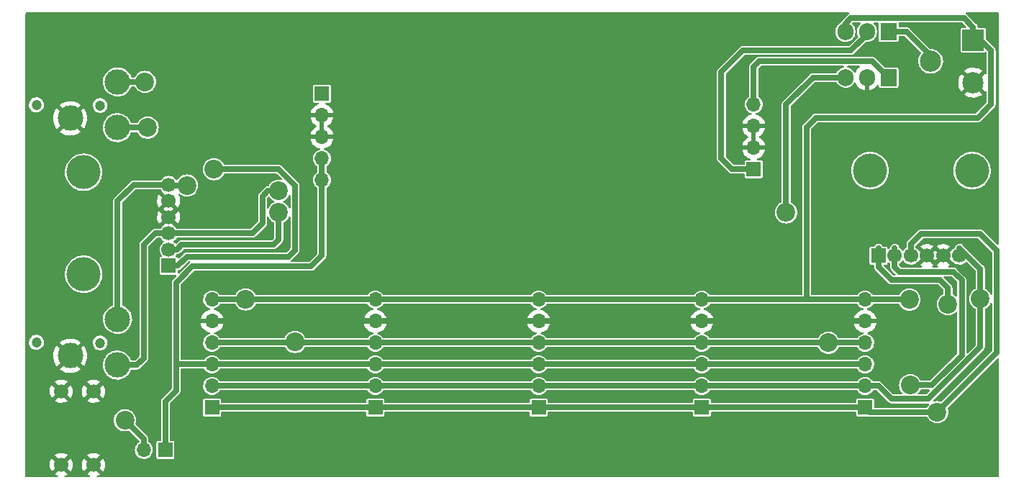
<source format=gbr>
%TF.GenerationSoftware,KiCad,Pcbnew,6.0.5-2.fc36*%
%TF.CreationDate,2022-05-30T15:08:54-07:00*%
%TF.ProjectId,power,706f7765-722e-46b6-9963-61645f706362,rev?*%
%TF.SameCoordinates,Original*%
%TF.FileFunction,Copper,L2,Bot*%
%TF.FilePolarity,Positive*%
%FSLAX46Y46*%
G04 Gerber Fmt 4.6, Leading zero omitted, Abs format (unit mm)*
G04 Created by KiCad (PCBNEW 6.0.5-2.fc36) date 2022-05-30 15:08:54*
%MOMM*%
%LPD*%
G01*
G04 APERTURE LIST*
%TA.AperFunction,ComponentPad*%
%ADD10R,1.700000X1.700000*%
%TD*%
%TA.AperFunction,ComponentPad*%
%ADD11C,1.700000*%
%TD*%
%TA.AperFunction,ComponentPad*%
%ADD12C,4.000000*%
%TD*%
%TA.AperFunction,ComponentPad*%
%ADD13C,1.200000*%
%TD*%
%TA.AperFunction,ComponentPad*%
%ADD14C,3.000000*%
%TD*%
%TA.AperFunction,ComponentPad*%
%ADD15R,2.500000X2.500000*%
%TD*%
%TA.AperFunction,ComponentPad*%
%ADD16C,2.500000*%
%TD*%
%TA.AperFunction,ComponentPad*%
%ADD17R,1.905000X2.000000*%
%TD*%
%TA.AperFunction,ComponentPad*%
%ADD18O,1.905000X2.000000*%
%TD*%
%TA.AperFunction,ComponentPad*%
%ADD19O,1.700000X1.700000*%
%TD*%
%TA.AperFunction,ViaPad*%
%ADD20C,2.200000*%
%TD*%
%TA.AperFunction,Conductor*%
%ADD21C,0.635000*%
%TD*%
%TA.AperFunction,Conductor*%
%ADD22C,0.250000*%
%TD*%
G04 APERTURE END LIST*
D10*
%TO.P,RV1,1,1*%
%TO.N,Net-(RV1-Pad1)*%
X105790000Y-99615000D03*
D11*
%TO.P,RV1,2,2*%
%TO.N,Net-(J4-PadT)*%
X105790000Y-90090000D03*
%TO.P,RV1,3,3*%
%TO.N,GND*%
X105790000Y-91995000D03*
%TO.P,RV1,4,4*%
%TO.N,Net-(RV1-Pad4)*%
X105790000Y-97710000D03*
%TO.P,RV1,5,5*%
%TO.N,Net-(J4-PadR)*%
X105790000Y-95805000D03*
%TO.P,RV1,6,6*%
%TO.N,GND*%
X105790000Y-93900000D03*
D12*
%TO.P,RV1,7*%
%TO.N,N/C*%
X95790000Y-100615000D03*
%TO.P,RV1,8*%
X95790000Y-88615000D03*
%TD*%
D10*
%TO.P,RV2,1,1*%
%TO.N,Net-(RV2-Pad1)*%
X189310000Y-98425000D03*
D11*
%TO.P,RV2,2,2*%
%TO.N,audio_lefT*%
X198835000Y-98425000D03*
%TO.P,RV2,3,3*%
%TO.N,GND*%
X196930000Y-98425000D03*
%TO.P,RV2,4,4*%
%TO.N,Net-(RV2-Pad4)*%
X191215000Y-98425000D03*
%TO.P,RV2,5,5*%
%TO.N,audio_right*%
X193120000Y-98425000D03*
%TO.P,RV2,6,6*%
%TO.N,GND*%
X195025000Y-98425000D03*
D12*
%TO.P,RV2,7*%
%TO.N,N/C*%
X188310000Y-88425000D03*
%TO.P,RV2,8*%
X200310000Y-88425000D03*
%TD*%
D13*
%TO.P,J2,4*%
%TO.N,N/C*%
X97729000Y-80767000D03*
%TO.P,J2,5*%
X90229000Y-80687000D03*
D14*
%TO.P,J2,R*%
%TO.N,Net-(C2-Pad1)*%
X99749000Y-83367000D03*
%TO.P,J2,S*%
%TO.N,GND*%
X94209000Y-82267000D03*
%TO.P,J2,T*%
%TO.N,Net-(C1-Pad1)*%
X99779000Y-77977000D03*
%TD*%
D15*
%TO.P,RV3,1,1*%
%TO.N,-12V*%
X200457500Y-73065000D03*
D16*
%TO.P,RV3,2,2*%
%TO.N,Net-(RV3-Pad2)*%
X195457500Y-75565000D03*
%TO.P,RV3,3,3*%
%TO.N,GND*%
X200457500Y-78065000D03*
%TD*%
D17*
%TO.P,U3,1,ADJ*%
%TO.N,Net-(RV3-Pad2)*%
X190500000Y-72080000D03*
D18*
%TO.P,U3,2,VI*%
%TO.N,-15V*%
X187960000Y-72080000D03*
%TO.P,U3,3,VO*%
%TO.N,-12V*%
X185420000Y-72080000D03*
%TD*%
D17*
%TO.P,U2,1,VI*%
%TO.N,+15V*%
X190500000Y-77470000D03*
D18*
%TO.P,U2,2,GND*%
%TO.N,GND*%
X187960000Y-77470000D03*
%TO.P,U2,3,VO*%
%TO.N,+12V*%
X185420000Y-77470000D03*
%TD*%
D10*
%TO.P,J5,1,Pin_1*%
%TO.N,+5V*%
X105415000Y-121285000D03*
D19*
%TO.P,J5,2,Pin_2*%
%TO.N,Net-(J3-PadA4)*%
X102875000Y-121285000D03*
%TD*%
D10*
%TO.P,J11,1,Pin_1*%
%TO.N,audio_right*%
X168531845Y-116297405D03*
D19*
%TO.P,J11,2,Pin_2*%
%TO.N,audio_lefT*%
X168531845Y-113757405D03*
%TO.P,J11,3,Pin_3*%
%TO.N,+5V*%
X168531845Y-111217405D03*
%TO.P,J11,4,Pin_4*%
%TO.N,+12V*%
X168531845Y-108677405D03*
%TO.P,J11,5,Pin_5*%
%TO.N,GND*%
X168531845Y-106137405D03*
%TO.P,J11,6,Pin_6*%
%TO.N,-12V*%
X168531845Y-103597405D03*
%TD*%
D10*
%TO.P,J12,1,Pin_1*%
%TO.N,audio_right*%
X110905595Y-116297405D03*
D19*
%TO.P,J12,2,Pin_2*%
%TO.N,audio_lefT*%
X110905595Y-113757405D03*
%TO.P,J12,3,Pin_3*%
%TO.N,+5V*%
X110905595Y-111217405D03*
%TO.P,J12,4,Pin_4*%
%TO.N,+12V*%
X110905595Y-108677405D03*
%TO.P,J12,5,Pin_5*%
%TO.N,GND*%
X110905595Y-106137405D03*
%TO.P,J12,6,Pin_6*%
%TO.N,-12V*%
X110905595Y-103597405D03*
%TD*%
D10*
%TO.P,J13,1,Pin_1*%
%TO.N,audio_right*%
X130114345Y-116297405D03*
D19*
%TO.P,J13,2,Pin_2*%
%TO.N,audio_lefT*%
X130114345Y-113757405D03*
%TO.P,J13,3,Pin_3*%
%TO.N,+5V*%
X130114345Y-111217405D03*
%TO.P,J13,4,Pin_4*%
%TO.N,+12V*%
X130114345Y-108677405D03*
%TO.P,J13,5,Pin_5*%
%TO.N,GND*%
X130114345Y-106137405D03*
%TO.P,J13,6,Pin_6*%
%TO.N,-12V*%
X130114345Y-103597405D03*
%TD*%
D10*
%TO.P,J1,1,Pin_1*%
%TO.N,audio_right*%
X187740595Y-116297405D03*
D19*
%TO.P,J1,2,Pin_2*%
%TO.N,audio_lefT*%
X187740595Y-113757405D03*
%TO.P,J1,3,Pin_3*%
%TO.N,+5V*%
X187740595Y-111217405D03*
%TO.P,J1,4,Pin_4*%
%TO.N,+12V*%
X187740595Y-108677405D03*
%TO.P,J1,5,Pin_5*%
%TO.N,GND*%
X187740595Y-106137405D03*
%TO.P,J1,6,Pin_6*%
%TO.N,-12V*%
X187740595Y-103597405D03*
%TD*%
D11*
%TO.P,J3,S1,SHIELD*%
%TO.N,GND*%
X96939379Y-123025010D03*
X93139379Y-123025010D03*
X93139379Y-114385010D03*
X96939379Y-114385010D03*
%TD*%
D13*
%TO.P,J4,4*%
%TO.N,N/C*%
X97729000Y-108707000D03*
%TO.P,J4,5*%
X90229000Y-108627000D03*
D14*
%TO.P,J4,R*%
%TO.N,Net-(J4-PadR)*%
X99749000Y-111307000D03*
%TO.P,J4,S*%
%TO.N,GND*%
X94209000Y-110207000D03*
%TO.P,J4,T*%
%TO.N,Net-(J4-PadT)*%
X99779000Y-105917000D03*
%TD*%
D10*
%TO.P,J10,1,Pin_1*%
%TO.N,audio_right*%
X149323095Y-116297405D03*
D19*
%TO.P,J10,2,Pin_2*%
%TO.N,audio_lefT*%
X149323095Y-113757405D03*
%TO.P,J10,3,Pin_3*%
%TO.N,+5V*%
X149323095Y-111217405D03*
%TO.P,J10,4,Pin_4*%
%TO.N,+12V*%
X149323095Y-108677405D03*
%TO.P,J10,5,Pin_5*%
%TO.N,GND*%
X149323095Y-106137405D03*
%TO.P,J10,6,Pin_6*%
%TO.N,-12V*%
X149323095Y-103597405D03*
%TD*%
D10*
%TO.P,J9,1,Pin_1*%
%TO.N,-15V*%
X174625000Y-88250000D03*
D19*
%TO.P,J9,2,Pin_2*%
%TO.N,GND*%
X174625000Y-85710000D03*
%TO.P,J9,3,Pin_3*%
X174625000Y-83170000D03*
%TO.P,J9,4,Pin_4*%
%TO.N,+15V*%
X174625000Y-80630000D03*
%TD*%
D10*
%TO.P,J6,1,Pin_1*%
%TO.N,unconnected-(J6-Pad1)*%
X123825000Y-79375000D03*
D19*
%TO.P,J6,2,Pin_2*%
%TO.N,GND*%
X123825000Y-81915000D03*
%TO.P,J6,3,Pin_3*%
X123825000Y-84455000D03*
%TO.P,J6,4,Pin_4*%
%TO.N,+5V*%
X123825000Y-86995000D03*
%TO.P,J6,5,Pin_5*%
X123825000Y-89535000D03*
%TD*%
D20*
%TO.N,-12V*%
X192947595Y-103597405D03*
%TO.N,+12V*%
X178435000Y-93345000D03*
%TO.N,GND*%
X100330000Y-114935000D03*
X114842595Y-106137405D03*
%TO.N,+12V*%
X183422595Y-108677405D03*
%TO.N,audio_lefT*%
X201295000Y-103505000D03*
%TO.N,Net-(RV2-Pad4)*%
X193040000Y-113665000D03*
%TO.N,audio_right*%
X196215000Y-116840000D03*
%TO.N,Net-(RV2-Pad1)*%
X197485000Y-104140000D03*
%TO.N,-12V*%
X114852595Y-103587405D03*
%TO.N,Net-(RV1-Pad1)*%
X111125000Y-88265000D03*
%TO.N,Net-(J4-PadT)*%
X107950000Y-90170000D03*
%TO.N,Net-(C1-Pad1)*%
X102998000Y-77977000D03*
%TO.N,Net-(C2-Pad1)*%
X103323000Y-83367000D03*
%TO.N,Net-(J3-PadA4)*%
X100647500Y-117792500D03*
%TO.N,+12V*%
X120650000Y-108585000D03*
%TO.N,Net-(J4-PadR)*%
X118745000Y-90805000D03*
%TO.N,Net-(RV1-Pad4)*%
X118745000Y-93345000D03*
%TD*%
D21*
%TO.N,-12V*%
X186055000Y-70485000D02*
X199390000Y-70485000D01*
X200457500Y-73065000D02*
X200457500Y-71552500D01*
X200457500Y-71552500D02*
X199390000Y-70485000D01*
X200457500Y-73065000D02*
X201335000Y-73065000D01*
X201335000Y-73065000D02*
X202565000Y-74295000D01*
X202565000Y-74295000D02*
X202565000Y-80645000D01*
X202565000Y-80645000D02*
X200977500Y-82232500D01*
X181927500Y-82232500D02*
X180848000Y-83312000D01*
X200977500Y-82232500D02*
X181927500Y-82232500D01*
X180848000Y-83312000D02*
X180848000Y-103562810D01*
X180848000Y-103562810D02*
X180882595Y-103597405D01*
X187740595Y-103597405D02*
X192947595Y-103597405D01*
%TO.N,Net-(RV2-Pad1)*%
X197485000Y-104140000D02*
X197485000Y-102235000D01*
X190817500Y-101282500D02*
X189310000Y-99775000D01*
X197485000Y-102235000D02*
X196532500Y-101282500D01*
X196532500Y-101282500D02*
X190817500Y-101282500D01*
%TO.N,Net-(RV2-Pad4)*%
X191215000Y-97535000D02*
X191215000Y-99775000D01*
X199105211Y-101315211D02*
X199105211Y-110139789D01*
X191215000Y-99775000D02*
X191770000Y-100330000D01*
X191770000Y-100330000D02*
X198120000Y-100330000D01*
X198120000Y-100330000D02*
X199105211Y-101315211D01*
X199105211Y-110139789D02*
X195580000Y-113665000D01*
X195580000Y-113665000D02*
X193040000Y-113665000D01*
%TO.N,Net-(RV2-Pad1)*%
X189310000Y-99775000D02*
X189310000Y-97535000D01*
%TO.N,+12V*%
X178435000Y-93345000D02*
X178435000Y-80645000D01*
%TO.N,GND*%
X114842595Y-106137405D02*
X187740595Y-106137405D01*
%TO.N,+12V*%
X178435000Y-80645000D02*
X181610000Y-77470000D01*
X181610000Y-77470000D02*
X185420000Y-77470000D01*
%TO.N,+15V*%
X175260000Y-75565000D02*
X188595000Y-75565000D01*
X174625000Y-80630000D02*
X174625000Y-76200000D01*
X174625000Y-76200000D02*
X175260000Y-75565000D01*
X188595000Y-75565000D02*
X190500000Y-77470000D01*
%TO.N,-15V*%
X187960000Y-72080000D02*
X187960000Y-72390000D01*
X187960000Y-72390000D02*
X186055000Y-74295000D01*
X186055000Y-74295000D02*
X173355000Y-74295000D01*
X173355000Y-74295000D02*
X170815000Y-76835000D01*
X170815000Y-76835000D02*
X170815000Y-86995000D01*
X170815000Y-86995000D02*
X172070000Y-88250000D01*
X172070000Y-88250000D02*
X174625000Y-88250000D01*
%TO.N,Net-(RV3-Pad2)*%
X190500000Y-72080000D02*
X192607500Y-72080000D01*
X192607500Y-72080000D02*
X196092500Y-75565000D01*
%TO.N,-12V*%
X185420000Y-72080000D02*
X185420000Y-71120000D01*
X185420000Y-71120000D02*
X186055000Y-70485000D01*
X201295000Y-72862500D02*
X201092500Y-73065000D01*
%TO.N,+12V*%
X183422595Y-108677405D02*
X187740595Y-108677405D01*
%TO.N,audio_lefT*%
X187740595Y-113757405D02*
X189322405Y-113757405D01*
X189322405Y-113757405D02*
X190850211Y-115285211D01*
X190850211Y-115285211D02*
X195144503Y-115285211D01*
X195144503Y-115285211D02*
X201295000Y-109134714D01*
X201295000Y-109134714D02*
X201295000Y-103505000D01*
X201295000Y-103505000D02*
X201295000Y-99995000D01*
X201295000Y-99995000D02*
X198835000Y-97535000D01*
%TO.N,audio_right*%
X196215000Y-116840000D02*
X203200000Y-109855000D01*
X203200000Y-109855000D02*
X203200000Y-97790000D01*
X203200000Y-97790000D02*
X201295000Y-95885000D01*
X201295000Y-95885000D02*
X194310000Y-95885000D01*
X194310000Y-95885000D02*
X193120000Y-97075000D01*
X193120000Y-97075000D02*
X193120000Y-97535000D01*
X196215000Y-116840000D02*
X188283190Y-116840000D01*
X188283190Y-116840000D02*
X187740595Y-116297405D01*
%TO.N,Net-(J4-PadR)*%
X99749000Y-111307000D02*
X102053000Y-111307000D01*
X102053000Y-111307000D02*
X102870000Y-110490000D01*
X102870000Y-97155000D02*
X104220000Y-95805000D01*
X102870000Y-110490000D02*
X102870000Y-97155000D01*
X104220000Y-95805000D02*
X105790000Y-95805000D01*
%TO.N,Net-(J4-PadT)*%
X99779000Y-105917000D02*
X99779000Y-91991000D01*
X99779000Y-91991000D02*
X101680000Y-90090000D01*
X101680000Y-90090000D02*
X105790000Y-90090000D01*
%TO.N,Net-(RV1-Pad4)*%
X105790000Y-97710000D02*
X106760000Y-97710000D01*
X106760000Y-97710000D02*
X107315000Y-97155000D01*
X118110000Y-97155000D02*
X118745000Y-96520000D01*
X107315000Y-97155000D02*
X118110000Y-97155000D01*
X118745000Y-96520000D02*
X118745000Y-93345000D01*
%TO.N,Net-(RV1-Pad1)*%
X119892280Y-98547720D02*
X107950000Y-98547720D01*
X120650000Y-97790000D02*
X119892280Y-98547720D01*
X118745000Y-88265000D02*
X120650000Y-90170000D01*
X111125000Y-88265000D02*
X118745000Y-88265000D01*
X120650000Y-90170000D02*
X120650000Y-97790000D01*
X107950000Y-98547720D02*
X106882720Y-99615000D01*
X106882720Y-99615000D02*
X105790000Y-99615000D01*
%TO.N,Net-(J4-PadT)*%
X107950000Y-90170000D02*
X105870000Y-90170000D01*
X105870000Y-90170000D02*
X105790000Y-90090000D01*
%TO.N,Net-(J4-PadR)*%
X116840000Y-91440000D02*
X116840000Y-94615000D01*
X118745000Y-90805000D02*
X117475000Y-90805000D01*
X117475000Y-90805000D02*
X116840000Y-91440000D01*
X116840000Y-94615000D02*
X115650000Y-95805000D01*
X115650000Y-95805000D02*
X105790000Y-95805000D01*
%TO.N,+5V*%
X123825000Y-89535000D02*
X123825000Y-86995000D01*
X106680000Y-114300000D02*
X105415000Y-115565000D01*
X106680000Y-111125000D02*
X106680000Y-114300000D01*
X105415000Y-115565000D02*
X105415000Y-121285000D01*
%TO.N,Net-(J3-PadA4)*%
X102875000Y-121285000D02*
X102875000Y-120020000D01*
X102875000Y-120020000D02*
X100647500Y-117792500D01*
%TO.N,+5V*%
X123825000Y-89535000D02*
X123825000Y-98425000D01*
X121285000Y-99695000D02*
X108585000Y-99695000D01*
X123825000Y-98425000D02*
X122555000Y-99695000D01*
X122555000Y-99695000D02*
X121285000Y-99695000D01*
%TO.N,Net-(C1-Pad1)*%
X99779000Y-77977000D02*
X102998000Y-77977000D01*
%TO.N,Net-(C2-Pad1)*%
X99749000Y-83367000D02*
X103323000Y-83367000D01*
D22*
%TO.N,audio_right*%
X149323095Y-116297405D02*
X168531845Y-116297405D01*
D21*
X110905595Y-116297405D02*
X187740595Y-116297405D01*
D22*
X130114345Y-116297405D02*
X149323095Y-116297405D01*
X168531845Y-116297405D02*
X187740595Y-116297405D01*
X110905595Y-116297405D02*
X130114345Y-116297405D01*
%TO.N,audio_lefT*%
X168535595Y-113727405D02*
X187635595Y-113727405D01*
X110935595Y-113727405D02*
X130135595Y-113727405D01*
D21*
X110905595Y-113757405D02*
X187740595Y-113757405D01*
D22*
X130114345Y-113757405D02*
X149305595Y-113757405D01*
X149365595Y-113757405D02*
X168531845Y-113757405D01*
%TO.N,+5V*%
X110905595Y-111217405D02*
X130114345Y-111217405D01*
D21*
X106680000Y-101600000D02*
X106680000Y-111125000D01*
D22*
X168495595Y-111217405D02*
X187740595Y-111217405D01*
X149323095Y-111217405D02*
X168495595Y-111217405D01*
D21*
X106772405Y-111217405D02*
X110905595Y-111217405D01*
D22*
X130114345Y-111217405D02*
X149323095Y-111217405D01*
D21*
X106680000Y-111125000D02*
X106772405Y-111217405D01*
X108585000Y-99695000D02*
X106680000Y-101600000D01*
X110905595Y-111217405D02*
X187740595Y-111217405D01*
D22*
%TO.N,+12V*%
X110905595Y-108677405D02*
X130114345Y-108677405D01*
D21*
X110905595Y-108677405D02*
X117382595Y-108677405D01*
X117382595Y-108677405D02*
X183422595Y-108677405D01*
D22*
X130134345Y-108657405D02*
X149365595Y-108657405D01*
X149365595Y-108657405D02*
X168495595Y-108657405D01*
%TO.N,GND*%
X110905595Y-106137405D02*
X130114345Y-106137405D01*
X130114345Y-106137405D02*
X149323095Y-106137405D01*
D21*
X110905595Y-106137405D02*
X114842595Y-106137405D01*
D22*
X149335595Y-106147405D02*
X168415595Y-106147405D01*
X168531845Y-106137405D02*
X187725595Y-106137405D01*
%TO.N,-12V*%
X149323095Y-103597405D02*
X168455595Y-103597405D01*
X130114345Y-103597405D02*
X149315595Y-103597405D01*
D21*
X110905595Y-103597405D02*
X180882595Y-103597405D01*
X180882595Y-103597405D02*
X187740595Y-103597405D01*
D22*
X168531845Y-103597405D02*
X187740595Y-103597405D01*
X114852595Y-103587405D02*
X130095595Y-103587405D01*
X110885595Y-103587405D02*
X114852595Y-103587405D01*
%TD*%
%TA.AperFunction,Conductor*%
%TO.N,GND*%
G36*
X185861471Y-69832908D02*
G01*
X185898016Y-69883208D01*
X185898016Y-69945382D01*
X185861471Y-69995682D01*
X185850805Y-70002451D01*
X185829592Y-70014113D01*
X185821086Y-70018281D01*
X185782466Y-70034993D01*
X185777142Y-70039305D01*
X185777136Y-70039308D01*
X185770102Y-70045004D01*
X185755263Y-70054976D01*
X185741326Y-70062638D01*
X185733637Y-70069275D01*
X185709718Y-70093194D01*
X185701893Y-70100240D01*
X185671490Y-70124860D01*
X185667521Y-70130445D01*
X185667520Y-70130446D01*
X185660265Y-70140655D01*
X185649398Y-70153514D01*
X185061214Y-70741698D01*
X185058174Y-70744613D01*
X185014633Y-70784651D01*
X185011021Y-70790476D01*
X185011019Y-70790479D01*
X184992461Y-70820410D01*
X184987093Y-70828220D01*
X184965801Y-70856271D01*
X184965798Y-70856277D01*
X184961654Y-70861736D01*
X184959131Y-70868108D01*
X184959129Y-70868112D01*
X184955797Y-70876528D01*
X184947762Y-70892503D01*
X184939384Y-70906016D01*
X184937471Y-70912601D01*
X184937470Y-70912603D01*
X184927646Y-70946418D01*
X184924575Y-70955388D01*
X184923517Y-70958060D01*
X184881418Y-71007479D01*
X184737491Y-71093107D01*
X184734025Y-71096146D01*
X184734023Y-71096148D01*
X184581196Y-71230174D01*
X184581193Y-71230177D01*
X184577729Y-71233215D01*
X184574876Y-71236834D01*
X184574875Y-71236835D01*
X184535913Y-71286259D01*
X184446175Y-71400091D01*
X184399247Y-71489287D01*
X184371626Y-71541787D01*
X184347235Y-71588146D01*
X184284221Y-71791083D01*
X184263800Y-71963620D01*
X184263800Y-72181402D01*
X184278291Y-72339103D01*
X184335970Y-72543620D01*
X184338008Y-72547752D01*
X184338010Y-72547757D01*
X184413976Y-72701800D01*
X184429954Y-72734201D01*
X184557095Y-72904463D01*
X184560482Y-72907593D01*
X184560482Y-72907594D01*
X184588590Y-72933577D01*
X184713135Y-73048705D01*
X184717035Y-73051166D01*
X184717038Y-73051168D01*
X184888939Y-73159629D01*
X184888942Y-73159631D01*
X184892848Y-73162095D01*
X185090215Y-73240836D01*
X185298626Y-73282292D01*
X185406163Y-73283700D01*
X185506490Y-73285014D01*
X185506494Y-73285014D01*
X185511103Y-73285074D01*
X185532531Y-73281392D01*
X185715981Y-73249870D01*
X185715986Y-73249869D01*
X185720529Y-73249088D01*
X185820209Y-73212314D01*
X185915558Y-73177138D01*
X185915560Y-73177137D01*
X185919889Y-73175540D01*
X186102509Y-73066893D01*
X186120440Y-73051168D01*
X186258804Y-72929826D01*
X186258807Y-72929823D01*
X186262271Y-72926785D01*
X186393825Y-72759909D01*
X186492765Y-72571854D01*
X186555779Y-72368917D01*
X186576200Y-72196380D01*
X186576200Y-71978598D01*
X186561709Y-71820897D01*
X186504030Y-71616380D01*
X186497431Y-71602998D01*
X186412085Y-71429933D01*
X186412083Y-71429930D01*
X186410046Y-71425799D01*
X186329990Y-71318591D01*
X186285664Y-71259231D01*
X186285661Y-71259227D01*
X186282905Y-71255537D01*
X186279526Y-71252413D01*
X186279521Y-71252408D01*
X186223926Y-71201017D01*
X186193547Y-71146770D01*
X186200855Y-71085027D01*
X186221079Y-71056009D01*
X186241423Y-71035665D01*
X186296821Y-71007439D01*
X186312558Y-71006200D01*
X187109302Y-71006200D01*
X187168433Y-71025413D01*
X187204978Y-71075713D01*
X187204978Y-71137887D01*
X187175634Y-71182434D01*
X187117729Y-71233215D01*
X187114876Y-71236834D01*
X187114875Y-71236835D01*
X187075913Y-71286259D01*
X186986175Y-71400091D01*
X186939247Y-71489287D01*
X186911626Y-71541787D01*
X186887235Y-71588146D01*
X186824221Y-71791083D01*
X186803800Y-71963620D01*
X186803800Y-72181402D01*
X186818291Y-72339103D01*
X186875970Y-72543620D01*
X186907935Y-72608439D01*
X186916857Y-72669968D01*
X186888845Y-72724067D01*
X185868577Y-73744335D01*
X185813179Y-73772561D01*
X185797442Y-73773800D01*
X173368800Y-73773800D01*
X173364587Y-73773712D01*
X173342828Y-73772800D01*
X173305489Y-73771235D01*
X173264515Y-73780846D01*
X173255205Y-73782570D01*
X173247178Y-73783670D01*
X173220322Y-73787348D01*
X173220319Y-73787349D01*
X173213521Y-73788280D01*
X173207220Y-73791007D01*
X173207219Y-73791007D01*
X173198922Y-73794597D01*
X173181943Y-73800213D01*
X173173138Y-73802278D01*
X173173137Y-73802278D01*
X173166462Y-73803844D01*
X173160452Y-73807148D01*
X173129595Y-73824112D01*
X173121083Y-73828282D01*
X173082466Y-73844993D01*
X173077142Y-73849305D01*
X173077136Y-73849308D01*
X173070102Y-73855004D01*
X173055263Y-73864976D01*
X173041326Y-73872638D01*
X173033636Y-73879276D01*
X173009718Y-73903194D01*
X173001893Y-73910240D01*
X172971490Y-73934860D01*
X172967521Y-73940445D01*
X172967520Y-73940446D01*
X172960265Y-73950655D01*
X172949398Y-73963514D01*
X170456214Y-76456698D01*
X170453174Y-76459613D01*
X170409633Y-76499651D01*
X170406021Y-76505476D01*
X170406019Y-76505479D01*
X170387461Y-76535410D01*
X170382093Y-76543220D01*
X170360801Y-76571271D01*
X170360798Y-76571277D01*
X170356654Y-76576736D01*
X170354131Y-76583108D01*
X170354129Y-76583112D01*
X170350797Y-76591528D01*
X170342762Y-76607503D01*
X170334384Y-76621016D01*
X170332471Y-76627601D01*
X170332470Y-76627603D01*
X170322646Y-76661418D01*
X170319575Y-76670386D01*
X170306610Y-76703131D01*
X170306609Y-76703136D01*
X170304086Y-76709508D01*
X170303370Y-76716323D01*
X170303369Y-76716326D01*
X170302424Y-76725322D01*
X170298981Y-76742874D01*
X170294544Y-76758146D01*
X170293800Y-76768277D01*
X170293800Y-76802105D01*
X170293249Y-76812619D01*
X170289160Y-76851525D01*
X170290303Y-76858282D01*
X170290303Y-76858286D01*
X170292391Y-76870628D01*
X170293800Y-76887405D01*
X170293800Y-86981199D01*
X170293712Y-86985411D01*
X170291235Y-87044510D01*
X170292800Y-87051181D01*
X170292800Y-87051184D01*
X170300842Y-87085470D01*
X170302569Y-87094789D01*
X170308280Y-87136479D01*
X170311002Y-87142770D01*
X170311004Y-87142776D01*
X170314598Y-87151081D01*
X170320212Y-87168057D01*
X170322277Y-87176859D01*
X170322278Y-87176863D01*
X170323844Y-87183537D01*
X170327145Y-87189542D01*
X170327146Y-87189544D01*
X170344109Y-87220400D01*
X170348278Y-87228909D01*
X170364993Y-87267534D01*
X170369308Y-87272863D01*
X170369309Y-87272864D01*
X170375002Y-87279894D01*
X170384976Y-87294737D01*
X170392638Y-87308674D01*
X170399276Y-87316364D01*
X170423194Y-87340282D01*
X170430240Y-87348107D01*
X170454860Y-87378510D01*
X170460445Y-87382479D01*
X170460446Y-87382480D01*
X170470655Y-87389735D01*
X170483514Y-87400602D01*
X171691698Y-88608786D01*
X171694613Y-88611826D01*
X171734651Y-88655367D01*
X171740476Y-88658979D01*
X171740479Y-88658981D01*
X171770410Y-88677539D01*
X171778220Y-88682907D01*
X171806271Y-88704199D01*
X171806277Y-88704202D01*
X171811736Y-88708346D01*
X171818108Y-88710869D01*
X171818112Y-88710871D01*
X171826528Y-88714203D01*
X171842503Y-88722238D01*
X171856016Y-88730616D01*
X171862601Y-88732529D01*
X171862603Y-88732530D01*
X171896418Y-88742354D01*
X171905386Y-88745425D01*
X171938131Y-88758390D01*
X171938136Y-88758391D01*
X171944508Y-88760914D01*
X171951323Y-88761630D01*
X171951326Y-88761631D01*
X171957442Y-88762273D01*
X171960324Y-88762576D01*
X171977874Y-88766019D01*
X171993146Y-88770456D01*
X171998399Y-88770842D01*
X171998400Y-88770842D01*
X171999472Y-88770921D01*
X172003277Y-88771200D01*
X172037105Y-88771200D01*
X172047619Y-88771751D01*
X172086525Y-88775840D01*
X172093282Y-88774697D01*
X172093286Y-88774697D01*
X172105628Y-88772609D01*
X172122405Y-88771200D01*
X173470700Y-88771200D01*
X173529831Y-88790413D01*
X173566376Y-88840713D01*
X173571300Y-88871800D01*
X173571300Y-89120064D01*
X173583119Y-89179480D01*
X173628140Y-89246860D01*
X173695520Y-89291881D01*
X173754936Y-89303700D01*
X175495064Y-89303700D01*
X175554480Y-89291881D01*
X175621860Y-89246860D01*
X175666881Y-89179480D01*
X175678700Y-89120064D01*
X175678700Y-87379936D01*
X175666881Y-87320520D01*
X175621860Y-87253140D01*
X175554480Y-87208119D01*
X175495064Y-87196300D01*
X175082327Y-87196300D01*
X175023196Y-87177087D01*
X174986651Y-87126787D01*
X174986651Y-87064613D01*
X175023196Y-87014313D01*
X175053418Y-86999343D01*
X175118242Y-86979895D01*
X175125917Y-86976887D01*
X175319022Y-86882285D01*
X175326105Y-86878063D01*
X175501168Y-86753192D01*
X175507463Y-86747873D01*
X175659794Y-86596072D01*
X175665118Y-86589816D01*
X175790615Y-86415168D01*
X175794851Y-86408118D01*
X175890134Y-86215329D01*
X175893165Y-86207675D01*
X175955680Y-86001914D01*
X175957419Y-85993868D01*
X175959271Y-85979799D01*
X175956801Y-85966470D01*
X175955478Y-85965214D01*
X175950112Y-85964000D01*
X173306043Y-85964000D01*
X173293514Y-85968071D01*
X173293090Y-85977223D01*
X173323794Y-86113466D01*
X173326253Y-86121311D01*
X173407163Y-86320569D01*
X173410868Y-86327906D01*
X173523236Y-86511274D01*
X173528093Y-86517909D01*
X173668900Y-86680461D01*
X173674775Y-86686214D01*
X173840234Y-86823581D01*
X173846984Y-86828307D01*
X174032652Y-86936803D01*
X174040075Y-86940359D01*
X174200761Y-87001719D01*
X174249147Y-87040762D01*
X174265344Y-87100790D01*
X174243164Y-87158873D01*
X174191080Y-87192827D01*
X174164873Y-87196300D01*
X173754936Y-87196300D01*
X173695520Y-87208119D01*
X173628140Y-87253140D01*
X173583119Y-87320520D01*
X173571300Y-87379936D01*
X173571300Y-87628200D01*
X173552087Y-87687331D01*
X173501787Y-87723876D01*
X173470700Y-87728800D01*
X172327558Y-87728800D01*
X172268427Y-87709587D01*
X172256423Y-87699335D01*
X171365665Y-86808577D01*
X171337439Y-86753179D01*
X171336200Y-86737442D01*
X171336200Y-85445221D01*
X173289101Y-85445221D01*
X173290827Y-85453419D01*
X173292669Y-85455084D01*
X173296960Y-85456000D01*
X174355067Y-85456000D01*
X174367957Y-85451812D01*
X174371000Y-85447623D01*
X174371000Y-85440067D01*
X174879000Y-85440067D01*
X174883188Y-85452957D01*
X174887377Y-85456000D01*
X175945526Y-85456000D01*
X175957669Y-85452054D01*
X175958003Y-85442243D01*
X175915960Y-85274862D01*
X175913310Y-85267080D01*
X175827559Y-85069865D01*
X175823669Y-85062610D01*
X175706860Y-84882051D01*
X175701838Y-84875528D01*
X175557103Y-84716468D01*
X175551094Y-84710864D01*
X175382314Y-84577570D01*
X175375472Y-84573025D01*
X175296659Y-84529518D01*
X175254177Y-84484121D01*
X175246492Y-84422423D01*
X175276539Y-84367992D01*
X175301018Y-84351105D01*
X175319026Y-84342283D01*
X175326105Y-84338063D01*
X175501168Y-84213192D01*
X175507463Y-84207873D01*
X175659794Y-84056072D01*
X175665118Y-84049816D01*
X175790615Y-83875168D01*
X175794851Y-83868118D01*
X175890134Y-83675329D01*
X175893165Y-83667675D01*
X175955680Y-83461914D01*
X175957419Y-83453868D01*
X175959271Y-83439799D01*
X175956801Y-83426470D01*
X175955478Y-83425214D01*
X175950112Y-83424000D01*
X174894933Y-83424000D01*
X174882043Y-83428188D01*
X174879000Y-83432377D01*
X174879000Y-85440067D01*
X174371000Y-85440067D01*
X174371000Y-83439933D01*
X174366812Y-83427043D01*
X174362623Y-83424000D01*
X173306043Y-83424000D01*
X173293514Y-83428071D01*
X173293090Y-83437223D01*
X173323794Y-83573466D01*
X173326253Y-83581311D01*
X173407163Y-83780569D01*
X173410868Y-83787906D01*
X173523236Y-83971274D01*
X173528093Y-83977909D01*
X173668900Y-84140461D01*
X173674775Y-84146214D01*
X173840234Y-84283581D01*
X173846984Y-84288307D01*
X173957205Y-84352715D01*
X173998566Y-84399137D01*
X174004741Y-84461004D01*
X173973372Y-84514685D01*
X173952902Y-84528806D01*
X173902533Y-84555026D01*
X173895574Y-84559408D01*
X173723601Y-84688530D01*
X173717448Y-84693992D01*
X173568869Y-84849471D01*
X173563691Y-84855866D01*
X173442508Y-85033514D01*
X173438440Y-85040673D01*
X173347899Y-85235730D01*
X173345054Y-85243464D01*
X173289101Y-85445221D01*
X171336200Y-85445221D01*
X171336200Y-82905221D01*
X173289101Y-82905221D01*
X173290827Y-82913419D01*
X173292669Y-82915084D01*
X173296960Y-82916000D01*
X175945526Y-82916000D01*
X175957669Y-82912054D01*
X175958003Y-82902243D01*
X175915960Y-82734862D01*
X175913310Y-82727080D01*
X175827559Y-82529865D01*
X175823669Y-82522610D01*
X175706860Y-82342051D01*
X175701838Y-82335528D01*
X175557103Y-82176468D01*
X175551094Y-82170864D01*
X175382314Y-82037570D01*
X175375472Y-82033025D01*
X175187196Y-81929090D01*
X175179693Y-81925719D01*
X174976974Y-81853932D01*
X174969018Y-81851830D01*
X174913759Y-81841987D01*
X174858913Y-81812703D01*
X174831755Y-81756774D01*
X174842658Y-81695563D01*
X174887457Y-81652451D01*
X174904347Y-81646052D01*
X175003145Y-81618467D01*
X175007887Y-81617143D01*
X175192332Y-81523973D01*
X175355168Y-81396752D01*
X175363349Y-81387275D01*
X175420461Y-81321109D01*
X175490191Y-81240325D01*
X175592260Y-81060652D01*
X175640014Y-80917099D01*
X175655932Y-80869247D01*
X175655932Y-80869245D01*
X175657486Y-80864575D01*
X175658192Y-80858984D01*
X175683034Y-80662343D01*
X175683034Y-80662340D01*
X175683385Y-80659563D01*
X175683798Y-80630000D01*
X175683223Y-80624130D01*
X175670876Y-80498213D01*
X175663633Y-80424345D01*
X175662211Y-80419635D01*
X175662210Y-80419630D01*
X175605331Y-80231238D01*
X175605329Y-80231234D01*
X175603907Y-80226523D01*
X175506895Y-80044070D01*
X175376292Y-79883935D01*
X175271760Y-79797459D01*
X175220857Y-79755348D01*
X175220856Y-79755347D01*
X175217072Y-79752217D01*
X175198949Y-79742418D01*
X175156075Y-79697393D01*
X175146200Y-79653927D01*
X175146200Y-76457558D01*
X175165413Y-76398427D01*
X175175665Y-76386423D01*
X175446423Y-76115665D01*
X175501821Y-76087439D01*
X175517558Y-76086200D01*
X185189525Y-76086200D01*
X185248656Y-76105413D01*
X185285201Y-76155713D01*
X185285201Y-76217887D01*
X185248656Y-76268187D01*
X185206562Y-76285947D01*
X185124019Y-76300130D01*
X185124014Y-76300131D01*
X185119471Y-76300912D01*
X185068723Y-76319634D01*
X184924442Y-76372862D01*
X184924440Y-76372863D01*
X184920111Y-76374460D01*
X184737491Y-76483107D01*
X184734025Y-76486146D01*
X184734023Y-76486148D01*
X184581196Y-76620174D01*
X184581193Y-76620177D01*
X184577729Y-76623215D01*
X184574876Y-76626834D01*
X184574875Y-76626835D01*
X184535944Y-76676219D01*
X184446175Y-76790091D01*
X184399420Y-76878959D01*
X184390959Y-76895041D01*
X184346423Y-76938425D01*
X184301929Y-76948800D01*
X181623801Y-76948800D01*
X181619588Y-76948712D01*
X181567338Y-76946522D01*
X181560490Y-76946235D01*
X181553819Y-76947800D01*
X181553816Y-76947800D01*
X181519530Y-76955842D01*
X181510211Y-76957569D01*
X181491210Y-76960172D01*
X181468521Y-76963280D01*
X181462230Y-76966002D01*
X181462224Y-76966004D01*
X181453919Y-76969598D01*
X181436943Y-76975212D01*
X181428141Y-76977277D01*
X181428137Y-76977278D01*
X181421463Y-76978844D01*
X181415458Y-76982145D01*
X181415456Y-76982146D01*
X181384600Y-76999109D01*
X181376090Y-77003278D01*
X181337466Y-77019993D01*
X181332137Y-77024308D01*
X181332136Y-77024309D01*
X181325106Y-77030002D01*
X181310263Y-77039976D01*
X181296326Y-77047638D01*
X181288636Y-77054276D01*
X181264718Y-77078194D01*
X181256893Y-77085240D01*
X181226490Y-77109860D01*
X181222521Y-77115445D01*
X181222520Y-77115446D01*
X181215265Y-77125655D01*
X181204398Y-77138514D01*
X178076214Y-80266698D01*
X178073174Y-80269613D01*
X178029633Y-80309651D01*
X178026021Y-80315476D01*
X178026019Y-80315479D01*
X178007461Y-80345410D01*
X178002093Y-80353220D01*
X177980801Y-80381271D01*
X177980798Y-80381277D01*
X177976654Y-80386736D01*
X177974131Y-80393108D01*
X177974129Y-80393112D01*
X177970797Y-80401528D01*
X177962762Y-80417503D01*
X177954384Y-80431016D01*
X177952471Y-80437601D01*
X177952470Y-80437603D01*
X177942646Y-80471418D01*
X177939575Y-80480386D01*
X177926610Y-80513131D01*
X177926609Y-80513136D01*
X177924086Y-80519508D01*
X177923370Y-80526323D01*
X177923369Y-80526326D01*
X177922424Y-80535322D01*
X177918981Y-80552874D01*
X177914544Y-80568146D01*
X177913800Y-80578277D01*
X177913800Y-80612105D01*
X177913249Y-80622619D01*
X177909160Y-80661525D01*
X177910303Y-80668282D01*
X177910303Y-80668286D01*
X177912391Y-80680628D01*
X177913800Y-80697405D01*
X177913800Y-92085476D01*
X177894587Y-92144607D01*
X177855716Y-92176650D01*
X177784646Y-92209791D01*
X177784643Y-92209793D01*
X177780660Y-92211650D01*
X177727950Y-92248558D01*
X177597394Y-92339974D01*
X177597391Y-92339976D01*
X177593797Y-92342493D01*
X177432493Y-92503797D01*
X177301650Y-92690660D01*
X177205243Y-92897405D01*
X177146202Y-93117750D01*
X177126320Y-93345000D01*
X177146202Y-93572250D01*
X177205243Y-93792595D01*
X177301650Y-93999340D01*
X177432493Y-94186203D01*
X177593797Y-94347507D01*
X177597391Y-94350024D01*
X177597394Y-94350026D01*
X177676375Y-94405329D01*
X177780660Y-94478350D01*
X177987405Y-94574757D01*
X178128030Y-94612437D01*
X178203502Y-94632660D01*
X178203505Y-94632660D01*
X178207750Y-94633798D01*
X178435000Y-94653680D01*
X178662250Y-94633798D01*
X178666495Y-94632660D01*
X178666498Y-94632660D01*
X178741970Y-94612437D01*
X178882595Y-94574757D01*
X179089340Y-94478350D01*
X179193625Y-94405329D01*
X179272606Y-94350026D01*
X179272609Y-94350024D01*
X179276203Y-94347507D01*
X179437507Y-94186203D01*
X179568350Y-93999340D01*
X179664757Y-93792595D01*
X179723798Y-93572250D01*
X179743680Y-93345000D01*
X179723798Y-93117750D01*
X179664757Y-92897405D01*
X179568350Y-92690660D01*
X179437507Y-92503797D01*
X179276203Y-92342493D01*
X179272609Y-92339976D01*
X179272606Y-92339974D01*
X179142050Y-92248558D01*
X179089340Y-92211650D01*
X179085357Y-92209793D01*
X179085354Y-92209791D01*
X179014284Y-92176650D01*
X178968813Y-92134248D01*
X178956200Y-92085476D01*
X178956200Y-80902558D01*
X178975413Y-80843427D01*
X178985665Y-80831423D01*
X180341525Y-79475563D01*
X199412071Y-79475563D01*
X199412264Y-79476779D01*
X199416472Y-79481728D01*
X199520281Y-79557844D01*
X199526587Y-79561784D01*
X199751227Y-79679974D01*
X199758063Y-79682946D01*
X199997692Y-79766628D01*
X200004886Y-79768556D01*
X200254267Y-79815902D01*
X200261664Y-79816745D01*
X200515288Y-79826709D01*
X200522741Y-79826449D01*
X200775055Y-79798817D01*
X200782379Y-79797459D01*
X201027843Y-79732834D01*
X201034889Y-79730407D01*
X201268097Y-79630213D01*
X201274707Y-79626772D01*
X201490547Y-79493206D01*
X201496571Y-79488830D01*
X201498248Y-79487410D01*
X201505379Y-79475887D01*
X201505148Y-79472777D01*
X201503323Y-79470033D01*
X200468768Y-78435478D01*
X200456689Y-78429323D01*
X200451577Y-78430133D01*
X199418226Y-79463484D01*
X199412071Y-79475563D01*
X180341525Y-79475563D01*
X181796423Y-78020665D01*
X181851821Y-77992439D01*
X181867558Y-77991200D01*
X184301808Y-77991200D01*
X184360939Y-78010413D01*
X184392033Y-78047305D01*
X184429954Y-78124201D01*
X184557095Y-78294463D01*
X184560482Y-78297593D01*
X184560482Y-78297594D01*
X184586127Y-78321300D01*
X184713135Y-78438705D01*
X184717035Y-78441166D01*
X184717038Y-78441168D01*
X184888939Y-78549629D01*
X184888942Y-78549631D01*
X184892848Y-78552095D01*
X185090215Y-78630836D01*
X185298626Y-78672292D01*
X185406163Y-78673700D01*
X185506490Y-78675014D01*
X185506494Y-78675014D01*
X185511103Y-78675074D01*
X185550054Y-78668381D01*
X185715981Y-78639870D01*
X185715986Y-78639869D01*
X185720529Y-78639088D01*
X185863744Y-78586253D01*
X185915558Y-78567138D01*
X185915560Y-78567137D01*
X185919889Y-78565540D01*
X186102509Y-78456893D01*
X186105977Y-78453852D01*
X186258804Y-78319826D01*
X186258807Y-78319823D01*
X186262271Y-78316785D01*
X186267451Y-78310215D01*
X186354440Y-78199869D01*
X186393825Y-78149909D01*
X186395970Y-78145833D01*
X186395974Y-78145826D01*
X186432216Y-78076940D01*
X186476751Y-78033555D01*
X186538282Y-78024633D01*
X186593306Y-78053582D01*
X186613502Y-78083666D01*
X186666801Y-78206245D01*
X186670682Y-78213484D01*
X186796659Y-78408213D01*
X186801670Y-78414719D01*
X186957753Y-78586253D01*
X186963762Y-78591857D01*
X187145769Y-78735597D01*
X187152611Y-78740142D01*
X187355643Y-78852223D01*
X187363146Y-78855594D01*
X187581753Y-78933007D01*
X187589708Y-78935109D01*
X187690315Y-78953030D01*
X187703739Y-78951167D01*
X187704165Y-78950757D01*
X187706000Y-78943426D01*
X187706000Y-77316600D01*
X187725213Y-77257469D01*
X187775513Y-77220924D01*
X187806600Y-77216000D01*
X188113400Y-77216000D01*
X188172531Y-77235213D01*
X188209076Y-77285513D01*
X188214000Y-77316600D01*
X188214000Y-78940278D01*
X188218188Y-78953168D01*
X188219205Y-78953906D01*
X188225640Y-78954430D01*
X188295543Y-78943733D01*
X188303553Y-78941825D01*
X188523978Y-78869779D01*
X188531573Y-78866586D01*
X188737274Y-78759505D01*
X188744233Y-78755123D01*
X188929684Y-78615882D01*
X188935837Y-78610420D01*
X189096060Y-78442755D01*
X189101239Y-78436360D01*
X189160095Y-78350080D01*
X189209288Y-78312059D01*
X189271435Y-78310215D01*
X189322797Y-78345252D01*
X189343800Y-78406771D01*
X189343800Y-78490064D01*
X189355619Y-78549480D01*
X189400640Y-78616860D01*
X189468020Y-78661881D01*
X189527436Y-78673700D01*
X191472564Y-78673700D01*
X191531980Y-78661881D01*
X191599360Y-78616860D01*
X191644381Y-78549480D01*
X191656200Y-78490064D01*
X191656200Y-78022587D01*
X198695353Y-78022587D01*
X198707532Y-78276121D01*
X198708439Y-78283505D01*
X198757957Y-78532453D01*
X198759952Y-78539647D01*
X198845720Y-78778529D01*
X198848750Y-78785337D01*
X198968893Y-79008934D01*
X198972896Y-79015216D01*
X199038251Y-79102737D01*
X199049321Y-79110561D01*
X199050790Y-79110542D01*
X199055968Y-79107322D01*
X200087022Y-78076268D01*
X200093177Y-78064189D01*
X200092367Y-78059077D01*
X199057277Y-77023987D01*
X199045198Y-77017832D01*
X199042351Y-77018283D01*
X199039460Y-77020593D01*
X199024659Y-77038390D01*
X199020332Y-77044456D01*
X198888654Y-77261456D01*
X198885275Y-77268089D01*
X198787119Y-77502164D01*
X198784753Y-77509235D01*
X198722271Y-77755254D01*
X198720979Y-77762583D01*
X198695548Y-78015134D01*
X198695353Y-78022587D01*
X191656200Y-78022587D01*
X191656200Y-76449936D01*
X191644381Y-76390520D01*
X191599360Y-76323140D01*
X191531980Y-76278119D01*
X191472564Y-76266300D01*
X190075058Y-76266300D01*
X190015927Y-76247087D01*
X190003923Y-76236835D01*
X188973302Y-75206214D01*
X188970386Y-75203173D01*
X188934989Y-75164679D01*
X188930349Y-75159633D01*
X188924524Y-75156021D01*
X188924521Y-75156019D01*
X188894590Y-75137461D01*
X188886780Y-75132093D01*
X188858729Y-75110801D01*
X188858723Y-75110798D01*
X188853264Y-75106654D01*
X188846892Y-75104131D01*
X188846888Y-75104129D01*
X188838472Y-75100797D01*
X188822496Y-75092762D01*
X188819870Y-75091134D01*
X188808984Y-75084384D01*
X188802399Y-75082471D01*
X188802397Y-75082470D01*
X188768582Y-75072646D01*
X188759614Y-75069575D01*
X188726869Y-75056610D01*
X188726864Y-75056609D01*
X188720492Y-75054086D01*
X188713677Y-75053370D01*
X188713674Y-75053369D01*
X188707558Y-75052727D01*
X188704676Y-75052424D01*
X188687126Y-75048981D01*
X188671854Y-75044544D01*
X188666601Y-75044158D01*
X188666600Y-75044158D01*
X188665528Y-75044079D01*
X188661723Y-75043800D01*
X188627895Y-75043800D01*
X188617380Y-75043249D01*
X188578475Y-75039160D01*
X188571718Y-75040303D01*
X188571714Y-75040303D01*
X188559372Y-75042391D01*
X188542595Y-75043800D01*
X175273824Y-75043800D01*
X175269611Y-75043712D01*
X175247829Y-75042799D01*
X175210490Y-75041234D01*
X175169508Y-75050847D01*
X175160198Y-75052571D01*
X175152065Y-75053685D01*
X175125322Y-75057348D01*
X175125319Y-75057349D01*
X175118521Y-75058280D01*
X175111496Y-75061320D01*
X175103928Y-75064595D01*
X175086946Y-75070211D01*
X175071463Y-75073843D01*
X175065448Y-75077150D01*
X175065445Y-75077151D01*
X175034591Y-75094113D01*
X175026086Y-75098281D01*
X174987466Y-75114993D01*
X174982142Y-75119305D01*
X174982136Y-75119308D01*
X174975102Y-75125004D01*
X174960263Y-75134976D01*
X174946326Y-75142638D01*
X174938637Y-75149275D01*
X174914718Y-75173194D01*
X174906893Y-75180240D01*
X174876490Y-75204860D01*
X174872521Y-75210445D01*
X174872520Y-75210446D01*
X174865265Y-75220655D01*
X174854398Y-75233514D01*
X174266214Y-75821698D01*
X174263174Y-75824613D01*
X174219633Y-75864651D01*
X174216021Y-75870476D01*
X174216019Y-75870479D01*
X174197461Y-75900410D01*
X174192093Y-75908220D01*
X174170801Y-75936271D01*
X174170798Y-75936277D01*
X174166654Y-75941736D01*
X174164131Y-75948108D01*
X174164129Y-75948112D01*
X174160797Y-75956528D01*
X174152762Y-75972503D01*
X174144384Y-75986016D01*
X174142471Y-75992601D01*
X174142470Y-75992603D01*
X174132646Y-76026418D01*
X174129575Y-76035386D01*
X174116610Y-76068131D01*
X174116609Y-76068136D01*
X174114086Y-76074508D01*
X174113370Y-76081323D01*
X174113369Y-76081326D01*
X174112424Y-76090322D01*
X174108981Y-76107874D01*
X174104544Y-76123146D01*
X174103800Y-76133277D01*
X174103800Y-76167105D01*
X174103249Y-76177619D01*
X174099160Y-76216525D01*
X174100303Y-76223282D01*
X174100303Y-76223286D01*
X174102391Y-76235628D01*
X174103800Y-76252405D01*
X174103800Y-79652496D01*
X174084587Y-79711627D01*
X174053391Y-79738557D01*
X174053721Y-79739061D01*
X174049944Y-79741533D01*
X174049814Y-79741645D01*
X174049621Y-79741746D01*
X174045241Y-79744036D01*
X174041402Y-79747123D01*
X174041400Y-79747124D01*
X174017142Y-79766628D01*
X173884198Y-79873518D01*
X173881037Y-79877285D01*
X173881036Y-79877286D01*
X173875457Y-79883935D01*
X173751371Y-80031814D01*
X173651821Y-80212895D01*
X173650333Y-80217585D01*
X173650332Y-80217588D01*
X173599648Y-80377365D01*
X173589339Y-80409864D01*
X173588790Y-80414755D01*
X173588790Y-80414757D01*
X173566961Y-80609372D01*
X173566305Y-80615217D01*
X173583596Y-80821133D01*
X173640555Y-81019770D01*
X173735010Y-81203560D01*
X173738063Y-81207412D01*
X173738065Y-81207415D01*
X173753914Y-81227411D01*
X173863364Y-81365503D01*
X174020730Y-81499431D01*
X174201111Y-81600243D01*
X174205792Y-81601764D01*
X174343496Y-81646507D01*
X174393796Y-81683052D01*
X174413009Y-81742183D01*
X174393796Y-81801314D01*
X174343496Y-81837859D01*
X174327624Y-81841626D01*
X174313284Y-81843820D01*
X174305283Y-81845726D01*
X174100878Y-81912535D01*
X174093283Y-81915728D01*
X173902533Y-82015026D01*
X173895574Y-82019408D01*
X173723601Y-82148530D01*
X173717448Y-82153992D01*
X173568869Y-82309471D01*
X173563691Y-82315866D01*
X173442508Y-82493514D01*
X173438440Y-82500673D01*
X173347899Y-82695730D01*
X173345054Y-82703464D01*
X173289101Y-82905221D01*
X171336200Y-82905221D01*
X171336200Y-77092558D01*
X171355413Y-77033427D01*
X171365665Y-77021423D01*
X173541423Y-74845665D01*
X173596821Y-74817439D01*
X173612558Y-74816200D01*
X186041199Y-74816200D01*
X186045412Y-74816288D01*
X186097662Y-74818478D01*
X186104510Y-74818765D01*
X186111181Y-74817200D01*
X186111184Y-74817200D01*
X186145470Y-74809158D01*
X186154789Y-74807431D01*
X186173790Y-74804828D01*
X186196479Y-74801720D01*
X186202770Y-74798998D01*
X186202776Y-74798996D01*
X186211081Y-74795402D01*
X186228057Y-74789788D01*
X186236859Y-74787723D01*
X186236863Y-74787722D01*
X186243537Y-74786156D01*
X186249542Y-74782855D01*
X186249544Y-74782854D01*
X186280400Y-74765891D01*
X186288909Y-74761722D01*
X186291876Y-74760438D01*
X186327534Y-74745007D01*
X186339894Y-74734998D01*
X186354737Y-74725024D01*
X186358706Y-74722842D01*
X186368674Y-74717362D01*
X186376364Y-74710724D01*
X186400282Y-74686806D01*
X186408107Y-74679760D01*
X186433185Y-74659452D01*
X186438510Y-74655140D01*
X186449735Y-74639345D01*
X186460602Y-74626486D01*
X187775222Y-73311866D01*
X187830620Y-73283640D01*
X187847669Y-73282410D01*
X187954918Y-73283815D01*
X188046490Y-73285014D01*
X188046494Y-73285014D01*
X188051103Y-73285074D01*
X188072531Y-73281392D01*
X188255981Y-73249870D01*
X188255986Y-73249869D01*
X188260529Y-73249088D01*
X188360209Y-73212314D01*
X188455558Y-73177138D01*
X188455560Y-73177137D01*
X188459889Y-73175540D01*
X188642509Y-73066893D01*
X188660440Y-73051168D01*
X188798804Y-72929826D01*
X188798807Y-72929823D01*
X188802271Y-72926785D01*
X188933825Y-72759909D01*
X189032765Y-72571854D01*
X189095779Y-72368917D01*
X189116200Y-72196380D01*
X189116200Y-71978598D01*
X189101709Y-71820897D01*
X189044030Y-71616380D01*
X189037431Y-71602998D01*
X188952085Y-71429933D01*
X188952083Y-71429930D01*
X188950046Y-71425799D01*
X188822905Y-71255537D01*
X188741916Y-71180672D01*
X188711538Y-71126426D01*
X188718846Y-71064683D01*
X188761050Y-71019027D01*
X188810205Y-71006200D01*
X189243200Y-71006200D01*
X189302331Y-71025413D01*
X189338876Y-71075713D01*
X189343800Y-71106800D01*
X189343800Y-73100064D01*
X189355619Y-73159480D01*
X189400640Y-73226860D01*
X189468020Y-73271881D01*
X189527436Y-73283700D01*
X191472564Y-73283700D01*
X191531980Y-73271881D01*
X191599360Y-73226860D01*
X191644381Y-73159480D01*
X191656200Y-73100064D01*
X191656200Y-72701800D01*
X191675413Y-72642669D01*
X191725713Y-72606124D01*
X191756800Y-72601200D01*
X192349942Y-72601200D01*
X192409073Y-72620413D01*
X192421077Y-72630665D01*
X194310983Y-74520571D01*
X194339209Y-74575969D01*
X194329483Y-74637377D01*
X194322953Y-74648397D01*
X194189183Y-74844496D01*
X194088537Y-75061320D01*
X194024655Y-75291670D01*
X193999253Y-75529361D01*
X194013014Y-75768009D01*
X194013920Y-75772028D01*
X194013920Y-75772030D01*
X194060831Y-75980188D01*
X194065567Y-76001205D01*
X194155501Y-76222687D01*
X194280402Y-76426506D01*
X194332066Y-76486148D01*
X194430577Y-76599872D01*
X194436914Y-76607188D01*
X194620834Y-76759882D01*
X194827224Y-76880487D01*
X194831079Y-76881959D01*
X194831081Y-76881960D01*
X194845990Y-76887653D01*
X195050541Y-76965763D01*
X195054584Y-76966586D01*
X195054589Y-76966587D01*
X195280740Y-77012598D01*
X195280742Y-77012598D01*
X195284786Y-77013421D01*
X195523670Y-77022180D01*
X195671224Y-77003278D01*
X195756689Y-76992330D01*
X195756693Y-76992329D01*
X195760777Y-76991806D01*
X195989739Y-76923114D01*
X196204408Y-76817949D01*
X196399018Y-76679136D01*
X196423498Y-76654741D01*
X199409615Y-76654741D01*
X199413989Y-76662279D01*
X200446232Y-77694522D01*
X200458311Y-77700677D01*
X200463423Y-77699867D01*
X201497463Y-76665827D01*
X201503618Y-76653748D01*
X201503536Y-76653234D01*
X201498490Y-76647455D01*
X201355319Y-76548134D01*
X201348905Y-76544356D01*
X201121257Y-76432093D01*
X201114348Y-76429301D01*
X200872605Y-76351919D01*
X200865364Y-76350180D01*
X200614839Y-76309379D01*
X200607407Y-76308729D01*
X200353607Y-76305407D01*
X200346181Y-76305861D01*
X200094668Y-76340090D01*
X200087380Y-76341639D01*
X199843688Y-76412669D01*
X199836722Y-76415273D01*
X199606208Y-76521543D01*
X199599689Y-76525156D01*
X199418028Y-76644258D01*
X199409615Y-76654741D01*
X196423498Y-76654741D01*
X196530477Y-76548134D01*
X196565418Y-76513315D01*
X196565419Y-76513314D01*
X196568342Y-76510401D01*
X196572277Y-76504926D01*
X196705423Y-76319634D01*
X196705424Y-76319632D01*
X196707835Y-76316277D01*
X196710506Y-76310874D01*
X196797361Y-76135133D01*
X196813748Y-76101977D01*
X196818542Y-76086200D01*
X196882038Y-75877209D01*
X196883239Y-75873256D01*
X196914441Y-75636256D01*
X196916182Y-75565000D01*
X196896595Y-75326759D01*
X196887782Y-75291670D01*
X196865976Y-75204860D01*
X196838360Y-75094917D01*
X196743041Y-74875699D01*
X196613199Y-74674992D01*
X196610425Y-74671943D01*
X196610420Y-74671937D01*
X196472686Y-74520571D01*
X196452319Y-74498188D01*
X196264722Y-74350033D01*
X196182440Y-74304611D01*
X196059060Y-74236501D01*
X196059055Y-74236499D01*
X196055447Y-74234507D01*
X195830114Y-74154712D01*
X195826051Y-74153988D01*
X195826050Y-74153988D01*
X195646170Y-74121947D01*
X195594774Y-74112792D01*
X195590645Y-74112742D01*
X195590639Y-74112741D01*
X195415638Y-74110602D01*
X195356746Y-74090668D01*
X195345733Y-74081145D01*
X192985802Y-71721214D01*
X192982886Y-71718173D01*
X192947489Y-71679679D01*
X192942849Y-71674633D01*
X192937024Y-71671021D01*
X192937021Y-71671019D01*
X192907090Y-71652461D01*
X192899280Y-71647093D01*
X192871229Y-71625801D01*
X192871223Y-71625798D01*
X192865764Y-71621654D01*
X192859392Y-71619131D01*
X192859388Y-71619129D01*
X192850972Y-71615797D01*
X192834996Y-71607762D01*
X192821484Y-71599384D01*
X192814899Y-71597471D01*
X192814897Y-71597470D01*
X192781082Y-71587646D01*
X192772114Y-71584575D01*
X192739369Y-71571610D01*
X192739364Y-71571609D01*
X192732992Y-71569086D01*
X192726177Y-71568370D01*
X192726174Y-71568369D01*
X192720058Y-71567727D01*
X192717176Y-71567424D01*
X192699626Y-71563981D01*
X192684354Y-71559544D01*
X192679101Y-71559158D01*
X192679100Y-71559158D01*
X192678028Y-71559079D01*
X192674223Y-71558800D01*
X192640395Y-71558800D01*
X192629880Y-71558249D01*
X192590975Y-71554160D01*
X192584218Y-71555303D01*
X192584214Y-71555303D01*
X192571872Y-71557391D01*
X192555095Y-71558800D01*
X191756800Y-71558800D01*
X191697669Y-71539587D01*
X191661124Y-71489287D01*
X191656200Y-71458200D01*
X191656200Y-71106800D01*
X191675413Y-71047669D01*
X191725713Y-71011124D01*
X191756800Y-71006200D01*
X199132442Y-71006200D01*
X199191573Y-71025413D01*
X199203577Y-71035665D01*
X199607477Y-71439565D01*
X199635703Y-71494963D01*
X199625977Y-71556371D01*
X199582013Y-71600335D01*
X199536342Y-71611300D01*
X199187436Y-71611300D01*
X199128020Y-71623119D01*
X199060640Y-71668140D01*
X199015619Y-71735520D01*
X199003800Y-71794936D01*
X199003800Y-74335064D01*
X199015619Y-74394480D01*
X199060640Y-74461860D01*
X199128020Y-74506881D01*
X199187436Y-74518700D01*
X201727564Y-74518700D01*
X201786980Y-74506881D01*
X201854360Y-74461860D01*
X201855989Y-74459422D01*
X201907462Y-74433196D01*
X201968870Y-74442922D01*
X201994334Y-74461422D01*
X202014335Y-74481423D01*
X202042561Y-74536821D01*
X202043800Y-74552558D01*
X202043800Y-76949428D01*
X202024587Y-77008559D01*
X201974287Y-77045104D01*
X201912113Y-77045104D01*
X201887311Y-77033075D01*
X201866270Y-77019016D01*
X201864095Y-77019102D01*
X201859963Y-77021747D01*
X200827978Y-78053732D01*
X200821823Y-78065811D01*
X200822633Y-78070923D01*
X201858957Y-79107247D01*
X201870810Y-79113286D01*
X201875722Y-79108844D01*
X201932466Y-79083431D01*
X201993309Y-79096225D01*
X202035013Y-79142338D01*
X202043800Y-79183457D01*
X202043800Y-80387442D01*
X202024587Y-80446573D01*
X202014335Y-80458577D01*
X200791077Y-81681835D01*
X200735679Y-81710061D01*
X200719942Y-81711300D01*
X181941324Y-81711300D01*
X181937111Y-81711212D01*
X181915329Y-81710299D01*
X181877990Y-81708734D01*
X181837008Y-81718347D01*
X181827698Y-81720071D01*
X181819565Y-81721185D01*
X181792822Y-81724848D01*
X181792819Y-81724849D01*
X181786021Y-81725780D01*
X181778335Y-81729106D01*
X181771428Y-81732095D01*
X181754446Y-81737711D01*
X181738963Y-81741343D01*
X181732948Y-81744650D01*
X181732945Y-81744651D01*
X181702091Y-81761613D01*
X181693586Y-81765781D01*
X181654966Y-81782493D01*
X181649642Y-81786805D01*
X181649636Y-81786808D01*
X181642602Y-81792504D01*
X181627763Y-81802476D01*
X181613826Y-81810138D01*
X181606137Y-81816775D01*
X181582218Y-81840694D01*
X181574393Y-81847740D01*
X181543990Y-81872360D01*
X181540021Y-81877945D01*
X181540020Y-81877946D01*
X181532765Y-81888155D01*
X181521898Y-81901014D01*
X180489214Y-82933698D01*
X180486174Y-82936613D01*
X180442633Y-82976651D01*
X180439021Y-82982476D01*
X180439019Y-82982479D01*
X180420461Y-83012410D01*
X180415093Y-83020220D01*
X180393801Y-83048271D01*
X180393798Y-83048277D01*
X180389654Y-83053736D01*
X180387131Y-83060108D01*
X180387129Y-83060112D01*
X180383797Y-83068528D01*
X180375762Y-83084503D01*
X180367384Y-83098016D01*
X180365471Y-83104601D01*
X180365470Y-83104603D01*
X180355646Y-83138418D01*
X180352575Y-83147386D01*
X180339610Y-83180131D01*
X180339609Y-83180136D01*
X180337086Y-83186508D01*
X180336370Y-83193323D01*
X180336369Y-83193326D01*
X180335424Y-83202322D01*
X180331981Y-83219874D01*
X180327544Y-83235146D01*
X180326800Y-83245277D01*
X180326800Y-83279105D01*
X180326249Y-83289619D01*
X180322160Y-83328525D01*
X180323303Y-83335282D01*
X180323303Y-83335286D01*
X180325391Y-83347628D01*
X180326800Y-83364405D01*
X180326800Y-102975605D01*
X180307587Y-103034736D01*
X180257287Y-103071281D01*
X180226200Y-103076205D01*
X169508604Y-103076205D01*
X169449473Y-103056992D01*
X169419782Y-103022838D01*
X169413740Y-103011475D01*
X169283137Y-102851340D01*
X169123917Y-102719622D01*
X168942146Y-102621338D01*
X168937446Y-102619883D01*
X168937441Y-102619881D01*
X168749447Y-102561688D01*
X168749445Y-102561688D01*
X168744746Y-102560233D01*
X168539237Y-102538633D01*
X168534336Y-102539079D01*
X168534333Y-102539079D01*
X168338344Y-102556915D01*
X168338341Y-102556915D01*
X168333446Y-102557361D01*
X168328732Y-102558748D01*
X168328729Y-102558749D01*
X168239884Y-102584898D01*
X168135212Y-102615705D01*
X168130852Y-102617984D01*
X168130848Y-102617986D01*
X168036340Y-102667394D01*
X167952086Y-102711441D01*
X167948247Y-102714528D01*
X167948245Y-102714529D01*
X167836033Y-102804750D01*
X167791043Y-102840923D01*
X167787882Y-102844690D01*
X167787881Y-102844691D01*
X167782302Y-102851340D01*
X167658216Y-102999219D01*
X167655846Y-103003530D01*
X167655844Y-103003533D01*
X167644555Y-103024068D01*
X167599233Y-103066630D01*
X167556398Y-103076205D01*
X150299854Y-103076205D01*
X150240723Y-103056992D01*
X150211032Y-103022838D01*
X150204990Y-103011475D01*
X150074387Y-102851340D01*
X149915167Y-102719622D01*
X149733396Y-102621338D01*
X149728696Y-102619883D01*
X149728691Y-102619881D01*
X149540697Y-102561688D01*
X149540695Y-102561688D01*
X149535996Y-102560233D01*
X149330487Y-102538633D01*
X149325586Y-102539079D01*
X149325583Y-102539079D01*
X149129594Y-102556915D01*
X149129591Y-102556915D01*
X149124696Y-102557361D01*
X149119982Y-102558748D01*
X149119979Y-102558749D01*
X149031134Y-102584898D01*
X148926462Y-102615705D01*
X148922102Y-102617984D01*
X148922098Y-102617986D01*
X148827590Y-102667394D01*
X148743336Y-102711441D01*
X148739497Y-102714528D01*
X148739495Y-102714529D01*
X148627283Y-102804750D01*
X148582293Y-102840923D01*
X148579132Y-102844690D01*
X148579131Y-102844691D01*
X148573552Y-102851340D01*
X148449466Y-102999219D01*
X148447096Y-103003530D01*
X148447094Y-103003533D01*
X148435805Y-103024068D01*
X148390483Y-103066630D01*
X148347648Y-103076205D01*
X131091104Y-103076205D01*
X131031973Y-103056992D01*
X131002282Y-103022838D01*
X130996240Y-103011475D01*
X130865637Y-102851340D01*
X130706417Y-102719622D01*
X130524646Y-102621338D01*
X130519946Y-102619883D01*
X130519941Y-102619881D01*
X130331947Y-102561688D01*
X130331945Y-102561688D01*
X130327246Y-102560233D01*
X130121737Y-102538633D01*
X130116836Y-102539079D01*
X130116833Y-102539079D01*
X129920844Y-102556915D01*
X129920841Y-102556915D01*
X129915946Y-102557361D01*
X129911232Y-102558748D01*
X129911229Y-102558749D01*
X129822384Y-102584898D01*
X129717712Y-102615705D01*
X129713352Y-102617984D01*
X129713348Y-102617986D01*
X129618840Y-102667394D01*
X129534586Y-102711441D01*
X129530747Y-102714528D01*
X129530745Y-102714529D01*
X129418533Y-102804750D01*
X129373543Y-102840923D01*
X129370382Y-102844690D01*
X129370381Y-102844691D01*
X129364802Y-102851340D01*
X129240716Y-102999219D01*
X129238346Y-103003530D01*
X129238344Y-103003533D01*
X129227055Y-103024068D01*
X129181733Y-103066630D01*
X129138898Y-103076205D01*
X116116782Y-103076205D01*
X116057651Y-103056992D01*
X116025608Y-103018121D01*
X115987804Y-102937051D01*
X115987802Y-102937048D01*
X115985945Y-102933065D01*
X115862104Y-102756202D01*
X115857621Y-102749799D01*
X115857619Y-102749796D01*
X115855102Y-102746202D01*
X115693798Y-102584898D01*
X115690204Y-102582381D01*
X115690201Y-102582379D01*
X115580547Y-102505599D01*
X115506935Y-102454055D01*
X115300190Y-102357648D01*
X115117166Y-102308607D01*
X115084093Y-102299745D01*
X115084090Y-102299745D01*
X115079845Y-102298607D01*
X114852595Y-102278725D01*
X114625345Y-102298607D01*
X114621100Y-102299745D01*
X114621097Y-102299745D01*
X114588024Y-102308607D01*
X114405000Y-102357648D01*
X114198255Y-102454055D01*
X114124643Y-102505599D01*
X114014989Y-102582379D01*
X114014986Y-102582381D01*
X114011392Y-102584898D01*
X113850088Y-102746202D01*
X113847571Y-102749796D01*
X113847569Y-102749799D01*
X113843086Y-102756202D01*
X113719245Y-102933065D01*
X113717388Y-102937048D01*
X113717386Y-102937051D01*
X113679582Y-103018121D01*
X113637180Y-103063592D01*
X113588408Y-103076205D01*
X111882354Y-103076205D01*
X111823223Y-103056992D01*
X111793532Y-103022838D01*
X111787490Y-103011475D01*
X111656887Y-102851340D01*
X111497667Y-102719622D01*
X111315896Y-102621338D01*
X111311196Y-102619883D01*
X111311191Y-102619881D01*
X111123197Y-102561688D01*
X111123195Y-102561688D01*
X111118496Y-102560233D01*
X110912987Y-102538633D01*
X110908086Y-102539079D01*
X110908083Y-102539079D01*
X110712094Y-102556915D01*
X110712091Y-102556915D01*
X110707196Y-102557361D01*
X110702482Y-102558748D01*
X110702479Y-102558749D01*
X110613634Y-102584898D01*
X110508962Y-102615705D01*
X110504602Y-102617984D01*
X110504598Y-102617986D01*
X110410090Y-102667394D01*
X110325836Y-102711441D01*
X110321997Y-102714528D01*
X110321995Y-102714529D01*
X110209783Y-102804750D01*
X110164793Y-102840923D01*
X110161632Y-102844690D01*
X110161631Y-102844691D01*
X110156052Y-102851340D01*
X110031966Y-102999219D01*
X109932416Y-103180300D01*
X109869934Y-103377269D01*
X109869385Y-103382160D01*
X109869385Y-103382162D01*
X109855116Y-103509378D01*
X109846900Y-103582622D01*
X109864191Y-103788538D01*
X109921150Y-103987175D01*
X110015605Y-104170965D01*
X110018658Y-104174817D01*
X110018660Y-104174820D01*
X110041354Y-104203452D01*
X110143959Y-104332908D01*
X110301325Y-104466836D01*
X110481706Y-104567648D01*
X110486387Y-104569169D01*
X110624091Y-104613912D01*
X110674391Y-104650457D01*
X110693604Y-104709588D01*
X110674391Y-104768719D01*
X110624091Y-104805264D01*
X110608219Y-104809031D01*
X110593879Y-104811225D01*
X110585878Y-104813131D01*
X110381473Y-104879940D01*
X110373878Y-104883133D01*
X110183128Y-104982431D01*
X110176169Y-104986813D01*
X110004196Y-105115935D01*
X109998043Y-105121397D01*
X109849464Y-105276876D01*
X109844286Y-105283271D01*
X109723103Y-105460919D01*
X109719035Y-105468078D01*
X109628494Y-105663135D01*
X109625649Y-105670869D01*
X109569696Y-105872626D01*
X109571422Y-105880824D01*
X109573264Y-105882489D01*
X109577555Y-105883405D01*
X112226121Y-105883405D01*
X112238264Y-105879459D01*
X112238598Y-105869648D01*
X112196555Y-105702267D01*
X112193905Y-105694485D01*
X112108154Y-105497270D01*
X112104264Y-105490015D01*
X111987455Y-105309456D01*
X111982433Y-105302933D01*
X111837698Y-105143873D01*
X111831689Y-105138269D01*
X111662909Y-105004975D01*
X111656067Y-105000430D01*
X111467791Y-104896495D01*
X111460288Y-104893124D01*
X111257569Y-104821337D01*
X111249613Y-104819235D01*
X111194354Y-104809392D01*
X111139508Y-104780108D01*
X111112350Y-104724179D01*
X111123253Y-104662968D01*
X111168052Y-104619856D01*
X111184942Y-104613457D01*
X111283740Y-104585872D01*
X111288482Y-104584548D01*
X111472927Y-104491378D01*
X111635763Y-104364157D01*
X111648580Y-104349309D01*
X111696115Y-104294238D01*
X111770786Y-104207730D01*
X111788420Y-104176689D01*
X111792496Y-104169514D01*
X111838409Y-104127590D01*
X111879967Y-104118605D01*
X113597734Y-104118605D01*
X113656865Y-104137818D01*
X113688908Y-104176689D01*
X113705120Y-104211454D01*
X113719245Y-104241745D01*
X113770787Y-104315354D01*
X113845974Y-104422732D01*
X113850088Y-104428608D01*
X114011392Y-104589912D01*
X114014986Y-104592429D01*
X114014989Y-104592431D01*
X114083092Y-104640117D01*
X114198255Y-104720755D01*
X114405000Y-104817162D01*
X114545625Y-104854842D01*
X114621097Y-104875065D01*
X114621100Y-104875065D01*
X114625345Y-104876203D01*
X114852595Y-104896085D01*
X115079845Y-104876203D01*
X115084090Y-104875065D01*
X115084093Y-104875065D01*
X115159565Y-104854842D01*
X115300190Y-104817162D01*
X115506935Y-104720755D01*
X115622098Y-104640117D01*
X115690201Y-104592431D01*
X115690204Y-104592429D01*
X115693798Y-104589912D01*
X115855102Y-104428608D01*
X115859217Y-104422732D01*
X115934403Y-104315354D01*
X115985945Y-104241745D01*
X116000070Y-104211454D01*
X116016282Y-104176689D01*
X116058685Y-104131218D01*
X116107456Y-104118605D01*
X129136333Y-104118605D01*
X129195464Y-104137818D01*
X129220893Y-104164707D01*
X129222106Y-104166589D01*
X129224355Y-104170965D01*
X129352709Y-104332908D01*
X129510075Y-104466836D01*
X129690456Y-104567648D01*
X129695137Y-104569169D01*
X129832841Y-104613912D01*
X129883141Y-104650457D01*
X129902354Y-104709588D01*
X129883141Y-104768719D01*
X129832841Y-104805264D01*
X129816969Y-104809031D01*
X129802629Y-104811225D01*
X129794628Y-104813131D01*
X129590223Y-104879940D01*
X129582628Y-104883133D01*
X129391878Y-104982431D01*
X129384919Y-104986813D01*
X129212946Y-105115935D01*
X129206793Y-105121397D01*
X129058214Y-105276876D01*
X129053036Y-105283271D01*
X128931853Y-105460919D01*
X128927785Y-105468078D01*
X128837244Y-105663135D01*
X128834399Y-105670869D01*
X128778446Y-105872626D01*
X128780172Y-105880824D01*
X128782014Y-105882489D01*
X128786305Y-105883405D01*
X131434871Y-105883405D01*
X131447014Y-105879459D01*
X131447348Y-105869648D01*
X131405305Y-105702267D01*
X131402655Y-105694485D01*
X131316904Y-105497270D01*
X131313014Y-105490015D01*
X131196205Y-105309456D01*
X131191183Y-105302933D01*
X131046448Y-105143873D01*
X131040439Y-105138269D01*
X130871659Y-105004975D01*
X130864817Y-105000430D01*
X130676541Y-104896495D01*
X130669038Y-104893124D01*
X130466319Y-104821337D01*
X130458363Y-104819235D01*
X130403104Y-104809392D01*
X130348258Y-104780108D01*
X130321100Y-104724179D01*
X130332003Y-104662968D01*
X130376802Y-104619856D01*
X130393692Y-104613457D01*
X130492490Y-104585872D01*
X130497232Y-104584548D01*
X130681677Y-104491378D01*
X130844513Y-104364157D01*
X130857330Y-104349309D01*
X130904865Y-104294238D01*
X130979536Y-104207730D01*
X130997170Y-104176689D01*
X131001246Y-104169514D01*
X131047159Y-104127590D01*
X131088717Y-104118605D01*
X148345083Y-104118605D01*
X148404214Y-104137818D01*
X148429643Y-104164707D01*
X148430856Y-104166589D01*
X148433105Y-104170965D01*
X148561459Y-104332908D01*
X148718825Y-104466836D01*
X148899206Y-104567648D01*
X148903887Y-104569169D01*
X149041591Y-104613912D01*
X149091891Y-104650457D01*
X149111104Y-104709588D01*
X149091891Y-104768719D01*
X149041591Y-104805264D01*
X149025719Y-104809031D01*
X149011379Y-104811225D01*
X149003378Y-104813131D01*
X148798973Y-104879940D01*
X148791378Y-104883133D01*
X148600628Y-104982431D01*
X148593669Y-104986813D01*
X148421696Y-105115935D01*
X148415543Y-105121397D01*
X148266964Y-105276876D01*
X148261786Y-105283271D01*
X148140603Y-105460919D01*
X148136535Y-105468078D01*
X148045994Y-105663135D01*
X148043149Y-105670869D01*
X147987196Y-105872626D01*
X147988922Y-105880824D01*
X147990764Y-105882489D01*
X147995055Y-105883405D01*
X150643621Y-105883405D01*
X150655764Y-105879459D01*
X150656098Y-105869648D01*
X150614055Y-105702267D01*
X150611405Y-105694485D01*
X150525654Y-105497270D01*
X150521764Y-105490015D01*
X150404955Y-105309456D01*
X150399933Y-105302933D01*
X150255198Y-105143873D01*
X150249189Y-105138269D01*
X150080409Y-105004975D01*
X150073567Y-105000430D01*
X149885291Y-104896495D01*
X149877788Y-104893124D01*
X149675069Y-104821337D01*
X149667113Y-104819235D01*
X149611854Y-104809392D01*
X149557008Y-104780108D01*
X149529850Y-104724179D01*
X149540753Y-104662968D01*
X149585552Y-104619856D01*
X149602442Y-104613457D01*
X149701240Y-104585872D01*
X149705982Y-104584548D01*
X149890427Y-104491378D01*
X150053263Y-104364157D01*
X150066080Y-104349309D01*
X150113615Y-104294238D01*
X150188286Y-104207730D01*
X150205920Y-104176689D01*
X150209996Y-104169514D01*
X150255909Y-104127590D01*
X150297467Y-104118605D01*
X167553833Y-104118605D01*
X167612964Y-104137818D01*
X167638393Y-104164707D01*
X167639606Y-104166589D01*
X167641855Y-104170965D01*
X167770209Y-104332908D01*
X167927575Y-104466836D01*
X168107956Y-104567648D01*
X168112637Y-104569169D01*
X168250341Y-104613912D01*
X168300641Y-104650457D01*
X168319854Y-104709588D01*
X168300641Y-104768719D01*
X168250341Y-104805264D01*
X168234469Y-104809031D01*
X168220129Y-104811225D01*
X168212128Y-104813131D01*
X168007723Y-104879940D01*
X168000128Y-104883133D01*
X167809378Y-104982431D01*
X167802419Y-104986813D01*
X167630446Y-105115935D01*
X167624293Y-105121397D01*
X167475714Y-105276876D01*
X167470536Y-105283271D01*
X167349353Y-105460919D01*
X167345285Y-105468078D01*
X167254744Y-105663135D01*
X167251899Y-105670869D01*
X167195946Y-105872626D01*
X167197672Y-105880824D01*
X167199514Y-105882489D01*
X167203805Y-105883405D01*
X169852371Y-105883405D01*
X169864514Y-105879459D01*
X169864848Y-105869648D01*
X169822805Y-105702267D01*
X169820155Y-105694485D01*
X169734404Y-105497270D01*
X169730514Y-105490015D01*
X169613705Y-105309456D01*
X169608683Y-105302933D01*
X169463948Y-105143873D01*
X169457939Y-105138269D01*
X169289159Y-105004975D01*
X169282317Y-105000430D01*
X169094041Y-104896495D01*
X169086538Y-104893124D01*
X168883819Y-104821337D01*
X168875863Y-104819235D01*
X168820604Y-104809392D01*
X168765758Y-104780108D01*
X168738600Y-104724179D01*
X168749503Y-104662968D01*
X168794302Y-104619856D01*
X168811192Y-104613457D01*
X168909990Y-104585872D01*
X168914732Y-104584548D01*
X169099177Y-104491378D01*
X169262013Y-104364157D01*
X169274830Y-104349309D01*
X169322365Y-104294238D01*
X169397036Y-104207730D01*
X169414670Y-104176689D01*
X169418746Y-104169514D01*
X169464659Y-104127590D01*
X169506217Y-104118605D01*
X180849700Y-104118605D01*
X180860214Y-104119156D01*
X180899120Y-104123245D01*
X180905877Y-104122102D01*
X180905881Y-104122102D01*
X180918223Y-104120014D01*
X180935000Y-104118605D01*
X186762583Y-104118605D01*
X186821714Y-104137818D01*
X186847143Y-104164707D01*
X186848356Y-104166589D01*
X186850605Y-104170965D01*
X186978959Y-104332908D01*
X187136325Y-104466836D01*
X187316706Y-104567648D01*
X187321387Y-104569169D01*
X187459091Y-104613912D01*
X187509391Y-104650457D01*
X187528604Y-104709588D01*
X187509391Y-104768719D01*
X187459091Y-104805264D01*
X187443219Y-104809031D01*
X187428879Y-104811225D01*
X187420878Y-104813131D01*
X187216473Y-104879940D01*
X187208878Y-104883133D01*
X187018128Y-104982431D01*
X187011169Y-104986813D01*
X186839196Y-105115935D01*
X186833043Y-105121397D01*
X186684464Y-105276876D01*
X186679286Y-105283271D01*
X186558103Y-105460919D01*
X186554035Y-105468078D01*
X186463494Y-105663135D01*
X186460649Y-105670869D01*
X186404696Y-105872626D01*
X186406422Y-105880824D01*
X186408264Y-105882489D01*
X186412555Y-105883405D01*
X189061121Y-105883405D01*
X189073264Y-105879459D01*
X189073598Y-105869648D01*
X189031555Y-105702267D01*
X189028905Y-105694485D01*
X188943154Y-105497270D01*
X188939264Y-105490015D01*
X188822455Y-105309456D01*
X188817433Y-105302933D01*
X188672698Y-105143873D01*
X188666689Y-105138269D01*
X188497909Y-105004975D01*
X188491067Y-105000430D01*
X188302791Y-104896495D01*
X188295288Y-104893124D01*
X188092569Y-104821337D01*
X188084613Y-104819235D01*
X188029354Y-104809392D01*
X187974508Y-104780108D01*
X187947350Y-104724179D01*
X187958253Y-104662968D01*
X188003052Y-104619856D01*
X188019942Y-104613457D01*
X188118740Y-104585872D01*
X188123482Y-104584548D01*
X188307927Y-104491378D01*
X188470763Y-104364157D01*
X188483580Y-104349309D01*
X188531115Y-104294238D01*
X188605786Y-104207730D01*
X188623420Y-104176689D01*
X188627496Y-104169514D01*
X188673409Y-104127590D01*
X188714967Y-104118605D01*
X191688071Y-104118605D01*
X191747202Y-104137818D01*
X191779245Y-104176689D01*
X191798870Y-104218774D01*
X191814245Y-104251745D01*
X191858785Y-104315354D01*
X191940261Y-104431714D01*
X191945088Y-104438608D01*
X192106392Y-104599912D01*
X192109986Y-104602429D01*
X192109989Y-104602431D01*
X192163942Y-104640209D01*
X192293255Y-104730755D01*
X192500000Y-104827162D01*
X192640625Y-104864842D01*
X192716097Y-104885065D01*
X192716100Y-104885065D01*
X192720345Y-104886203D01*
X192947595Y-104906085D01*
X193174845Y-104886203D01*
X193179090Y-104885065D01*
X193179093Y-104885065D01*
X193254565Y-104864842D01*
X193395190Y-104827162D01*
X193601935Y-104730755D01*
X193731248Y-104640209D01*
X193785201Y-104602431D01*
X193785204Y-104602429D01*
X193788798Y-104599912D01*
X193950102Y-104438608D01*
X193954930Y-104431714D01*
X194036405Y-104315354D01*
X194080945Y-104251745D01*
X194177352Y-104045000D01*
X194236393Y-103824655D01*
X194256275Y-103597405D01*
X194236393Y-103370155D01*
X194177352Y-103149810D01*
X194080945Y-102943065D01*
X193950102Y-102756202D01*
X193788798Y-102594898D01*
X193785204Y-102592381D01*
X193785201Y-102592379D01*
X193656830Y-102502493D01*
X193601935Y-102464055D01*
X193395190Y-102367648D01*
X193254565Y-102329968D01*
X193179093Y-102309745D01*
X193179090Y-102309745D01*
X193174845Y-102308607D01*
X192947595Y-102288725D01*
X192720345Y-102308607D01*
X192716100Y-102309745D01*
X192716097Y-102309745D01*
X192640625Y-102329968D01*
X192500000Y-102367648D01*
X192293255Y-102464055D01*
X192238360Y-102502493D01*
X192109989Y-102592379D01*
X192109986Y-102592381D01*
X192106392Y-102594898D01*
X191945088Y-102756202D01*
X191814245Y-102943065D01*
X191812389Y-102947046D01*
X191812386Y-102947051D01*
X191779245Y-103018121D01*
X191736843Y-103063592D01*
X191688071Y-103076205D01*
X188717354Y-103076205D01*
X188658223Y-103056992D01*
X188628532Y-103022838D01*
X188622490Y-103011475D01*
X188491887Y-102851340D01*
X188332667Y-102719622D01*
X188150896Y-102621338D01*
X188146196Y-102619883D01*
X188146191Y-102619881D01*
X187958197Y-102561688D01*
X187958195Y-102561688D01*
X187953496Y-102560233D01*
X187747987Y-102538633D01*
X187743086Y-102539079D01*
X187743083Y-102539079D01*
X187547094Y-102556915D01*
X187547091Y-102556915D01*
X187542196Y-102557361D01*
X187537482Y-102558748D01*
X187537479Y-102558749D01*
X187448634Y-102584898D01*
X187343962Y-102615705D01*
X187339602Y-102617984D01*
X187339598Y-102617986D01*
X187245090Y-102667394D01*
X187160836Y-102711441D01*
X187156997Y-102714528D01*
X187156995Y-102714529D01*
X187044783Y-102804750D01*
X186999793Y-102840923D01*
X186996632Y-102844690D01*
X186996631Y-102844691D01*
X186991052Y-102851340D01*
X186866966Y-102999219D01*
X186864596Y-103003530D01*
X186864594Y-103003533D01*
X186853305Y-103024068D01*
X186807983Y-103066630D01*
X186765148Y-103076205D01*
X181469800Y-103076205D01*
X181410669Y-103056992D01*
X181374124Y-103006692D01*
X181369200Y-102975605D01*
X181369200Y-88425000D01*
X186101572Y-88425000D01*
X186120465Y-88713258D01*
X186121107Y-88716485D01*
X186121107Y-88716486D01*
X186160665Y-88915354D01*
X186176822Y-88996583D01*
X186177879Y-88999698D01*
X186177881Y-88999704D01*
X186212812Y-89102606D01*
X186269679Y-89270129D01*
X186271137Y-89273085D01*
X186271138Y-89273088D01*
X186395968Y-89526218D01*
X186397445Y-89529214D01*
X186557936Y-89769406D01*
X186748406Y-89986594D01*
X186965594Y-90177064D01*
X187205786Y-90337555D01*
X187208742Y-90339013D01*
X187208746Y-90339015D01*
X187438418Y-90452276D01*
X187464871Y-90465321D01*
X187596131Y-90509878D01*
X187735296Y-90557119D01*
X187735302Y-90557121D01*
X187738417Y-90558178D01*
X187741647Y-90558821D01*
X187741649Y-90558821D01*
X188018514Y-90613893D01*
X188021742Y-90614535D01*
X188310000Y-90633428D01*
X188598258Y-90614535D01*
X188601486Y-90613893D01*
X188878351Y-90558821D01*
X188878353Y-90558821D01*
X188881583Y-90558178D01*
X188884698Y-90557121D01*
X188884704Y-90557119D01*
X189023869Y-90509878D01*
X189155129Y-90465321D01*
X189181582Y-90452276D01*
X189411254Y-90339015D01*
X189411258Y-90339013D01*
X189414214Y-90337555D01*
X189654406Y-90177064D01*
X189871594Y-89986594D01*
X190062064Y-89769406D01*
X190222555Y-89529214D01*
X190224033Y-89526218D01*
X190348862Y-89273088D01*
X190348863Y-89273085D01*
X190350321Y-89270129D01*
X190407188Y-89102606D01*
X190442119Y-88999704D01*
X190442121Y-88999698D01*
X190443178Y-88996583D01*
X190459336Y-88915354D01*
X190498893Y-88716486D01*
X190498893Y-88716485D01*
X190499535Y-88713258D01*
X190518428Y-88425000D01*
X198101572Y-88425000D01*
X198120465Y-88713258D01*
X198121107Y-88716485D01*
X198121107Y-88716486D01*
X198160665Y-88915354D01*
X198176822Y-88996583D01*
X198177879Y-88999698D01*
X198177881Y-88999704D01*
X198212812Y-89102606D01*
X198269679Y-89270129D01*
X198271137Y-89273085D01*
X198271138Y-89273088D01*
X198395968Y-89526218D01*
X198397445Y-89529214D01*
X198557936Y-89769406D01*
X198748406Y-89986594D01*
X198965594Y-90177064D01*
X199205786Y-90337555D01*
X199208742Y-90339013D01*
X199208746Y-90339015D01*
X199438418Y-90452276D01*
X199464871Y-90465321D01*
X199596131Y-90509878D01*
X199735296Y-90557119D01*
X199735302Y-90557121D01*
X199738417Y-90558178D01*
X199741647Y-90558821D01*
X199741649Y-90558821D01*
X200018514Y-90613893D01*
X200021742Y-90614535D01*
X200310000Y-90633428D01*
X200598258Y-90614535D01*
X200601486Y-90613893D01*
X200878351Y-90558821D01*
X200878353Y-90558821D01*
X200881583Y-90558178D01*
X200884698Y-90557121D01*
X200884704Y-90557119D01*
X201023869Y-90509878D01*
X201155129Y-90465321D01*
X201181582Y-90452276D01*
X201411254Y-90339015D01*
X201411258Y-90339013D01*
X201414214Y-90337555D01*
X201654406Y-90177064D01*
X201871594Y-89986594D01*
X202062064Y-89769406D01*
X202222555Y-89529214D01*
X202224033Y-89526218D01*
X202348862Y-89273088D01*
X202348863Y-89273085D01*
X202350321Y-89270129D01*
X202407188Y-89102606D01*
X202442119Y-88999704D01*
X202442121Y-88999698D01*
X202443178Y-88996583D01*
X202459336Y-88915354D01*
X202498893Y-88716486D01*
X202498893Y-88716485D01*
X202499535Y-88713258D01*
X202518428Y-88425000D01*
X202499535Y-88136742D01*
X202481614Y-88046649D01*
X202443821Y-87856649D01*
X202443821Y-87856647D01*
X202443178Y-87853417D01*
X202436914Y-87834962D01*
X202386251Y-87685716D01*
X202350321Y-87579871D01*
X202316252Y-87510786D01*
X202224015Y-87323746D01*
X202224013Y-87323742D01*
X202222555Y-87320786D01*
X202062064Y-87080594D01*
X201871594Y-86863406D01*
X201654406Y-86672936D01*
X201414214Y-86512445D01*
X201411258Y-86510987D01*
X201411254Y-86510985D01*
X201158088Y-86386138D01*
X201158085Y-86386137D01*
X201155129Y-86384679D01*
X201018356Y-86338251D01*
X200884704Y-86292881D01*
X200884698Y-86292879D01*
X200881583Y-86291822D01*
X200878353Y-86291179D01*
X200878351Y-86291179D01*
X200601486Y-86236107D01*
X200601485Y-86236107D01*
X200598258Y-86235465D01*
X200310000Y-86216572D01*
X200021742Y-86235465D01*
X200018515Y-86236107D01*
X200018514Y-86236107D01*
X199741649Y-86291179D01*
X199741647Y-86291179D01*
X199738417Y-86291822D01*
X199735302Y-86292879D01*
X199735296Y-86292881D01*
X199601644Y-86338250D01*
X199464871Y-86384679D01*
X199461915Y-86386137D01*
X199461912Y-86386138D01*
X199208746Y-86510985D01*
X199208742Y-86510987D01*
X199205786Y-86512445D01*
X198965594Y-86672936D01*
X198748406Y-86863406D01*
X198557936Y-87080594D01*
X198397445Y-87320786D01*
X198395987Y-87323742D01*
X198395985Y-87323746D01*
X198303748Y-87510786D01*
X198269679Y-87579871D01*
X198233749Y-87685716D01*
X198183087Y-87834962D01*
X198176822Y-87853417D01*
X198176179Y-87856647D01*
X198176179Y-87856649D01*
X198138386Y-88046649D01*
X198120465Y-88136742D01*
X198101572Y-88425000D01*
X190518428Y-88425000D01*
X190499535Y-88136742D01*
X190481614Y-88046649D01*
X190443821Y-87856649D01*
X190443821Y-87856647D01*
X190443178Y-87853417D01*
X190436914Y-87834962D01*
X190386251Y-87685716D01*
X190350321Y-87579871D01*
X190316252Y-87510786D01*
X190224015Y-87323746D01*
X190224013Y-87323742D01*
X190222555Y-87320786D01*
X190062064Y-87080594D01*
X189871594Y-86863406D01*
X189654406Y-86672936D01*
X189414214Y-86512445D01*
X189411258Y-86510987D01*
X189411254Y-86510985D01*
X189158088Y-86386138D01*
X189158085Y-86386137D01*
X189155129Y-86384679D01*
X189018356Y-86338251D01*
X188884704Y-86292881D01*
X188884698Y-86292879D01*
X188881583Y-86291822D01*
X188878353Y-86291179D01*
X188878351Y-86291179D01*
X188601486Y-86236107D01*
X188601485Y-86236107D01*
X188598258Y-86235465D01*
X188310000Y-86216572D01*
X188021742Y-86235465D01*
X188018515Y-86236107D01*
X188018514Y-86236107D01*
X187741649Y-86291179D01*
X187741647Y-86291179D01*
X187738417Y-86291822D01*
X187735302Y-86292879D01*
X187735296Y-86292881D01*
X187601644Y-86338250D01*
X187464871Y-86384679D01*
X187461915Y-86386137D01*
X187461912Y-86386138D01*
X187208746Y-86510985D01*
X187208742Y-86510987D01*
X187205786Y-86512445D01*
X186965594Y-86672936D01*
X186748406Y-86863406D01*
X186557936Y-87080594D01*
X186397445Y-87320786D01*
X186395987Y-87323742D01*
X186395985Y-87323746D01*
X186303748Y-87510786D01*
X186269679Y-87579871D01*
X186233749Y-87685716D01*
X186183087Y-87834962D01*
X186176822Y-87853417D01*
X186176179Y-87856647D01*
X186176179Y-87856649D01*
X186138386Y-88046649D01*
X186120465Y-88136742D01*
X186101572Y-88425000D01*
X181369200Y-88425000D01*
X181369200Y-83569558D01*
X181388413Y-83510427D01*
X181398665Y-83498423D01*
X182113923Y-82783165D01*
X182169321Y-82754939D01*
X182185058Y-82753700D01*
X200963699Y-82753700D01*
X200967912Y-82753788D01*
X201020162Y-82755978D01*
X201027010Y-82756265D01*
X201033681Y-82754700D01*
X201033684Y-82754700D01*
X201067970Y-82746658D01*
X201077289Y-82744931D01*
X201096290Y-82742328D01*
X201118979Y-82739220D01*
X201125270Y-82736498D01*
X201125276Y-82736496D01*
X201133581Y-82732902D01*
X201150557Y-82727288D01*
X201159359Y-82725223D01*
X201159363Y-82725222D01*
X201166037Y-82723656D01*
X201172042Y-82720355D01*
X201172044Y-82720354D01*
X201202900Y-82703391D01*
X201211409Y-82699222D01*
X201219478Y-82695730D01*
X201250034Y-82682507D01*
X201262394Y-82672498D01*
X201277237Y-82662524D01*
X201281206Y-82660342D01*
X201291174Y-82654862D01*
X201298864Y-82648224D01*
X201322782Y-82624306D01*
X201330607Y-82617260D01*
X201355685Y-82596952D01*
X201361010Y-82592640D01*
X201372235Y-82576845D01*
X201383102Y-82563986D01*
X202923786Y-81023302D01*
X202926827Y-81020386D01*
X202965321Y-80984989D01*
X202970367Y-80980349D01*
X202973979Y-80974524D01*
X202973981Y-80974521D01*
X202992539Y-80944590D01*
X202997907Y-80936780D01*
X203019199Y-80908729D01*
X203019202Y-80908723D01*
X203023346Y-80903264D01*
X203025869Y-80896892D01*
X203025871Y-80896888D01*
X203029203Y-80888472D01*
X203037238Y-80872496D01*
X203045616Y-80858984D01*
X203055238Y-80825867D01*
X203057354Y-80818582D01*
X203060425Y-80809614D01*
X203073390Y-80776869D01*
X203073391Y-80776864D01*
X203075914Y-80770492D01*
X203077576Y-80754676D01*
X203081020Y-80737122D01*
X203085456Y-80721854D01*
X203086200Y-80711723D01*
X203086200Y-80677895D01*
X203086751Y-80667380D01*
X203087450Y-80660728D01*
X203090840Y-80628475D01*
X203089697Y-80621718D01*
X203089697Y-80621714D01*
X203087609Y-80609372D01*
X203086200Y-80592595D01*
X203086200Y-74308824D01*
X203086288Y-74304611D01*
X203088479Y-74252337D01*
X203088766Y-74245490D01*
X203079153Y-74204508D01*
X203077428Y-74195195D01*
X203072652Y-74160322D01*
X203072651Y-74160319D01*
X203071720Y-74153521D01*
X203065405Y-74138927D01*
X203059789Y-74121947D01*
X203059471Y-74120589D01*
X203056157Y-74106463D01*
X203047474Y-74090668D01*
X203035887Y-74069591D01*
X203031717Y-74061081D01*
X203015007Y-74022466D01*
X203010695Y-74017142D01*
X203010692Y-74017136D01*
X203004996Y-74010102D01*
X202995024Y-73995263D01*
X202987362Y-73981326D01*
X202980725Y-73973636D01*
X202956802Y-73949713D01*
X202949756Y-73941888D01*
X202929454Y-73916817D01*
X202929453Y-73916816D01*
X202925140Y-73911490D01*
X202909346Y-73900265D01*
X202896492Y-73889403D01*
X201940665Y-72933577D01*
X201912439Y-72878179D01*
X201911200Y-72862442D01*
X201911200Y-71794936D01*
X201899381Y-71735520D01*
X201854360Y-71668140D01*
X201786980Y-71623119D01*
X201727564Y-71611300D01*
X201081630Y-71611300D01*
X201022499Y-71592087D01*
X200985954Y-71541787D01*
X200982504Y-71516588D01*
X200981624Y-71516671D01*
X200980978Y-71509837D01*
X200981265Y-71502990D01*
X200979383Y-71494963D01*
X200971658Y-71462030D01*
X200969931Y-71452711D01*
X200965151Y-71417818D01*
X200964220Y-71411021D01*
X200961498Y-71404730D01*
X200961496Y-71404724D01*
X200957902Y-71396419D01*
X200952288Y-71379443D01*
X200950223Y-71370641D01*
X200950222Y-71370637D01*
X200948656Y-71363963D01*
X200928391Y-71327100D01*
X200924222Y-71318591D01*
X200910230Y-71286259D01*
X200907507Y-71279966D01*
X200897498Y-71267606D01*
X200887524Y-71252763D01*
X200882402Y-71243447D01*
X200879862Y-71238826D01*
X200873224Y-71231136D01*
X200849306Y-71207218D01*
X200842260Y-71199393D01*
X200821952Y-71174315D01*
X200817640Y-71168990D01*
X200801845Y-71157765D01*
X200788986Y-71146898D01*
X199768302Y-70126214D01*
X199765386Y-70123173D01*
X199729989Y-70084679D01*
X199725349Y-70079633D01*
X199719524Y-70076021D01*
X199719521Y-70076019D01*
X199689590Y-70057461D01*
X199681780Y-70052093D01*
X199653729Y-70030801D01*
X199653723Y-70030798D01*
X199648264Y-70026654D01*
X199641892Y-70024131D01*
X199641888Y-70024129D01*
X199633472Y-70020797D01*
X199617496Y-70012762D01*
X199609811Y-70007997D01*
X199603984Y-70004384D01*
X199603645Y-70004286D01*
X199559564Y-69964594D01*
X199546638Y-69903778D01*
X199571927Y-69846980D01*
X199625772Y-69815893D01*
X199646687Y-69813695D01*
X203370070Y-69813695D01*
X203429201Y-69832908D01*
X203465746Y-69883208D01*
X203470670Y-69914295D01*
X203470670Y-97080712D01*
X203451457Y-97139843D01*
X203401157Y-97176388D01*
X203338983Y-97176388D01*
X203298935Y-97151847D01*
X201673302Y-95526214D01*
X201670386Y-95523173D01*
X201634989Y-95484679D01*
X201630349Y-95479633D01*
X201624524Y-95476021D01*
X201624521Y-95476019D01*
X201594590Y-95457461D01*
X201586780Y-95452093D01*
X201558729Y-95430801D01*
X201558723Y-95430798D01*
X201553264Y-95426654D01*
X201546892Y-95424131D01*
X201546888Y-95424129D01*
X201538472Y-95420797D01*
X201522496Y-95412762D01*
X201508984Y-95404384D01*
X201502399Y-95402471D01*
X201502397Y-95402470D01*
X201468582Y-95392646D01*
X201459614Y-95389575D01*
X201426869Y-95376610D01*
X201426864Y-95376609D01*
X201420492Y-95374086D01*
X201413677Y-95373370D01*
X201413674Y-95373369D01*
X201407558Y-95372727D01*
X201404676Y-95372424D01*
X201387126Y-95368981D01*
X201371854Y-95364544D01*
X201366601Y-95364158D01*
X201366600Y-95364158D01*
X201365528Y-95364079D01*
X201361723Y-95363800D01*
X201327895Y-95363800D01*
X201317380Y-95363249D01*
X201278475Y-95359160D01*
X201271718Y-95360303D01*
X201271714Y-95360303D01*
X201259372Y-95362391D01*
X201242595Y-95363800D01*
X194323801Y-95363800D01*
X194319588Y-95363712D01*
X194267338Y-95361522D01*
X194260490Y-95361235D01*
X194253819Y-95362800D01*
X194253816Y-95362800D01*
X194219530Y-95370842D01*
X194210211Y-95372569D01*
X194192640Y-95374976D01*
X194168521Y-95378280D01*
X194162230Y-95381002D01*
X194162224Y-95381004D01*
X194153919Y-95384598D01*
X194136943Y-95390212D01*
X194128141Y-95392277D01*
X194128137Y-95392278D01*
X194121463Y-95393844D01*
X194115458Y-95397145D01*
X194115456Y-95397146D01*
X194084600Y-95414109D01*
X194076090Y-95418278D01*
X194037466Y-95434993D01*
X194032137Y-95439308D01*
X194032136Y-95439309D01*
X194025106Y-95445002D01*
X194010263Y-95454976D01*
X193996326Y-95462638D01*
X193988636Y-95469276D01*
X193964718Y-95493194D01*
X193956893Y-95500240D01*
X193926490Y-95524860D01*
X193922521Y-95530445D01*
X193922520Y-95530446D01*
X193915265Y-95540655D01*
X193904398Y-95553514D01*
X192761214Y-96696698D01*
X192758174Y-96699613D01*
X192714633Y-96739651D01*
X192711021Y-96745476D01*
X192711019Y-96745479D01*
X192692461Y-96775410D01*
X192687093Y-96783220D01*
X192665801Y-96811271D01*
X192665798Y-96811277D01*
X192661654Y-96816736D01*
X192659131Y-96823108D01*
X192659129Y-96823112D01*
X192655797Y-96831528D01*
X192647762Y-96847503D01*
X192639384Y-96861016D01*
X192637471Y-96867601D01*
X192637470Y-96867603D01*
X192627646Y-96901418D01*
X192624575Y-96910386D01*
X192611610Y-96943131D01*
X192611609Y-96943136D01*
X192609086Y-96949508D01*
X192608370Y-96956323D01*
X192608369Y-96956326D01*
X192607424Y-96965322D01*
X192603981Y-96982874D01*
X192599544Y-96998146D01*
X192598800Y-97008277D01*
X192598800Y-97042105D01*
X192598249Y-97052619D01*
X192594160Y-97091525D01*
X192595303Y-97098282D01*
X192595303Y-97098286D01*
X192597391Y-97110628D01*
X192598800Y-97127405D01*
X192598800Y-97447496D01*
X192579587Y-97506627D01*
X192548391Y-97533557D01*
X192548721Y-97534061D01*
X192544944Y-97536533D01*
X192544814Y-97536645D01*
X192544621Y-97536746D01*
X192540241Y-97539036D01*
X192536402Y-97542123D01*
X192536400Y-97542124D01*
X192474898Y-97591573D01*
X192379198Y-97668518D01*
X192376037Y-97672285D01*
X192376036Y-97672286D01*
X192370457Y-97678935D01*
X192246371Y-97826814D01*
X192245392Y-97825992D01*
X192200629Y-97860471D01*
X192138479Y-97862213D01*
X192088915Y-97829285D01*
X191979571Y-97695217D01*
X191966292Y-97678935D01*
X191851136Y-97583670D01*
X191810857Y-97550348D01*
X191810856Y-97550347D01*
X191807072Y-97547217D01*
X191782523Y-97533943D01*
X191739648Y-97488918D01*
X191730704Y-97459105D01*
X191722651Y-97400316D01*
X191722651Y-97400315D01*
X191721720Y-97393521D01*
X191665007Y-97262466D01*
X191575140Y-97151490D01*
X191541250Y-97127405D01*
X191471936Y-97078146D01*
X191458740Y-97068768D01*
X191452292Y-97066447D01*
X191452289Y-97066445D01*
X191349689Y-97029508D01*
X191324382Y-97020397D01*
X191204103Y-97011564D01*
X191188802Y-97010440D01*
X191181966Y-97009938D01*
X191175247Y-97011293D01*
X191175245Y-97011293D01*
X191067722Y-97032974D01*
X191041983Y-97038164D01*
X190914748Y-97102993D01*
X190906445Y-97110628D01*
X190823300Y-97187084D01*
X190809633Y-97199651D01*
X190734384Y-97321016D01*
X190694544Y-97458146D01*
X190694158Y-97463399D01*
X190693981Y-97464384D01*
X190664602Y-97519179D01*
X190641578Y-97535723D01*
X190635241Y-97539036D01*
X190631402Y-97542123D01*
X190631400Y-97542124D01*
X190526648Y-97626347D01*
X190468526Y-97648426D01*
X190408527Y-97632124D01*
X190369569Y-97583670D01*
X190363700Y-97558674D01*
X190363700Y-97554936D01*
X190351881Y-97495520D01*
X190344966Y-97485170D01*
X190312365Y-97436379D01*
X190306860Y-97428140D01*
X190239480Y-97383119D01*
X190180064Y-97371300D01*
X189873186Y-97371300D01*
X189814055Y-97352087D01*
X189780860Y-97310654D01*
X189775206Y-97297588D01*
X189760007Y-97262466D01*
X189670140Y-97151490D01*
X189636250Y-97127405D01*
X189566936Y-97078146D01*
X189553740Y-97068768D01*
X189547292Y-97066447D01*
X189547289Y-97066445D01*
X189444689Y-97029508D01*
X189419382Y-97020397D01*
X189299103Y-97011564D01*
X189283802Y-97010440D01*
X189276966Y-97009938D01*
X189270247Y-97011293D01*
X189270245Y-97011293D01*
X189162722Y-97032974D01*
X189136983Y-97038164D01*
X189009748Y-97102993D01*
X189001445Y-97110628D01*
X188918300Y-97187084D01*
X188904633Y-97199651D01*
X188829384Y-97321016D01*
X188827291Y-97319718D01*
X188792994Y-97357817D01*
X188742685Y-97371300D01*
X188439936Y-97371300D01*
X188380520Y-97383119D01*
X188313140Y-97428140D01*
X188307635Y-97436379D01*
X188275035Y-97485170D01*
X188268119Y-97495520D01*
X188256300Y-97554936D01*
X188256300Y-99295064D01*
X188268119Y-99354480D01*
X188313140Y-99421860D01*
X188380520Y-99466881D01*
X188439936Y-99478700D01*
X188688200Y-99478700D01*
X188747331Y-99497913D01*
X188783876Y-99548213D01*
X188788800Y-99579300D01*
X188788800Y-99761199D01*
X188788712Y-99765412D01*
X188786953Y-99807391D01*
X188786235Y-99824510D01*
X188787800Y-99831181D01*
X188787800Y-99831184D01*
X188795842Y-99865470D01*
X188797569Y-99874789D01*
X188803280Y-99916479D01*
X188806002Y-99922770D01*
X188806004Y-99922776D01*
X188809598Y-99931081D01*
X188815212Y-99948057D01*
X188817277Y-99956859D01*
X188817278Y-99956863D01*
X188818844Y-99963537D01*
X188822145Y-99969542D01*
X188822146Y-99969544D01*
X188839109Y-100000400D01*
X188843278Y-100008909D01*
X188859993Y-100047534D01*
X188864308Y-100052863D01*
X188864309Y-100052864D01*
X188870002Y-100059894D01*
X188879976Y-100074737D01*
X188887638Y-100088674D01*
X188894276Y-100096364D01*
X188918194Y-100120282D01*
X188925240Y-100128107D01*
X188949860Y-100158510D01*
X188955445Y-100162479D01*
X188955446Y-100162480D01*
X188965655Y-100169735D01*
X188978514Y-100180602D01*
X190439198Y-101641286D01*
X190442113Y-101644326D01*
X190482151Y-101687867D01*
X190487976Y-101691479D01*
X190487979Y-101691481D01*
X190517910Y-101710039D01*
X190525720Y-101715407D01*
X190553771Y-101736699D01*
X190553777Y-101736702D01*
X190559236Y-101740846D01*
X190565608Y-101743369D01*
X190565612Y-101743371D01*
X190574028Y-101746703D01*
X190590003Y-101754738D01*
X190603516Y-101763116D01*
X190610101Y-101765029D01*
X190610103Y-101765030D01*
X190643918Y-101774854D01*
X190652886Y-101777925D01*
X190685631Y-101790890D01*
X190685636Y-101790891D01*
X190692008Y-101793414D01*
X190698823Y-101794130D01*
X190698826Y-101794131D01*
X190704942Y-101794773D01*
X190707824Y-101795076D01*
X190725374Y-101798519D01*
X190740646Y-101802956D01*
X190745899Y-101803342D01*
X190745900Y-101803342D01*
X190746972Y-101803421D01*
X190750777Y-101803700D01*
X190784605Y-101803700D01*
X190795119Y-101804251D01*
X190834025Y-101808340D01*
X190840782Y-101807197D01*
X190840786Y-101807197D01*
X190853128Y-101805109D01*
X190869905Y-101803700D01*
X196274942Y-101803700D01*
X196334073Y-101822913D01*
X196346077Y-101833165D01*
X196934335Y-102421423D01*
X196962561Y-102476821D01*
X196963800Y-102492558D01*
X196963800Y-102880476D01*
X196944587Y-102939607D01*
X196905716Y-102971650D01*
X196834646Y-103004791D01*
X196834643Y-103004793D01*
X196830660Y-103006650D01*
X196745000Y-103066630D01*
X196647394Y-103134974D01*
X196647391Y-103134976D01*
X196643797Y-103137493D01*
X196482493Y-103298797D01*
X196479976Y-103302391D01*
X196479974Y-103302394D01*
X196430833Y-103372575D01*
X196351650Y-103485660D01*
X196255243Y-103692405D01*
X196196202Y-103912750D01*
X196176320Y-104140000D01*
X196196202Y-104367250D01*
X196255243Y-104587595D01*
X196351650Y-104794340D01*
X196385989Y-104843381D01*
X196443057Y-104924882D01*
X196482493Y-104981203D01*
X196643797Y-105142507D01*
X196647391Y-105145024D01*
X196647394Y-105145026D01*
X196699459Y-105181482D01*
X196830660Y-105273350D01*
X197037405Y-105369757D01*
X197178030Y-105407437D01*
X197253502Y-105427660D01*
X197253505Y-105427660D01*
X197257750Y-105428798D01*
X197485000Y-105448680D01*
X197712250Y-105428798D01*
X197716495Y-105427660D01*
X197716498Y-105427660D01*
X197791970Y-105407437D01*
X197932595Y-105369757D01*
X198139340Y-105273350D01*
X198270541Y-105181482D01*
X198322606Y-105145026D01*
X198322609Y-105145024D01*
X198326203Y-105142507D01*
X198412276Y-105056434D01*
X198467674Y-105028208D01*
X198529082Y-105037934D01*
X198573046Y-105081898D01*
X198584011Y-105127569D01*
X198584011Y-109882231D01*
X198564798Y-109941362D01*
X198554546Y-109953366D01*
X195393577Y-113114335D01*
X195338179Y-113142561D01*
X195322442Y-113143800D01*
X194299524Y-113143800D01*
X194240393Y-113124587D01*
X194208350Y-113085716D01*
X194175209Y-113014646D01*
X194175206Y-113014641D01*
X194173350Y-113010660D01*
X194107928Y-112917228D01*
X194045026Y-112827394D01*
X194045024Y-112827391D01*
X194042507Y-112823797D01*
X193881203Y-112662493D01*
X193877609Y-112659976D01*
X193877606Y-112659974D01*
X193787771Y-112597071D01*
X193694340Y-112531650D01*
X193487595Y-112435243D01*
X193346970Y-112397563D01*
X193271498Y-112377340D01*
X193271495Y-112377340D01*
X193267250Y-112376202D01*
X193040000Y-112356320D01*
X192812750Y-112376202D01*
X192808505Y-112377340D01*
X192808502Y-112377340D01*
X192733030Y-112397563D01*
X192592405Y-112435243D01*
X192385660Y-112531650D01*
X192292229Y-112597071D01*
X192202394Y-112659974D01*
X192202391Y-112659976D01*
X192198797Y-112662493D01*
X192037493Y-112823797D01*
X192034976Y-112827391D01*
X192034974Y-112827394D01*
X191972072Y-112917228D01*
X191906650Y-113010660D01*
X191810243Y-113217405D01*
X191789041Y-113296534D01*
X191762086Y-113397132D01*
X191751202Y-113437750D01*
X191731320Y-113665000D01*
X191751202Y-113892250D01*
X191752340Y-113896495D01*
X191752340Y-113896498D01*
X191764969Y-113943629D01*
X191810243Y-114112595D01*
X191906650Y-114319340D01*
X191950772Y-114382352D01*
X192028184Y-114492908D01*
X192037493Y-114506203D01*
X192123566Y-114592276D01*
X192151792Y-114647674D01*
X192142066Y-114709082D01*
X192098102Y-114753046D01*
X192052431Y-114764011D01*
X191107769Y-114764011D01*
X191048638Y-114744798D01*
X191036634Y-114734546D01*
X189700707Y-113398619D01*
X189697791Y-113395578D01*
X189662394Y-113357084D01*
X189657754Y-113352038D01*
X189651929Y-113348426D01*
X189651926Y-113348424D01*
X189621995Y-113329866D01*
X189614185Y-113324498D01*
X189586134Y-113303206D01*
X189586128Y-113303203D01*
X189580669Y-113299059D01*
X189574297Y-113296536D01*
X189574293Y-113296534D01*
X189565877Y-113293202D01*
X189549901Y-113285167D01*
X189536389Y-113276789D01*
X189529804Y-113274876D01*
X189529802Y-113274875D01*
X189495987Y-113265051D01*
X189487019Y-113261980D01*
X189454274Y-113249015D01*
X189454269Y-113249014D01*
X189447897Y-113246491D01*
X189441082Y-113245775D01*
X189441079Y-113245774D01*
X189434963Y-113245132D01*
X189432081Y-113244829D01*
X189414531Y-113241386D01*
X189399259Y-113236949D01*
X189394006Y-113236563D01*
X189394005Y-113236563D01*
X189392933Y-113236484D01*
X189389128Y-113236205D01*
X189355300Y-113236205D01*
X189344785Y-113235654D01*
X189305880Y-113231565D01*
X189299123Y-113232708D01*
X189299119Y-113232708D01*
X189286777Y-113234796D01*
X189270000Y-113236205D01*
X188717354Y-113236205D01*
X188658223Y-113216992D01*
X188628532Y-113182838D01*
X188622490Y-113171475D01*
X188491887Y-113011340D01*
X188332667Y-112879622D01*
X188150896Y-112781338D01*
X188146196Y-112779883D01*
X188146191Y-112779881D01*
X187958197Y-112721688D01*
X187958195Y-112721688D01*
X187953496Y-112720233D01*
X187747987Y-112698633D01*
X187743086Y-112699079D01*
X187743083Y-112699079D01*
X187547094Y-112716915D01*
X187547091Y-112716915D01*
X187542196Y-112717361D01*
X187537482Y-112718748D01*
X187537479Y-112718749D01*
X187383329Y-112764119D01*
X187343962Y-112775705D01*
X187339602Y-112777984D01*
X187339598Y-112777986D01*
X187245090Y-112827394D01*
X187160836Y-112871441D01*
X187156997Y-112874528D01*
X187156995Y-112874529D01*
X187096277Y-112923348D01*
X186999793Y-113000923D01*
X186996632Y-113004690D01*
X186996631Y-113004691D01*
X186978499Y-113026300D01*
X186866966Y-113159219D01*
X186864596Y-113163530D01*
X186864594Y-113163533D01*
X186853305Y-113184068D01*
X186807983Y-113226630D01*
X186765148Y-113236205D01*
X169508604Y-113236205D01*
X169449473Y-113216992D01*
X169419782Y-113182838D01*
X169413740Y-113171475D01*
X169283137Y-113011340D01*
X169123917Y-112879622D01*
X168942146Y-112781338D01*
X168937446Y-112779883D01*
X168937441Y-112779881D01*
X168749447Y-112721688D01*
X168749445Y-112721688D01*
X168744746Y-112720233D01*
X168539237Y-112698633D01*
X168534336Y-112699079D01*
X168534333Y-112699079D01*
X168338344Y-112716915D01*
X168338341Y-112716915D01*
X168333446Y-112717361D01*
X168328732Y-112718748D01*
X168328729Y-112718749D01*
X168174579Y-112764119D01*
X168135212Y-112775705D01*
X168130852Y-112777984D01*
X168130848Y-112777986D01*
X168036340Y-112827394D01*
X167952086Y-112871441D01*
X167948247Y-112874528D01*
X167948245Y-112874529D01*
X167887527Y-112923348D01*
X167791043Y-113000923D01*
X167787882Y-113004690D01*
X167787881Y-113004691D01*
X167769749Y-113026300D01*
X167658216Y-113159219D01*
X167655846Y-113163530D01*
X167655844Y-113163533D01*
X167644555Y-113184068D01*
X167599233Y-113226630D01*
X167556398Y-113236205D01*
X150299854Y-113236205D01*
X150240723Y-113216992D01*
X150211032Y-113182838D01*
X150204990Y-113171475D01*
X150074387Y-113011340D01*
X149915167Y-112879622D01*
X149733396Y-112781338D01*
X149728696Y-112779883D01*
X149728691Y-112779881D01*
X149540697Y-112721688D01*
X149540695Y-112721688D01*
X149535996Y-112720233D01*
X149330487Y-112698633D01*
X149325586Y-112699079D01*
X149325583Y-112699079D01*
X149129594Y-112716915D01*
X149129591Y-112716915D01*
X149124696Y-112717361D01*
X149119982Y-112718748D01*
X149119979Y-112718749D01*
X148965829Y-112764119D01*
X148926462Y-112775705D01*
X148922102Y-112777984D01*
X148922098Y-112777986D01*
X148827590Y-112827394D01*
X148743336Y-112871441D01*
X148739497Y-112874528D01*
X148739495Y-112874529D01*
X148678777Y-112923348D01*
X148582293Y-113000923D01*
X148579132Y-113004690D01*
X148579131Y-113004691D01*
X148560999Y-113026300D01*
X148449466Y-113159219D01*
X148447096Y-113163530D01*
X148447094Y-113163533D01*
X148435805Y-113184068D01*
X148390483Y-113226630D01*
X148347648Y-113236205D01*
X131091104Y-113236205D01*
X131031973Y-113216992D01*
X131002282Y-113182838D01*
X130996240Y-113171475D01*
X130865637Y-113011340D01*
X130706417Y-112879622D01*
X130524646Y-112781338D01*
X130519946Y-112779883D01*
X130519941Y-112779881D01*
X130331947Y-112721688D01*
X130331945Y-112721688D01*
X130327246Y-112720233D01*
X130121737Y-112698633D01*
X130116836Y-112699079D01*
X130116833Y-112699079D01*
X129920844Y-112716915D01*
X129920841Y-112716915D01*
X129915946Y-112717361D01*
X129911232Y-112718748D01*
X129911229Y-112718749D01*
X129757079Y-112764119D01*
X129717712Y-112775705D01*
X129713352Y-112777984D01*
X129713348Y-112777986D01*
X129618840Y-112827394D01*
X129534586Y-112871441D01*
X129530747Y-112874528D01*
X129530745Y-112874529D01*
X129470027Y-112923348D01*
X129373543Y-113000923D01*
X129370382Y-113004690D01*
X129370381Y-113004691D01*
X129352249Y-113026300D01*
X129240716Y-113159219D01*
X129238346Y-113163530D01*
X129238344Y-113163533D01*
X129227055Y-113184068D01*
X129181733Y-113226630D01*
X129138898Y-113236205D01*
X111882354Y-113236205D01*
X111823223Y-113216992D01*
X111793532Y-113182838D01*
X111787490Y-113171475D01*
X111656887Y-113011340D01*
X111497667Y-112879622D01*
X111315896Y-112781338D01*
X111311196Y-112779883D01*
X111311191Y-112779881D01*
X111123197Y-112721688D01*
X111123195Y-112721688D01*
X111118496Y-112720233D01*
X110912987Y-112698633D01*
X110908086Y-112699079D01*
X110908083Y-112699079D01*
X110712094Y-112716915D01*
X110712091Y-112716915D01*
X110707196Y-112717361D01*
X110702482Y-112718748D01*
X110702479Y-112718749D01*
X110548329Y-112764119D01*
X110508962Y-112775705D01*
X110504602Y-112777984D01*
X110504598Y-112777986D01*
X110410090Y-112827394D01*
X110325836Y-112871441D01*
X110321997Y-112874528D01*
X110321995Y-112874529D01*
X110261277Y-112923348D01*
X110164793Y-113000923D01*
X110161632Y-113004690D01*
X110161631Y-113004691D01*
X110153454Y-113014436D01*
X110031966Y-113159219D01*
X109932416Y-113340300D01*
X109930928Y-113344990D01*
X109930927Y-113344993D01*
X109927092Y-113357084D01*
X109869934Y-113537269D01*
X109869385Y-113542160D01*
X109869385Y-113542162D01*
X109855116Y-113669378D01*
X109846900Y-113742622D01*
X109864191Y-113948538D01*
X109921150Y-114147175D01*
X110015605Y-114330965D01*
X110018658Y-114334817D01*
X110018660Y-114334820D01*
X110077992Y-114409678D01*
X110143959Y-114492908D01*
X110301325Y-114626836D01*
X110481706Y-114727648D01*
X110486387Y-114729169D01*
X110673554Y-114789984D01*
X110673560Y-114789985D01*
X110678234Y-114791504D01*
X110683116Y-114792086D01*
X110683120Y-114792087D01*
X110878531Y-114815388D01*
X110878532Y-114815388D01*
X110883421Y-114815971D01*
X111089453Y-114800117D01*
X111094194Y-114798793D01*
X111094196Y-114798793D01*
X111283740Y-114745872D01*
X111288482Y-114744548D01*
X111472927Y-114651378D01*
X111635763Y-114524157D01*
X111639514Y-114519812D01*
X111715423Y-114431869D01*
X111770786Y-114367730D01*
X111782217Y-114347607D01*
X111792496Y-114329514D01*
X111838409Y-114287590D01*
X111879967Y-114278605D01*
X129136333Y-114278605D01*
X129195464Y-114297818D01*
X129220893Y-114324707D01*
X129222106Y-114326589D01*
X129224355Y-114330965D01*
X129352709Y-114492908D01*
X129510075Y-114626836D01*
X129690456Y-114727648D01*
X129695137Y-114729169D01*
X129882304Y-114789984D01*
X129882310Y-114789985D01*
X129886984Y-114791504D01*
X129891866Y-114792086D01*
X129891870Y-114792087D01*
X130087281Y-114815388D01*
X130087282Y-114815388D01*
X130092171Y-114815971D01*
X130298203Y-114800117D01*
X130302944Y-114798793D01*
X130302946Y-114798793D01*
X130492490Y-114745872D01*
X130497232Y-114744548D01*
X130681677Y-114651378D01*
X130844513Y-114524157D01*
X130848264Y-114519812D01*
X130924173Y-114431869D01*
X130979536Y-114367730D01*
X130990967Y-114347607D01*
X131001246Y-114329514D01*
X131047159Y-114287590D01*
X131088717Y-114278605D01*
X148345083Y-114278605D01*
X148404214Y-114297818D01*
X148429643Y-114324707D01*
X148430856Y-114326589D01*
X148433105Y-114330965D01*
X148561459Y-114492908D01*
X148718825Y-114626836D01*
X148899206Y-114727648D01*
X148903887Y-114729169D01*
X149091054Y-114789984D01*
X149091060Y-114789985D01*
X149095734Y-114791504D01*
X149100616Y-114792086D01*
X149100620Y-114792087D01*
X149296031Y-114815388D01*
X149296032Y-114815388D01*
X149300921Y-114815971D01*
X149506953Y-114800117D01*
X149511694Y-114798793D01*
X149511696Y-114798793D01*
X149701240Y-114745872D01*
X149705982Y-114744548D01*
X149890427Y-114651378D01*
X150053263Y-114524157D01*
X150057014Y-114519812D01*
X150132923Y-114431869D01*
X150188286Y-114367730D01*
X150199717Y-114347607D01*
X150209996Y-114329514D01*
X150255909Y-114287590D01*
X150297467Y-114278605D01*
X167553833Y-114278605D01*
X167612964Y-114297818D01*
X167638393Y-114324707D01*
X167639606Y-114326589D01*
X167641855Y-114330965D01*
X167770209Y-114492908D01*
X167927575Y-114626836D01*
X168107956Y-114727648D01*
X168112637Y-114729169D01*
X168299804Y-114789984D01*
X168299810Y-114789985D01*
X168304484Y-114791504D01*
X168309366Y-114792086D01*
X168309370Y-114792087D01*
X168504781Y-114815388D01*
X168504782Y-114815388D01*
X168509671Y-114815971D01*
X168715703Y-114800117D01*
X168720444Y-114798793D01*
X168720446Y-114798793D01*
X168909990Y-114745872D01*
X168914732Y-114744548D01*
X169099177Y-114651378D01*
X169262013Y-114524157D01*
X169265764Y-114519812D01*
X169341673Y-114431869D01*
X169397036Y-114367730D01*
X169408467Y-114347607D01*
X169418746Y-114329514D01*
X169464659Y-114287590D01*
X169506217Y-114278605D01*
X186762583Y-114278605D01*
X186821714Y-114297818D01*
X186847143Y-114324707D01*
X186848356Y-114326589D01*
X186850605Y-114330965D01*
X186978959Y-114492908D01*
X187136325Y-114626836D01*
X187316706Y-114727648D01*
X187321387Y-114729169D01*
X187508554Y-114789984D01*
X187508560Y-114789985D01*
X187513234Y-114791504D01*
X187518116Y-114792086D01*
X187518120Y-114792087D01*
X187713531Y-114815388D01*
X187713532Y-114815388D01*
X187718421Y-114815971D01*
X187924453Y-114800117D01*
X187929194Y-114798793D01*
X187929196Y-114798793D01*
X188118740Y-114745872D01*
X188123482Y-114744548D01*
X188307927Y-114651378D01*
X188470763Y-114524157D01*
X188474514Y-114519812D01*
X188550423Y-114431869D01*
X188605786Y-114367730D01*
X188617217Y-114347607D01*
X188627496Y-114329514D01*
X188673409Y-114287590D01*
X188714967Y-114278605D01*
X189064847Y-114278605D01*
X189123978Y-114297818D01*
X189135982Y-114308070D01*
X190471909Y-115643997D01*
X190474824Y-115647037D01*
X190514862Y-115690578D01*
X190520687Y-115694190D01*
X190520690Y-115694192D01*
X190550621Y-115712750D01*
X190558431Y-115718118D01*
X190586482Y-115739410D01*
X190586488Y-115739413D01*
X190591947Y-115743557D01*
X190598319Y-115746080D01*
X190598323Y-115746082D01*
X190606739Y-115749414D01*
X190622714Y-115757449D01*
X190636227Y-115765827D01*
X190642812Y-115767740D01*
X190642814Y-115767741D01*
X190676629Y-115777565D01*
X190685597Y-115780636D01*
X190718342Y-115793601D01*
X190718347Y-115793602D01*
X190724719Y-115796125D01*
X190731534Y-115796841D01*
X190731537Y-115796842D01*
X190737653Y-115797484D01*
X190740535Y-115797787D01*
X190758085Y-115801230D01*
X190773357Y-115805667D01*
X190778610Y-115806053D01*
X190778611Y-115806053D01*
X190779683Y-115806132D01*
X190783488Y-115806411D01*
X190817316Y-115806411D01*
X190827830Y-115806962D01*
X190866736Y-115811051D01*
X190873493Y-115809908D01*
X190873497Y-115809908D01*
X190885839Y-115807820D01*
X190902616Y-115806411D01*
X195130702Y-115806411D01*
X195134913Y-115806499D01*
X195139817Y-115806704D01*
X195164962Y-115807758D01*
X195223236Y-115829430D01*
X195257644Y-115881215D01*
X195255041Y-115943335D01*
X195231885Y-115979405D01*
X195212493Y-115998797D01*
X195081650Y-116185660D01*
X195079793Y-116189643D01*
X195079791Y-116189646D01*
X195046650Y-116260716D01*
X195004248Y-116306187D01*
X194955476Y-116318800D01*
X188894895Y-116318800D01*
X188835764Y-116299587D01*
X188799219Y-116249287D01*
X188794295Y-116218200D01*
X188794295Y-115427341D01*
X188782476Y-115367925D01*
X188737455Y-115300545D01*
X188670075Y-115255524D01*
X188610659Y-115243705D01*
X186870531Y-115243705D01*
X186811115Y-115255524D01*
X186743735Y-115300545D01*
X186698714Y-115367925D01*
X186686895Y-115427341D01*
X186686895Y-115675605D01*
X186667682Y-115734736D01*
X186617382Y-115771281D01*
X186586295Y-115776205D01*
X169686145Y-115776205D01*
X169627014Y-115756992D01*
X169590469Y-115706692D01*
X169585545Y-115675605D01*
X169585545Y-115427341D01*
X169573726Y-115367925D01*
X169528705Y-115300545D01*
X169461325Y-115255524D01*
X169401909Y-115243705D01*
X167661781Y-115243705D01*
X167602365Y-115255524D01*
X167534985Y-115300545D01*
X167489964Y-115367925D01*
X167478145Y-115427341D01*
X167478145Y-115675605D01*
X167458932Y-115734736D01*
X167408632Y-115771281D01*
X167377545Y-115776205D01*
X150477395Y-115776205D01*
X150418264Y-115756992D01*
X150381719Y-115706692D01*
X150376795Y-115675605D01*
X150376795Y-115427341D01*
X150364976Y-115367925D01*
X150319955Y-115300545D01*
X150252575Y-115255524D01*
X150193159Y-115243705D01*
X148453031Y-115243705D01*
X148393615Y-115255524D01*
X148326235Y-115300545D01*
X148281214Y-115367925D01*
X148269395Y-115427341D01*
X148269395Y-115675605D01*
X148250182Y-115734736D01*
X148199882Y-115771281D01*
X148168795Y-115776205D01*
X131268645Y-115776205D01*
X131209514Y-115756992D01*
X131172969Y-115706692D01*
X131168045Y-115675605D01*
X131168045Y-115427341D01*
X131156226Y-115367925D01*
X131111205Y-115300545D01*
X131043825Y-115255524D01*
X130984409Y-115243705D01*
X129244281Y-115243705D01*
X129184865Y-115255524D01*
X129117485Y-115300545D01*
X129072464Y-115367925D01*
X129060645Y-115427341D01*
X129060645Y-115675605D01*
X129041432Y-115734736D01*
X128991132Y-115771281D01*
X128960045Y-115776205D01*
X112059895Y-115776205D01*
X112000764Y-115756992D01*
X111964219Y-115706692D01*
X111959295Y-115675605D01*
X111959295Y-115427341D01*
X111947476Y-115367925D01*
X111902455Y-115300545D01*
X111835075Y-115255524D01*
X111775659Y-115243705D01*
X110035531Y-115243705D01*
X109976115Y-115255524D01*
X109908735Y-115300545D01*
X109863714Y-115367925D01*
X109851895Y-115427341D01*
X109851895Y-117167469D01*
X109863714Y-117226885D01*
X109908735Y-117294265D01*
X109976115Y-117339286D01*
X110035531Y-117351105D01*
X111775659Y-117351105D01*
X111835075Y-117339286D01*
X111902455Y-117294265D01*
X111947476Y-117226885D01*
X111959295Y-117167469D01*
X111959295Y-116919205D01*
X111978508Y-116860074D01*
X112028808Y-116823529D01*
X112059895Y-116818605D01*
X128960045Y-116818605D01*
X129019176Y-116837818D01*
X129055721Y-116888118D01*
X129060645Y-116919205D01*
X129060645Y-117167469D01*
X129072464Y-117226885D01*
X129117485Y-117294265D01*
X129184865Y-117339286D01*
X129244281Y-117351105D01*
X130984409Y-117351105D01*
X131043825Y-117339286D01*
X131111205Y-117294265D01*
X131156226Y-117226885D01*
X131168045Y-117167469D01*
X131168045Y-116919205D01*
X131187258Y-116860074D01*
X131237558Y-116823529D01*
X131268645Y-116818605D01*
X148168795Y-116818605D01*
X148227926Y-116837818D01*
X148264471Y-116888118D01*
X148269395Y-116919205D01*
X148269395Y-117167469D01*
X148281214Y-117226885D01*
X148326235Y-117294265D01*
X148393615Y-117339286D01*
X148453031Y-117351105D01*
X150193159Y-117351105D01*
X150252575Y-117339286D01*
X150319955Y-117294265D01*
X150364976Y-117226885D01*
X150376795Y-117167469D01*
X150376795Y-116919205D01*
X150396008Y-116860074D01*
X150446308Y-116823529D01*
X150477395Y-116818605D01*
X167377545Y-116818605D01*
X167436676Y-116837818D01*
X167473221Y-116888118D01*
X167478145Y-116919205D01*
X167478145Y-117167469D01*
X167489964Y-117226885D01*
X167534985Y-117294265D01*
X167602365Y-117339286D01*
X167661781Y-117351105D01*
X169401909Y-117351105D01*
X169461325Y-117339286D01*
X169528705Y-117294265D01*
X169573726Y-117226885D01*
X169585545Y-117167469D01*
X169585545Y-116919205D01*
X169604758Y-116860074D01*
X169655058Y-116823529D01*
X169686145Y-116818605D01*
X186586295Y-116818605D01*
X186645426Y-116837818D01*
X186681971Y-116888118D01*
X186686895Y-116919205D01*
X186686895Y-117167469D01*
X186698714Y-117226885D01*
X186743735Y-117294265D01*
X186811115Y-117339286D01*
X186870531Y-117351105D01*
X188154248Y-117351105D01*
X188164770Y-117351657D01*
X188173518Y-117352577D01*
X188191058Y-117356018D01*
X188195864Y-117357414D01*
X188206336Y-117360456D01*
X188216467Y-117361200D01*
X188250295Y-117361200D01*
X188260812Y-117361751D01*
X188299715Y-117365840D01*
X188306472Y-117364697D01*
X188306476Y-117364697D01*
X188318818Y-117362609D01*
X188335595Y-117361200D01*
X194955476Y-117361200D01*
X195014607Y-117380413D01*
X195046650Y-117419284D01*
X195079791Y-117490354D01*
X195081650Y-117494340D01*
X195212493Y-117681203D01*
X195373797Y-117842507D01*
X195377391Y-117845024D01*
X195377394Y-117845026D01*
X195467229Y-117907929D01*
X195560660Y-117973350D01*
X195767405Y-118069757D01*
X195908030Y-118107437D01*
X195983502Y-118127660D01*
X195983505Y-118127660D01*
X195987750Y-118128798D01*
X196215000Y-118148680D01*
X196442250Y-118128798D01*
X196446495Y-118127660D01*
X196446498Y-118127660D01*
X196521970Y-118107437D01*
X196662595Y-118069757D01*
X196869340Y-117973350D01*
X196962771Y-117907929D01*
X197052606Y-117845026D01*
X197052609Y-117845024D01*
X197056203Y-117842507D01*
X197217507Y-117681203D01*
X197348350Y-117494340D01*
X197444757Y-117287595D01*
X197503798Y-117067250D01*
X197523680Y-116840000D01*
X197503798Y-116612750D01*
X197450264Y-116412958D01*
X197453518Y-116350870D01*
X197476301Y-116315787D01*
X203298935Y-110493153D01*
X203354333Y-110464927D01*
X203415741Y-110474653D01*
X203459705Y-110518617D01*
X203470670Y-110564288D01*
X203470670Y-124405712D01*
X203451457Y-124464843D01*
X203401157Y-124501388D01*
X203370070Y-124506312D01*
X97413365Y-124506312D01*
X97354234Y-124487099D01*
X97317689Y-124436799D01*
X97317689Y-124374625D01*
X97354234Y-124324325D01*
X97384456Y-124309355D01*
X97432621Y-124294905D01*
X97440296Y-124291897D01*
X97633404Y-124197294D01*
X97640478Y-124193077D01*
X97690402Y-124157466D01*
X97698463Y-124146571D01*
X97698471Y-124145693D01*
X97694796Y-124139637D01*
X96950647Y-123395488D01*
X96938568Y-123389333D01*
X96933456Y-123390143D01*
X96184572Y-124139027D01*
X96178855Y-124150248D01*
X96185782Y-124157587D01*
X96347031Y-124251813D01*
X96354454Y-124255369D01*
X96502052Y-124311731D01*
X96550438Y-124350774D01*
X96566635Y-124410801D01*
X96544455Y-124468885D01*
X96492371Y-124502838D01*
X96466164Y-124506312D01*
X93613365Y-124506312D01*
X93554234Y-124487099D01*
X93517689Y-124436799D01*
X93517689Y-124374625D01*
X93554234Y-124324325D01*
X93584456Y-124309355D01*
X93632621Y-124294905D01*
X93640296Y-124291897D01*
X93833404Y-124197294D01*
X93840478Y-124193077D01*
X93890402Y-124157466D01*
X93898463Y-124146571D01*
X93898471Y-124145693D01*
X93894796Y-124139637D01*
X93150647Y-123395488D01*
X93138568Y-123389333D01*
X93133456Y-123390143D01*
X92384572Y-124139027D01*
X92378855Y-124150248D01*
X92385782Y-124157587D01*
X92547031Y-124251813D01*
X92554454Y-124255369D01*
X92702052Y-124311731D01*
X92750438Y-124350774D01*
X92766635Y-124410801D01*
X92744455Y-124468885D01*
X92692371Y-124502838D01*
X92666164Y-124506312D01*
X89043670Y-124506312D01*
X88984539Y-124487099D01*
X88947994Y-124436799D01*
X88943070Y-124405712D01*
X88943070Y-122995842D01*
X91777370Y-122995842D01*
X91789749Y-123210537D01*
X91790892Y-123218676D01*
X91838173Y-123428476D01*
X91840632Y-123436321D01*
X91921542Y-123635579D01*
X91925247Y-123642916D01*
X92006979Y-123776290D01*
X92016822Y-123784696D01*
X92025143Y-123780036D01*
X92768901Y-123036278D01*
X92774229Y-123025821D01*
X93503702Y-123025821D01*
X93504512Y-123030933D01*
X94251397Y-123777818D01*
X94263476Y-123783973D01*
X94264435Y-123783821D01*
X94269691Y-123779308D01*
X94304994Y-123730178D01*
X94309230Y-123723128D01*
X94404513Y-123530339D01*
X94407544Y-123522685D01*
X94470058Y-123316926D01*
X94471798Y-123308877D01*
X94500057Y-123094227D01*
X94500471Y-123088905D01*
X94501968Y-123027679D01*
X94501814Y-123022352D01*
X94499635Y-122995842D01*
X95577370Y-122995842D01*
X95589749Y-123210537D01*
X95590892Y-123218676D01*
X95638173Y-123428476D01*
X95640632Y-123436321D01*
X95721542Y-123635579D01*
X95725247Y-123642916D01*
X95806979Y-123776290D01*
X95816822Y-123784696D01*
X95825143Y-123780036D01*
X96568901Y-123036278D01*
X96574229Y-123025821D01*
X97303702Y-123025821D01*
X97304512Y-123030933D01*
X98051397Y-123777818D01*
X98063476Y-123783973D01*
X98064435Y-123783821D01*
X98069691Y-123779308D01*
X98104994Y-123730178D01*
X98109230Y-123723128D01*
X98204513Y-123530339D01*
X98207544Y-123522685D01*
X98270058Y-123316926D01*
X98271798Y-123308877D01*
X98300057Y-123094227D01*
X98300471Y-123088905D01*
X98301968Y-123027679D01*
X98301814Y-123022352D01*
X98284074Y-122806568D01*
X98282730Y-122798447D01*
X98230338Y-122589872D01*
X98227689Y-122582090D01*
X98141938Y-122384875D01*
X98138048Y-122377620D01*
X98071256Y-122274375D01*
X98060901Y-122265959D01*
X98053206Y-122270393D01*
X97309857Y-123013742D01*
X97303702Y-123025821D01*
X96574229Y-123025821D01*
X96575056Y-123024199D01*
X96574246Y-123019087D01*
X95827684Y-122272525D01*
X95815605Y-122266370D01*
X95815304Y-122266418D01*
X95809278Y-122271721D01*
X95756884Y-122348528D01*
X95752821Y-122355681D01*
X95662278Y-122550740D01*
X95659433Y-122558474D01*
X95601965Y-122765695D01*
X95600422Y-122773781D01*
X95577571Y-122987607D01*
X95577370Y-122995842D01*
X94499635Y-122995842D01*
X94484074Y-122806568D01*
X94482730Y-122798447D01*
X94430338Y-122589872D01*
X94427689Y-122582090D01*
X94341938Y-122384875D01*
X94338048Y-122377620D01*
X94271256Y-122274375D01*
X94260901Y-122265959D01*
X94253206Y-122270393D01*
X93509857Y-123013742D01*
X93503702Y-123025821D01*
X92774229Y-123025821D01*
X92775056Y-123024199D01*
X92774246Y-123019087D01*
X92027684Y-122272525D01*
X92015605Y-122266370D01*
X92015304Y-122266418D01*
X92009278Y-122271721D01*
X91956884Y-122348528D01*
X91952821Y-122355681D01*
X91862278Y-122550740D01*
X91859433Y-122558474D01*
X91801965Y-122765695D01*
X91800422Y-122773781D01*
X91777571Y-122987607D01*
X91777370Y-122995842D01*
X88943070Y-122995842D01*
X88943070Y-121902510D01*
X92379516Y-121902510D01*
X92379540Y-121904052D01*
X92382703Y-121909124D01*
X93128111Y-122654532D01*
X93140190Y-122660687D01*
X93145302Y-122659877D01*
X93894312Y-121910867D01*
X93898570Y-121902510D01*
X96179516Y-121902510D01*
X96179540Y-121904052D01*
X96182703Y-121909124D01*
X96928111Y-122654532D01*
X96940190Y-122660687D01*
X96945302Y-122659877D01*
X97694312Y-121910867D01*
X97700467Y-121898788D01*
X97700122Y-121896613D01*
X97697040Y-121892855D01*
X97696692Y-121892580D01*
X97689853Y-121888036D01*
X97501575Y-121784100D01*
X97494072Y-121780729D01*
X97291353Y-121708942D01*
X97283399Y-121706840D01*
X97071684Y-121669129D01*
X97063481Y-121668353D01*
X96848459Y-121665726D01*
X96840238Y-121666300D01*
X96627672Y-121698828D01*
X96619662Y-121700736D01*
X96415257Y-121767545D01*
X96407662Y-121770738D01*
X96216917Y-121870034D01*
X96209952Y-121874420D01*
X96187309Y-121891421D01*
X96179516Y-121902510D01*
X93898570Y-121902510D01*
X93900467Y-121898788D01*
X93900122Y-121896613D01*
X93897040Y-121892855D01*
X93896692Y-121892580D01*
X93889853Y-121888036D01*
X93701575Y-121784100D01*
X93694072Y-121780729D01*
X93491353Y-121708942D01*
X93483399Y-121706840D01*
X93271684Y-121669129D01*
X93263481Y-121668353D01*
X93048459Y-121665726D01*
X93040238Y-121666300D01*
X92827672Y-121698828D01*
X92819662Y-121700736D01*
X92615257Y-121767545D01*
X92607662Y-121770738D01*
X92416917Y-121870034D01*
X92409952Y-121874420D01*
X92387309Y-121891421D01*
X92379516Y-121902510D01*
X88943070Y-121902510D01*
X88943070Y-117792500D01*
X99338820Y-117792500D01*
X99358702Y-118019750D01*
X99417743Y-118240095D01*
X99514150Y-118446840D01*
X99644993Y-118633703D01*
X99806297Y-118795007D01*
X99809891Y-118797524D01*
X99809894Y-118797526D01*
X99899729Y-118860429D01*
X99993160Y-118925850D01*
X100199905Y-119022257D01*
X100340530Y-119059937D01*
X100416002Y-119080160D01*
X100416005Y-119080160D01*
X100420250Y-119081298D01*
X100647500Y-119101180D01*
X100874750Y-119081298D01*
X100878995Y-119080160D01*
X100878998Y-119080160D01*
X100952566Y-119060447D01*
X101074542Y-119027764D01*
X101136630Y-119031018D01*
X101171713Y-119053801D01*
X102324335Y-120206423D01*
X102352561Y-120261821D01*
X102353800Y-120277558D01*
X102353800Y-120307496D01*
X102334587Y-120366627D01*
X102303391Y-120393557D01*
X102303721Y-120394061D01*
X102299944Y-120396533D01*
X102299814Y-120396645D01*
X102299621Y-120396746D01*
X102295241Y-120399036D01*
X102291402Y-120402123D01*
X102291400Y-120402124D01*
X102275465Y-120414936D01*
X102134198Y-120528518D01*
X102131037Y-120532285D01*
X102131036Y-120532286D01*
X102125457Y-120538935D01*
X102001371Y-120686814D01*
X101901821Y-120867895D01*
X101900333Y-120872585D01*
X101900332Y-120872588D01*
X101897498Y-120881523D01*
X101839339Y-121064864D01*
X101838790Y-121069755D01*
X101838790Y-121069757D01*
X101838244Y-121074630D01*
X101816305Y-121270217D01*
X101833596Y-121476133D01*
X101890555Y-121674770D01*
X101985010Y-121858560D01*
X102113364Y-122020503D01*
X102270730Y-122154431D01*
X102451111Y-122255243D01*
X102455792Y-122256764D01*
X102642959Y-122317579D01*
X102642965Y-122317580D01*
X102647639Y-122319099D01*
X102652521Y-122319681D01*
X102652525Y-122319682D01*
X102847936Y-122342983D01*
X102847937Y-122342983D01*
X102852826Y-122343566D01*
X103058858Y-122327712D01*
X103063599Y-122326388D01*
X103063601Y-122326388D01*
X103253145Y-122273467D01*
X103257887Y-122272143D01*
X103442332Y-122178973D01*
X103605168Y-122051752D01*
X103740191Y-121895325D01*
X103842260Y-121715652D01*
X103907486Y-121519575D01*
X103933385Y-121314563D01*
X103933798Y-121285000D01*
X103932349Y-121270217D01*
X103914113Y-121084244D01*
X103913633Y-121079345D01*
X103912211Y-121074635D01*
X103912210Y-121074630D01*
X103855331Y-120886238D01*
X103855329Y-120886234D01*
X103853907Y-120881523D01*
X103756895Y-120699070D01*
X103626292Y-120538935D01*
X103528656Y-120458163D01*
X103470857Y-120410348D01*
X103470856Y-120410347D01*
X103467072Y-120407217D01*
X103448949Y-120397418D01*
X103406075Y-120352393D01*
X103396200Y-120308927D01*
X103396200Y-120033824D01*
X103396288Y-120029611D01*
X103398479Y-119977337D01*
X103398766Y-119970490D01*
X103389153Y-119929508D01*
X103387428Y-119920195D01*
X103382652Y-119885322D01*
X103382651Y-119885319D01*
X103381720Y-119878521D01*
X103375405Y-119863927D01*
X103369789Y-119846947D01*
X103367724Y-119838145D01*
X103366157Y-119831463D01*
X103362849Y-119825445D01*
X103345887Y-119794591D01*
X103341717Y-119786081D01*
X103325007Y-119747466D01*
X103320695Y-119742142D01*
X103320692Y-119742136D01*
X103314996Y-119735102D01*
X103305024Y-119720263D01*
X103297362Y-119706326D01*
X103290725Y-119698636D01*
X103266802Y-119674713D01*
X103259756Y-119666888D01*
X103239454Y-119641817D01*
X103239453Y-119641816D01*
X103235140Y-119636490D01*
X103219346Y-119625265D01*
X103206492Y-119614403D01*
X101908801Y-118316713D01*
X101880575Y-118261315D01*
X101882764Y-118219541D01*
X101935160Y-118023998D01*
X101935160Y-118023995D01*
X101936298Y-118019750D01*
X101956180Y-117792500D01*
X101936298Y-117565250D01*
X101877257Y-117344905D01*
X101780850Y-117138160D01*
X101650007Y-116951297D01*
X101488703Y-116789993D01*
X101485109Y-116787476D01*
X101485106Y-116787474D01*
X101395271Y-116724571D01*
X101301840Y-116659150D01*
X101095095Y-116562743D01*
X100954470Y-116525063D01*
X100878998Y-116504840D01*
X100878995Y-116504840D01*
X100874750Y-116503702D01*
X100647500Y-116483820D01*
X100420250Y-116503702D01*
X100416005Y-116504840D01*
X100416002Y-116504840D01*
X100340530Y-116525063D01*
X100199905Y-116562743D01*
X99993160Y-116659150D01*
X99899729Y-116724571D01*
X99809894Y-116787474D01*
X99809891Y-116787476D01*
X99806297Y-116789993D01*
X99644993Y-116951297D01*
X99514150Y-117138160D01*
X99417743Y-117344905D01*
X99358702Y-117565250D01*
X99338820Y-117792500D01*
X88943070Y-117792500D01*
X88943070Y-115510248D01*
X92378855Y-115510248D01*
X92385782Y-115517587D01*
X92547031Y-115611813D01*
X92554454Y-115615369D01*
X92755348Y-115692083D01*
X92763266Y-115694383D01*
X92973988Y-115737255D01*
X92982162Y-115738229D01*
X93197060Y-115746109D01*
X93205290Y-115745736D01*
X93418592Y-115718412D01*
X93426650Y-115716699D01*
X93632621Y-115654905D01*
X93640296Y-115651897D01*
X93833404Y-115557294D01*
X93840478Y-115553077D01*
X93890402Y-115517466D01*
X93895742Y-115510248D01*
X96178855Y-115510248D01*
X96185782Y-115517587D01*
X96347031Y-115611813D01*
X96354454Y-115615369D01*
X96555348Y-115692083D01*
X96563266Y-115694383D01*
X96773988Y-115737255D01*
X96782162Y-115738229D01*
X96997060Y-115746109D01*
X97005290Y-115745736D01*
X97218592Y-115718412D01*
X97226650Y-115716699D01*
X97432621Y-115654905D01*
X97440296Y-115651897D01*
X97633404Y-115557294D01*
X97640478Y-115553077D01*
X97690402Y-115517466D01*
X97698463Y-115506571D01*
X97698471Y-115505693D01*
X97694796Y-115499637D01*
X96950647Y-114755488D01*
X96938568Y-114749333D01*
X96933456Y-114750143D01*
X96184572Y-115499027D01*
X96178855Y-115510248D01*
X93895742Y-115510248D01*
X93898463Y-115506571D01*
X93898471Y-115505693D01*
X93894796Y-115499637D01*
X93150647Y-114755488D01*
X93138568Y-114749333D01*
X93133456Y-114750143D01*
X92384572Y-115499027D01*
X92378855Y-115510248D01*
X88943070Y-115510248D01*
X88943070Y-114355842D01*
X91777370Y-114355842D01*
X91789749Y-114570537D01*
X91790892Y-114578676D01*
X91838173Y-114788476D01*
X91840632Y-114796321D01*
X91921542Y-114995579D01*
X91925247Y-115002916D01*
X92006979Y-115136290D01*
X92016822Y-115144696D01*
X92025143Y-115140036D01*
X92768901Y-114396278D01*
X92774229Y-114385821D01*
X93503702Y-114385821D01*
X93504512Y-114390933D01*
X94251397Y-115137818D01*
X94263476Y-115143973D01*
X94264435Y-115143821D01*
X94269691Y-115139308D01*
X94304994Y-115090178D01*
X94309230Y-115083128D01*
X94404513Y-114890339D01*
X94407544Y-114882685D01*
X94470058Y-114676926D01*
X94471798Y-114668877D01*
X94500057Y-114454227D01*
X94500471Y-114448905D01*
X94501968Y-114387679D01*
X94501814Y-114382352D01*
X94499635Y-114355842D01*
X95577370Y-114355842D01*
X95589749Y-114570537D01*
X95590892Y-114578676D01*
X95638173Y-114788476D01*
X95640632Y-114796321D01*
X95721542Y-114995579D01*
X95725247Y-115002916D01*
X95806979Y-115136290D01*
X95816822Y-115144696D01*
X95825143Y-115140036D01*
X96568901Y-114396278D01*
X96574229Y-114385821D01*
X97303702Y-114385821D01*
X97304512Y-114390933D01*
X98051397Y-115137818D01*
X98063476Y-115143973D01*
X98064435Y-115143821D01*
X98069691Y-115139308D01*
X98104994Y-115090178D01*
X98109230Y-115083128D01*
X98204513Y-114890339D01*
X98207544Y-114882685D01*
X98270058Y-114676926D01*
X98271798Y-114668877D01*
X98300057Y-114454227D01*
X98300471Y-114448905D01*
X98301968Y-114387679D01*
X98301814Y-114382352D01*
X98284074Y-114166568D01*
X98282730Y-114158447D01*
X98230338Y-113949872D01*
X98227689Y-113942090D01*
X98141938Y-113744875D01*
X98138048Y-113737620D01*
X98071256Y-113634375D01*
X98060901Y-113625959D01*
X98053206Y-113630393D01*
X97309857Y-114373742D01*
X97303702Y-114385821D01*
X96574229Y-114385821D01*
X96575056Y-114384199D01*
X96574246Y-114379087D01*
X95827684Y-113632525D01*
X95815605Y-113626370D01*
X95815304Y-113626418D01*
X95809278Y-113631721D01*
X95756884Y-113708528D01*
X95752821Y-113715681D01*
X95662278Y-113910740D01*
X95659433Y-113918474D01*
X95601965Y-114125695D01*
X95600422Y-114133781D01*
X95577571Y-114347607D01*
X95577370Y-114355842D01*
X94499635Y-114355842D01*
X94484074Y-114166568D01*
X94482730Y-114158447D01*
X94430338Y-113949872D01*
X94427689Y-113942090D01*
X94341938Y-113744875D01*
X94338048Y-113737620D01*
X94271256Y-113634375D01*
X94260901Y-113625959D01*
X94253206Y-113630393D01*
X93509857Y-114373742D01*
X93503702Y-114385821D01*
X92774229Y-114385821D01*
X92775056Y-114384199D01*
X92774246Y-114379087D01*
X92027684Y-113632525D01*
X92015605Y-113626370D01*
X92015304Y-113626418D01*
X92009278Y-113631721D01*
X91956884Y-113708528D01*
X91952821Y-113715681D01*
X91862278Y-113910740D01*
X91859433Y-113918474D01*
X91801965Y-114125695D01*
X91800422Y-114133781D01*
X91777571Y-114347607D01*
X91777370Y-114355842D01*
X88943070Y-114355842D01*
X88943070Y-113262510D01*
X92379516Y-113262510D01*
X92379540Y-113264052D01*
X92382703Y-113269124D01*
X93128111Y-114014532D01*
X93140190Y-114020687D01*
X93145302Y-114019877D01*
X93894312Y-113270867D01*
X93898570Y-113262510D01*
X96179516Y-113262510D01*
X96179540Y-113264052D01*
X96182703Y-113269124D01*
X96928111Y-114014532D01*
X96940190Y-114020687D01*
X96945302Y-114019877D01*
X97694312Y-113270867D01*
X97700467Y-113258788D01*
X97700122Y-113256613D01*
X97697040Y-113252855D01*
X97696692Y-113252580D01*
X97689853Y-113248036D01*
X97501575Y-113144100D01*
X97494072Y-113140729D01*
X97291353Y-113068942D01*
X97283399Y-113066840D01*
X97071684Y-113029129D01*
X97063481Y-113028353D01*
X96848459Y-113025726D01*
X96840238Y-113026300D01*
X96627672Y-113058828D01*
X96619662Y-113060736D01*
X96415257Y-113127545D01*
X96407662Y-113130738D01*
X96216917Y-113230034D01*
X96209952Y-113234420D01*
X96187309Y-113251421D01*
X96179516Y-113262510D01*
X93898570Y-113262510D01*
X93900467Y-113258788D01*
X93900122Y-113256613D01*
X93897040Y-113252855D01*
X93896692Y-113252580D01*
X93889853Y-113248036D01*
X93701575Y-113144100D01*
X93694072Y-113140729D01*
X93491353Y-113068942D01*
X93483399Y-113066840D01*
X93271684Y-113029129D01*
X93263481Y-113028353D01*
X93048459Y-113025726D01*
X93040238Y-113026300D01*
X92827672Y-113058828D01*
X92819662Y-113060736D01*
X92615257Y-113127545D01*
X92607662Y-113130738D01*
X92416917Y-113230034D01*
X92409952Y-113234420D01*
X92387309Y-113251421D01*
X92379516Y-113262510D01*
X88943070Y-113262510D01*
X88943070Y-111796923D01*
X92984211Y-111796923D01*
X92984673Y-111799840D01*
X92986903Y-111802638D01*
X93023343Y-111833107D01*
X93028866Y-111837119D01*
X93255006Y-111978976D01*
X93261022Y-111982201D01*
X93504311Y-112092051D01*
X93510715Y-112094433D01*
X93766659Y-112170247D01*
X93773327Y-112171737D01*
X94037207Y-112212117D01*
X94043997Y-112212687D01*
X94310912Y-112216880D01*
X94317742Y-112216522D01*
X94582742Y-112184453D01*
X94589451Y-112183174D01*
X94847655Y-112115435D01*
X94854131Y-112113255D01*
X95100749Y-112011103D01*
X95106872Y-112008064D01*
X95337349Y-111873383D01*
X95342992Y-111869548D01*
X95425372Y-111804954D01*
X95432933Y-111793702D01*
X95432856Y-111791598D01*
X95430154Y-111787364D01*
X94220268Y-110577478D01*
X94208189Y-110571323D01*
X94203077Y-110572133D01*
X92990366Y-111784844D01*
X92984211Y-111796923D01*
X88943070Y-111796923D01*
X88943070Y-110189352D01*
X92196616Y-110189352D01*
X92211982Y-110455834D01*
X92212839Y-110462620D01*
X92264229Y-110724557D01*
X92266001Y-110731170D01*
X92352464Y-110983712D01*
X92355110Y-110990006D01*
X92475053Y-111228486D01*
X92478530Y-111234365D01*
X92609586Y-111425052D01*
X92620335Y-111433300D01*
X92620740Y-111433311D01*
X92627502Y-111429288D01*
X93838522Y-110218268D01*
X93843850Y-110207811D01*
X94573323Y-110207811D01*
X94574133Y-110212923D01*
X95786274Y-111425064D01*
X95798353Y-111431219D01*
X95799594Y-111431022D01*
X95804511Y-111426844D01*
X95906344Y-111288215D01*
X95910008Y-111282441D01*
X95920956Y-111262277D01*
X98041108Y-111262277D01*
X98041287Y-111266006D01*
X98041287Y-111266012D01*
X98049214Y-111431022D01*
X98053258Y-111515211D01*
X98102660Y-111763571D01*
X98103924Y-111767092D01*
X98103925Y-111767095D01*
X98127626Y-111833107D01*
X98188229Y-112001900D01*
X98308085Y-112224964D01*
X98459596Y-112427862D01*
X98639433Y-112606136D01*
X98716294Y-112662493D01*
X98840637Y-112753666D01*
X98840642Y-112753669D01*
X98843645Y-112755871D01*
X98881343Y-112775705D01*
X99064440Y-112872037D01*
X99064444Y-112872039D01*
X99067746Y-112873776D01*
X99071273Y-112875008D01*
X99071276Y-112875009D01*
X99077791Y-112877284D01*
X99306814Y-112957262D01*
X99555595Y-113004495D01*
X99559323Y-113004641D01*
X99559328Y-113004642D01*
X99719221Y-113010924D01*
X99808625Y-113014436D01*
X99843103Y-113010660D01*
X100056632Y-112987275D01*
X100056637Y-112987274D01*
X100060345Y-112986868D01*
X100182786Y-112954632D01*
X100301615Y-112923348D01*
X100301619Y-112923347D01*
X100305226Y-112922397D01*
X100537887Y-112822438D01*
X100753218Y-112689187D01*
X100781082Y-112665599D01*
X100943632Y-112527989D01*
X100946487Y-112525572D01*
X101025703Y-112435243D01*
X101110986Y-112337997D01*
X101110988Y-112337995D01*
X101113450Y-112335187D01*
X101115468Y-112332049D01*
X101115473Y-112332043D01*
X101248414Y-112125364D01*
X101248417Y-112125359D01*
X101250439Y-112122215D01*
X101251974Y-112118808D01*
X101251977Y-112118802D01*
X101352909Y-111894740D01*
X101352910Y-111894737D01*
X101354443Y-111891334D01*
X101355169Y-111891661D01*
X101391313Y-111845399D01*
X101447568Y-111828200D01*
X102039199Y-111828200D01*
X102043412Y-111828288D01*
X102095662Y-111830478D01*
X102102510Y-111830765D01*
X102109181Y-111829200D01*
X102109184Y-111829200D01*
X102143470Y-111821158D01*
X102152789Y-111819431D01*
X102171790Y-111816828D01*
X102194479Y-111813720D01*
X102200770Y-111810998D01*
X102200776Y-111810996D01*
X102209081Y-111807402D01*
X102226057Y-111801788D01*
X102234859Y-111799723D01*
X102234863Y-111799722D01*
X102241537Y-111798156D01*
X102247542Y-111794855D01*
X102247544Y-111794854D01*
X102278400Y-111777891D01*
X102286909Y-111773722D01*
X102289876Y-111772438D01*
X102325534Y-111757007D01*
X102337894Y-111746998D01*
X102352737Y-111737024D01*
X102356706Y-111734842D01*
X102366674Y-111729362D01*
X102374364Y-111722724D01*
X102398282Y-111698806D01*
X102406107Y-111691760D01*
X102431185Y-111671452D01*
X102436510Y-111667140D01*
X102447735Y-111651345D01*
X102458602Y-111638486D01*
X103228786Y-110868302D01*
X103231827Y-110865386D01*
X103270317Y-110829993D01*
X103270318Y-110829992D01*
X103275367Y-110825349D01*
X103297544Y-110789582D01*
X103302907Y-110781780D01*
X103314439Y-110766587D01*
X103328346Y-110748265D01*
X103334203Y-110733472D01*
X103342236Y-110717500D01*
X103347002Y-110709814D01*
X103347004Y-110709810D01*
X103350616Y-110703984D01*
X103362354Y-110663583D01*
X103365423Y-110654618D01*
X103378389Y-110621869D01*
X103378390Y-110621867D01*
X103380913Y-110615493D01*
X103382576Y-110599674D01*
X103386019Y-110582129D01*
X103388985Y-110571919D01*
X103388986Y-110571915D01*
X103390456Y-110566854D01*
X103391200Y-110556723D01*
X103391200Y-110522895D01*
X103391751Y-110512379D01*
X103395123Y-110480293D01*
X103395840Y-110473475D01*
X103394697Y-110466718D01*
X103394697Y-110466714D01*
X103392609Y-110454372D01*
X103391200Y-110437595D01*
X103391200Y-97412558D01*
X103410413Y-97353427D01*
X103420665Y-97341423D01*
X104406423Y-96355665D01*
X104461821Y-96327439D01*
X104477558Y-96326200D01*
X104811988Y-96326200D01*
X104871119Y-96345413D01*
X104896548Y-96372302D01*
X104897762Y-96374185D01*
X104900010Y-96378560D01*
X105028364Y-96540503D01*
X105185730Y-96674431D01*
X105188890Y-96676197D01*
X105226233Y-96725393D01*
X105227537Y-96787553D01*
X105194266Y-96836880D01*
X105119722Y-96896815D01*
X105049198Y-96953518D01*
X105046037Y-96957285D01*
X105046036Y-96957286D01*
X105001907Y-97009877D01*
X104916371Y-97111814D01*
X104816821Y-97292895D01*
X104815333Y-97297585D01*
X104815332Y-97297588D01*
X104764096Y-97459105D01*
X104754339Y-97489864D01*
X104753790Y-97494755D01*
X104753790Y-97494757D01*
X104733183Y-97678478D01*
X104731305Y-97695217D01*
X104748596Y-97901133D01*
X104805555Y-98099770D01*
X104900010Y-98283560D01*
X104903063Y-98287412D01*
X104903065Y-98287415D01*
X104991454Y-98398934D01*
X105013126Y-98457208D01*
X104996406Y-98517092D01*
X104947680Y-98555712D01*
X104923501Y-98561300D01*
X104919936Y-98561300D01*
X104860520Y-98573119D01*
X104793140Y-98618140D01*
X104748119Y-98685520D01*
X104736300Y-98744936D01*
X104736300Y-100485064D01*
X104748119Y-100544480D01*
X104793140Y-100611860D01*
X104860520Y-100656881D01*
X104919936Y-100668700D01*
X106631342Y-100668700D01*
X106690473Y-100687913D01*
X106727018Y-100738213D01*
X106727018Y-100800387D01*
X106702477Y-100840435D01*
X106321214Y-101221698D01*
X106318174Y-101224613D01*
X106274633Y-101264651D01*
X106271021Y-101270476D01*
X106271019Y-101270479D01*
X106252461Y-101300410D01*
X106247093Y-101308220D01*
X106225801Y-101336271D01*
X106225798Y-101336277D01*
X106221654Y-101341736D01*
X106219131Y-101348108D01*
X106219129Y-101348112D01*
X106215797Y-101356528D01*
X106207762Y-101372503D01*
X106199384Y-101386016D01*
X106197471Y-101392601D01*
X106197470Y-101392603D01*
X106187646Y-101426418D01*
X106184575Y-101435386D01*
X106171610Y-101468131D01*
X106171609Y-101468136D01*
X106169086Y-101474508D01*
X106168370Y-101481323D01*
X106168369Y-101481326D01*
X106167424Y-101490322D01*
X106163981Y-101507874D01*
X106159544Y-101523146D01*
X106158800Y-101533277D01*
X106158800Y-101567105D01*
X106158249Y-101577619D01*
X106154160Y-101616525D01*
X106155303Y-101623282D01*
X106155303Y-101623286D01*
X106157391Y-101635628D01*
X106158800Y-101652405D01*
X106158800Y-111111199D01*
X106158712Y-111115411D01*
X106156235Y-111174510D01*
X106157800Y-111181184D01*
X106158353Y-111187030D01*
X106158800Y-111196498D01*
X106158800Y-114042442D01*
X106139587Y-114101573D01*
X106129335Y-114113577D01*
X105056214Y-115186698D01*
X105053174Y-115189613D01*
X105009633Y-115229651D01*
X105006021Y-115235476D01*
X105006019Y-115235479D01*
X104987461Y-115265410D01*
X104982093Y-115273220D01*
X104960801Y-115301271D01*
X104960798Y-115301277D01*
X104956654Y-115306736D01*
X104954131Y-115313108D01*
X104954129Y-115313112D01*
X104950797Y-115321528D01*
X104942762Y-115337503D01*
X104934384Y-115351016D01*
X104932471Y-115357601D01*
X104932470Y-115357603D01*
X104922646Y-115391418D01*
X104919575Y-115400386D01*
X104906610Y-115433131D01*
X104906609Y-115433136D01*
X104904086Y-115439508D01*
X104903370Y-115446323D01*
X104903369Y-115446326D01*
X104902424Y-115455322D01*
X104898981Y-115472874D01*
X104894544Y-115488146D01*
X104893800Y-115498277D01*
X104893800Y-115532105D01*
X104893249Y-115542619D01*
X104889160Y-115581525D01*
X104890303Y-115588282D01*
X104890303Y-115588286D01*
X104892391Y-115600628D01*
X104893800Y-115617405D01*
X104893800Y-120130700D01*
X104874587Y-120189831D01*
X104824287Y-120226376D01*
X104793200Y-120231300D01*
X104544936Y-120231300D01*
X104485520Y-120243119D01*
X104418140Y-120288140D01*
X104373119Y-120355520D01*
X104361300Y-120414936D01*
X104361300Y-122155064D01*
X104373119Y-122214480D01*
X104418140Y-122281860D01*
X104485520Y-122326881D01*
X104544936Y-122338700D01*
X106285064Y-122338700D01*
X106344480Y-122326881D01*
X106411860Y-122281860D01*
X106456881Y-122214480D01*
X106468700Y-122155064D01*
X106468700Y-120414936D01*
X106456881Y-120355520D01*
X106411860Y-120288140D01*
X106344480Y-120243119D01*
X106285064Y-120231300D01*
X106036800Y-120231300D01*
X105977669Y-120212087D01*
X105941124Y-120161787D01*
X105936200Y-120130700D01*
X105936200Y-115822558D01*
X105955413Y-115763427D01*
X105965665Y-115751423D01*
X107038786Y-114678302D01*
X107041827Y-114675386D01*
X107085367Y-114635349D01*
X107088979Y-114629524D01*
X107088981Y-114629521D01*
X107107539Y-114599590D01*
X107112907Y-114591780D01*
X107134199Y-114563729D01*
X107134202Y-114563723D01*
X107138346Y-114558264D01*
X107140869Y-114551892D01*
X107140871Y-114551888D01*
X107144203Y-114543472D01*
X107152238Y-114527496D01*
X107157002Y-114519812D01*
X107160616Y-114513984D01*
X107172354Y-114473582D01*
X107175425Y-114464614D01*
X107188390Y-114431869D01*
X107188391Y-114431864D01*
X107190914Y-114425492D01*
X107192576Y-114409676D01*
X107196020Y-114392122D01*
X107200456Y-114376854D01*
X107201200Y-114366723D01*
X107201200Y-114332895D01*
X107201751Y-114322380D01*
X107205840Y-114283475D01*
X107204697Y-114276718D01*
X107204697Y-114276714D01*
X107202609Y-114264372D01*
X107201200Y-114247595D01*
X107201200Y-111839205D01*
X107220413Y-111780074D01*
X107270713Y-111743529D01*
X107301800Y-111738605D01*
X109927583Y-111738605D01*
X109986714Y-111757818D01*
X110012143Y-111784707D01*
X110013357Y-111786590D01*
X110015605Y-111790965D01*
X110143959Y-111952908D01*
X110301325Y-112086836D01*
X110481706Y-112187648D01*
X110486387Y-112189169D01*
X110673554Y-112249984D01*
X110673560Y-112249985D01*
X110678234Y-112251504D01*
X110683116Y-112252086D01*
X110683120Y-112252087D01*
X110878531Y-112275388D01*
X110878532Y-112275388D01*
X110883421Y-112275971D01*
X111089453Y-112260117D01*
X111094194Y-112258793D01*
X111094196Y-112258793D01*
X111283740Y-112205872D01*
X111288482Y-112204548D01*
X111472927Y-112111378D01*
X111635763Y-111984157D01*
X111770786Y-111827730D01*
X111786696Y-111799723D01*
X111792496Y-111789514D01*
X111838409Y-111747590D01*
X111879967Y-111738605D01*
X129136333Y-111738605D01*
X129195464Y-111757818D01*
X129220893Y-111784707D01*
X129222107Y-111786590D01*
X129224355Y-111790965D01*
X129352709Y-111952908D01*
X129510075Y-112086836D01*
X129690456Y-112187648D01*
X129695137Y-112189169D01*
X129882304Y-112249984D01*
X129882310Y-112249985D01*
X129886984Y-112251504D01*
X129891866Y-112252086D01*
X129891870Y-112252087D01*
X130087281Y-112275388D01*
X130087282Y-112275388D01*
X130092171Y-112275971D01*
X130298203Y-112260117D01*
X130302944Y-112258793D01*
X130302946Y-112258793D01*
X130492490Y-112205872D01*
X130497232Y-112204548D01*
X130681677Y-112111378D01*
X130844513Y-111984157D01*
X130979536Y-111827730D01*
X130995446Y-111799723D01*
X131001246Y-111789514D01*
X131047159Y-111747590D01*
X131088717Y-111738605D01*
X148345083Y-111738605D01*
X148404214Y-111757818D01*
X148429643Y-111784707D01*
X148430857Y-111786590D01*
X148433105Y-111790965D01*
X148561459Y-111952908D01*
X148718825Y-112086836D01*
X148899206Y-112187648D01*
X148903887Y-112189169D01*
X149091054Y-112249984D01*
X149091060Y-112249985D01*
X149095734Y-112251504D01*
X149100616Y-112252086D01*
X149100620Y-112252087D01*
X149296031Y-112275388D01*
X149296032Y-112275388D01*
X149300921Y-112275971D01*
X149506953Y-112260117D01*
X149511694Y-112258793D01*
X149511696Y-112258793D01*
X149701240Y-112205872D01*
X149705982Y-112204548D01*
X149890427Y-112111378D01*
X150053263Y-111984157D01*
X150188286Y-111827730D01*
X150204196Y-111799723D01*
X150209996Y-111789514D01*
X150255909Y-111747590D01*
X150297467Y-111738605D01*
X167553833Y-111738605D01*
X167612964Y-111757818D01*
X167638393Y-111784707D01*
X167639607Y-111786590D01*
X167641855Y-111790965D01*
X167770209Y-111952908D01*
X167927575Y-112086836D01*
X168107956Y-112187648D01*
X168112637Y-112189169D01*
X168299804Y-112249984D01*
X168299810Y-112249985D01*
X168304484Y-112251504D01*
X168309366Y-112252086D01*
X168309370Y-112252087D01*
X168504781Y-112275388D01*
X168504782Y-112275388D01*
X168509671Y-112275971D01*
X168715703Y-112260117D01*
X168720444Y-112258793D01*
X168720446Y-112258793D01*
X168909990Y-112205872D01*
X168914732Y-112204548D01*
X169099177Y-112111378D01*
X169262013Y-111984157D01*
X169397036Y-111827730D01*
X169412946Y-111799723D01*
X169418746Y-111789514D01*
X169464659Y-111747590D01*
X169506217Y-111738605D01*
X186762583Y-111738605D01*
X186821714Y-111757818D01*
X186847143Y-111784707D01*
X186848357Y-111786590D01*
X186850605Y-111790965D01*
X186978959Y-111952908D01*
X187136325Y-112086836D01*
X187316706Y-112187648D01*
X187321387Y-112189169D01*
X187508554Y-112249984D01*
X187508560Y-112249985D01*
X187513234Y-112251504D01*
X187518116Y-112252086D01*
X187518120Y-112252087D01*
X187713531Y-112275388D01*
X187713532Y-112275388D01*
X187718421Y-112275971D01*
X187924453Y-112260117D01*
X187929194Y-112258793D01*
X187929196Y-112258793D01*
X188118740Y-112205872D01*
X188123482Y-112204548D01*
X188307927Y-112111378D01*
X188470763Y-111984157D01*
X188605786Y-111827730D01*
X188666183Y-111721413D01*
X188705425Y-111652335D01*
X188705426Y-111652333D01*
X188707855Y-111648057D01*
X188773081Y-111451980D01*
X188773698Y-111447097D01*
X188798629Y-111249748D01*
X188798629Y-111249745D01*
X188798980Y-111246968D01*
X188799393Y-111217405D01*
X188796260Y-111185446D01*
X188782768Y-111047851D01*
X188779228Y-111011750D01*
X188777806Y-111007040D01*
X188777805Y-111007035D01*
X188720926Y-110818643D01*
X188720924Y-110818639D01*
X188719502Y-110813928D01*
X188622490Y-110631475D01*
X188491887Y-110471340D01*
X188347185Y-110351632D01*
X188336452Y-110342753D01*
X188336451Y-110342752D01*
X188332667Y-110339622D01*
X188150896Y-110241338D01*
X188146196Y-110239883D01*
X188146191Y-110239881D01*
X187958197Y-110181688D01*
X187958195Y-110181688D01*
X187953496Y-110180233D01*
X187747987Y-110158633D01*
X187743086Y-110159079D01*
X187743083Y-110159079D01*
X187547094Y-110176915D01*
X187547091Y-110176915D01*
X187542196Y-110177361D01*
X187537482Y-110178748D01*
X187537479Y-110178749D01*
X187434785Y-110208974D01*
X187343962Y-110235705D01*
X187339602Y-110237984D01*
X187339598Y-110237986D01*
X187328703Y-110243682D01*
X187160836Y-110331441D01*
X187156997Y-110334528D01*
X187156995Y-110334529D01*
X187139370Y-110348700D01*
X186999793Y-110460923D01*
X186996632Y-110464690D01*
X186996631Y-110464691D01*
X186956616Y-110512379D01*
X186866966Y-110619219D01*
X186864596Y-110623530D01*
X186864594Y-110623533D01*
X186853305Y-110644068D01*
X186807983Y-110686630D01*
X186765148Y-110696205D01*
X169508604Y-110696205D01*
X169449473Y-110676992D01*
X169419782Y-110642838D01*
X169413740Y-110631475D01*
X169283137Y-110471340D01*
X169138435Y-110351632D01*
X169127702Y-110342753D01*
X169127701Y-110342752D01*
X169123917Y-110339622D01*
X168942146Y-110241338D01*
X168937446Y-110239883D01*
X168937441Y-110239881D01*
X168749447Y-110181688D01*
X168749445Y-110181688D01*
X168744746Y-110180233D01*
X168539237Y-110158633D01*
X168534336Y-110159079D01*
X168534333Y-110159079D01*
X168338344Y-110176915D01*
X168338341Y-110176915D01*
X168333446Y-110177361D01*
X168328732Y-110178748D01*
X168328729Y-110178749D01*
X168226035Y-110208974D01*
X168135212Y-110235705D01*
X168130852Y-110237984D01*
X168130848Y-110237986D01*
X168119953Y-110243682D01*
X167952086Y-110331441D01*
X167948247Y-110334528D01*
X167948245Y-110334529D01*
X167930620Y-110348700D01*
X167791043Y-110460923D01*
X167787882Y-110464690D01*
X167787881Y-110464691D01*
X167747866Y-110512379D01*
X167658216Y-110619219D01*
X167655846Y-110623530D01*
X167655844Y-110623533D01*
X167644555Y-110644068D01*
X167599233Y-110686630D01*
X167556398Y-110696205D01*
X150299854Y-110696205D01*
X150240723Y-110676992D01*
X150211032Y-110642838D01*
X150204990Y-110631475D01*
X150074387Y-110471340D01*
X149929685Y-110351632D01*
X149918952Y-110342753D01*
X149918951Y-110342752D01*
X149915167Y-110339622D01*
X149733396Y-110241338D01*
X149728696Y-110239883D01*
X149728691Y-110239881D01*
X149540697Y-110181688D01*
X149540695Y-110181688D01*
X149535996Y-110180233D01*
X149330487Y-110158633D01*
X149325586Y-110159079D01*
X149325583Y-110159079D01*
X149129594Y-110176915D01*
X149129591Y-110176915D01*
X149124696Y-110177361D01*
X149119982Y-110178748D01*
X149119979Y-110178749D01*
X149017285Y-110208974D01*
X148926462Y-110235705D01*
X148922102Y-110237984D01*
X148922098Y-110237986D01*
X148911203Y-110243682D01*
X148743336Y-110331441D01*
X148739497Y-110334528D01*
X148739495Y-110334529D01*
X148721870Y-110348700D01*
X148582293Y-110460923D01*
X148579132Y-110464690D01*
X148579131Y-110464691D01*
X148539116Y-110512379D01*
X148449466Y-110619219D01*
X148447096Y-110623530D01*
X148447094Y-110623533D01*
X148435805Y-110644068D01*
X148390483Y-110686630D01*
X148347648Y-110696205D01*
X131091104Y-110696205D01*
X131031973Y-110676992D01*
X131002282Y-110642838D01*
X130996240Y-110631475D01*
X130865637Y-110471340D01*
X130720935Y-110351632D01*
X130710202Y-110342753D01*
X130710201Y-110342752D01*
X130706417Y-110339622D01*
X130524646Y-110241338D01*
X130519946Y-110239883D01*
X130519941Y-110239881D01*
X130331947Y-110181688D01*
X130331945Y-110181688D01*
X130327246Y-110180233D01*
X130121737Y-110158633D01*
X130116836Y-110159079D01*
X130116833Y-110159079D01*
X129920844Y-110176915D01*
X129920841Y-110176915D01*
X129915946Y-110177361D01*
X129911232Y-110178748D01*
X129911229Y-110178749D01*
X129808535Y-110208974D01*
X129717712Y-110235705D01*
X129713352Y-110237984D01*
X129713348Y-110237986D01*
X129702453Y-110243682D01*
X129534586Y-110331441D01*
X129530747Y-110334528D01*
X129530745Y-110334529D01*
X129513120Y-110348700D01*
X129373543Y-110460923D01*
X129370382Y-110464690D01*
X129370381Y-110464691D01*
X129330366Y-110512379D01*
X129240716Y-110619219D01*
X129238346Y-110623530D01*
X129238344Y-110623533D01*
X129227055Y-110644068D01*
X129181733Y-110686630D01*
X129138898Y-110696205D01*
X111882354Y-110696205D01*
X111823223Y-110676992D01*
X111793532Y-110642838D01*
X111787490Y-110631475D01*
X111656887Y-110471340D01*
X111512185Y-110351632D01*
X111501452Y-110342753D01*
X111501451Y-110342752D01*
X111497667Y-110339622D01*
X111315896Y-110241338D01*
X111311196Y-110239883D01*
X111311191Y-110239881D01*
X111123197Y-110181688D01*
X111123195Y-110181688D01*
X111118496Y-110180233D01*
X110912987Y-110158633D01*
X110908086Y-110159079D01*
X110908083Y-110159079D01*
X110712094Y-110176915D01*
X110712091Y-110176915D01*
X110707196Y-110177361D01*
X110702482Y-110178748D01*
X110702479Y-110178749D01*
X110599785Y-110208974D01*
X110508962Y-110235705D01*
X110504602Y-110237984D01*
X110504598Y-110237986D01*
X110493703Y-110243682D01*
X110325836Y-110331441D01*
X110321997Y-110334528D01*
X110321995Y-110334529D01*
X110304370Y-110348700D01*
X110164793Y-110460923D01*
X110161632Y-110464690D01*
X110161631Y-110464691D01*
X110121616Y-110512379D01*
X110031966Y-110619219D01*
X110029596Y-110623530D01*
X110029594Y-110623533D01*
X110018305Y-110644068D01*
X109972983Y-110686630D01*
X109930148Y-110696205D01*
X107301800Y-110696205D01*
X107242669Y-110676992D01*
X107206124Y-110626692D01*
X107201200Y-110595605D01*
X107201200Y-106404628D01*
X109573685Y-106404628D01*
X109604389Y-106540871D01*
X109606848Y-106548716D01*
X109687758Y-106747974D01*
X109691463Y-106755311D01*
X109803831Y-106938679D01*
X109808688Y-106945314D01*
X109949495Y-107107866D01*
X109955370Y-107113619D01*
X110120829Y-107250986D01*
X110127579Y-107255712D01*
X110313247Y-107364208D01*
X110320670Y-107367764D01*
X110521564Y-107444478D01*
X110529482Y-107446778D01*
X110620575Y-107465311D01*
X110674689Y-107495927D01*
X110700472Y-107552503D01*
X110688077Y-107613429D01*
X110642237Y-107655433D01*
X110628923Y-107660398D01*
X110622590Y-107662262D01*
X110508962Y-107695705D01*
X110504602Y-107697984D01*
X110504598Y-107697986D01*
X110330201Y-107789159D01*
X110325836Y-107791441D01*
X110321997Y-107794528D01*
X110321995Y-107794529D01*
X110269391Y-107836824D01*
X110164793Y-107920923D01*
X110161632Y-107924690D01*
X110161631Y-107924691D01*
X110153282Y-107934641D01*
X110031966Y-108079219D01*
X109932416Y-108260300D01*
X109930928Y-108264990D01*
X109930927Y-108264993D01*
X109916679Y-108309909D01*
X109869934Y-108457269D01*
X109869385Y-108462160D01*
X109869385Y-108462162D01*
X109848008Y-108652746D01*
X109846900Y-108662622D01*
X109864191Y-108868538D01*
X109921150Y-109067175D01*
X110015605Y-109250965D01*
X110018658Y-109254817D01*
X110018660Y-109254820D01*
X110070894Y-109320723D01*
X110143959Y-109412908D01*
X110301325Y-109546836D01*
X110481706Y-109647648D01*
X110486387Y-109649169D01*
X110673554Y-109709984D01*
X110673560Y-109709985D01*
X110678234Y-109711504D01*
X110683116Y-109712086D01*
X110683120Y-109712087D01*
X110878531Y-109735388D01*
X110878532Y-109735388D01*
X110883421Y-109735971D01*
X111052922Y-109722928D01*
X111084541Y-109720495D01*
X111089453Y-109720117D01*
X111094194Y-109718793D01*
X111094196Y-109718793D01*
X111283740Y-109665872D01*
X111288482Y-109664548D01*
X111472927Y-109571378D01*
X111635763Y-109444157D01*
X111648580Y-109429309D01*
X111718160Y-109348698D01*
X111770786Y-109287730D01*
X111786421Y-109260207D01*
X111792496Y-109249514D01*
X111838409Y-109207590D01*
X111879967Y-109198605D01*
X119435758Y-109198605D01*
X119494889Y-109217818D01*
X119518163Y-109241501D01*
X119541280Y-109274515D01*
X119638184Y-109412908D01*
X119647493Y-109426203D01*
X119808797Y-109587507D01*
X119812391Y-109590024D01*
X119812394Y-109590026D01*
X119896859Y-109649169D01*
X119995660Y-109718350D01*
X120202405Y-109814757D01*
X120343030Y-109852437D01*
X120418502Y-109872660D01*
X120418505Y-109872660D01*
X120422750Y-109873798D01*
X120650000Y-109893680D01*
X120877250Y-109873798D01*
X120881495Y-109872660D01*
X120881498Y-109872660D01*
X120956970Y-109852437D01*
X121097595Y-109814757D01*
X121304340Y-109718350D01*
X121403141Y-109649169D01*
X121487606Y-109590026D01*
X121487609Y-109590024D01*
X121491203Y-109587507D01*
X121652507Y-109426203D01*
X121661817Y-109412908D01*
X121758720Y-109274515D01*
X121781836Y-109241502D01*
X121831490Y-109204086D01*
X121864242Y-109198605D01*
X129136333Y-109198605D01*
X129195464Y-109217818D01*
X129220893Y-109244707D01*
X129222106Y-109246589D01*
X129224355Y-109250965D01*
X129352709Y-109412908D01*
X129510075Y-109546836D01*
X129690456Y-109647648D01*
X129695137Y-109649169D01*
X129882304Y-109709984D01*
X129882310Y-109709985D01*
X129886984Y-109711504D01*
X129891866Y-109712086D01*
X129891870Y-109712087D01*
X130087281Y-109735388D01*
X130087282Y-109735388D01*
X130092171Y-109735971D01*
X130261672Y-109722928D01*
X130293291Y-109720495D01*
X130298203Y-109720117D01*
X130302944Y-109718793D01*
X130302946Y-109718793D01*
X130492490Y-109665872D01*
X130497232Y-109664548D01*
X130681677Y-109571378D01*
X130844513Y-109444157D01*
X130857330Y-109429309D01*
X130926910Y-109348698D01*
X130979536Y-109287730D01*
X130995171Y-109260207D01*
X131001246Y-109249514D01*
X131047159Y-109207590D01*
X131088717Y-109198605D01*
X148345083Y-109198605D01*
X148404214Y-109217818D01*
X148429643Y-109244707D01*
X148430856Y-109246589D01*
X148433105Y-109250965D01*
X148561459Y-109412908D01*
X148718825Y-109546836D01*
X148899206Y-109647648D01*
X148903887Y-109649169D01*
X149091054Y-109709984D01*
X149091060Y-109709985D01*
X149095734Y-109711504D01*
X149100616Y-109712086D01*
X149100620Y-109712087D01*
X149296031Y-109735388D01*
X149296032Y-109735388D01*
X149300921Y-109735971D01*
X149470422Y-109722928D01*
X149502041Y-109720495D01*
X149506953Y-109720117D01*
X149511694Y-109718793D01*
X149511696Y-109718793D01*
X149701240Y-109665872D01*
X149705982Y-109664548D01*
X149890427Y-109571378D01*
X150053263Y-109444157D01*
X150066080Y-109429309D01*
X150135660Y-109348698D01*
X150188286Y-109287730D01*
X150203921Y-109260207D01*
X150209996Y-109249514D01*
X150255909Y-109207590D01*
X150297467Y-109198605D01*
X167553833Y-109198605D01*
X167612964Y-109217818D01*
X167638393Y-109244707D01*
X167639606Y-109246589D01*
X167641855Y-109250965D01*
X167770209Y-109412908D01*
X167927575Y-109546836D01*
X168107956Y-109647648D01*
X168112637Y-109649169D01*
X168299804Y-109709984D01*
X168299810Y-109709985D01*
X168304484Y-109711504D01*
X168309366Y-109712086D01*
X168309370Y-109712087D01*
X168504781Y-109735388D01*
X168504782Y-109735388D01*
X168509671Y-109735971D01*
X168679172Y-109722928D01*
X168710791Y-109720495D01*
X168715703Y-109720117D01*
X168720444Y-109718793D01*
X168720446Y-109718793D01*
X168909990Y-109665872D01*
X168914732Y-109664548D01*
X169099177Y-109571378D01*
X169262013Y-109444157D01*
X169274830Y-109429309D01*
X169344410Y-109348698D01*
X169397036Y-109287730D01*
X169412671Y-109260207D01*
X169418746Y-109249514D01*
X169464659Y-109207590D01*
X169506217Y-109198605D01*
X182163071Y-109198605D01*
X182222202Y-109217818D01*
X182254245Y-109256689D01*
X182287386Y-109327759D01*
X182289245Y-109331745D01*
X182352358Y-109421880D01*
X182414131Y-109510100D01*
X182420088Y-109518608D01*
X182581392Y-109679912D01*
X182584986Y-109682429D01*
X182584989Y-109682431D01*
X182638938Y-109720206D01*
X182768255Y-109810755D01*
X182975000Y-109907162D01*
X183087313Y-109937256D01*
X183191097Y-109965065D01*
X183191100Y-109965065D01*
X183195345Y-109966203D01*
X183422595Y-109986085D01*
X183649845Y-109966203D01*
X183654090Y-109965065D01*
X183654093Y-109965065D01*
X183757877Y-109937256D01*
X183870190Y-109907162D01*
X184076935Y-109810755D01*
X184206252Y-109720206D01*
X184260201Y-109682431D01*
X184260204Y-109682429D01*
X184263798Y-109679912D01*
X184425102Y-109518608D01*
X184431060Y-109510100D01*
X184492832Y-109421880D01*
X184555945Y-109331745D01*
X184557804Y-109327759D01*
X184590945Y-109256689D01*
X184633347Y-109211218D01*
X184682119Y-109198605D01*
X186762583Y-109198605D01*
X186821714Y-109217818D01*
X186847143Y-109244707D01*
X186848356Y-109246589D01*
X186850605Y-109250965D01*
X186978959Y-109412908D01*
X187136325Y-109546836D01*
X187316706Y-109647648D01*
X187321387Y-109649169D01*
X187508554Y-109709984D01*
X187508560Y-109709985D01*
X187513234Y-109711504D01*
X187518116Y-109712086D01*
X187518120Y-109712087D01*
X187713531Y-109735388D01*
X187713532Y-109735388D01*
X187718421Y-109735971D01*
X187887922Y-109722928D01*
X187919541Y-109720495D01*
X187924453Y-109720117D01*
X187929194Y-109718793D01*
X187929196Y-109718793D01*
X188118740Y-109665872D01*
X188123482Y-109664548D01*
X188307927Y-109571378D01*
X188470763Y-109444157D01*
X188483580Y-109429309D01*
X188553160Y-109348698D01*
X188605786Y-109287730D01*
X188702099Y-109118189D01*
X188705425Y-109112335D01*
X188705426Y-109112333D01*
X188707855Y-109108057D01*
X188773081Y-108911980D01*
X188792801Y-108755879D01*
X188798629Y-108709748D01*
X188798629Y-108709745D01*
X188798980Y-108706968D01*
X188799150Y-108694802D01*
X188799354Y-108680219D01*
X188799354Y-108680213D01*
X188799393Y-108677405D01*
X188797944Y-108662622D01*
X188781257Y-108492444D01*
X188779228Y-108471750D01*
X188777806Y-108467040D01*
X188777805Y-108467035D01*
X188720926Y-108278643D01*
X188720924Y-108278639D01*
X188719502Y-108273928D01*
X188622490Y-108091475D01*
X188491887Y-107931340D01*
X188373130Y-107833096D01*
X188336452Y-107802753D01*
X188336451Y-107802752D01*
X188332667Y-107799622D01*
X188150896Y-107701338D01*
X188146196Y-107699883D01*
X188146191Y-107699881D01*
X188024661Y-107662262D01*
X187973856Y-107626423D01*
X187953819Y-107567566D01*
X187972204Y-107508172D01*
X188025500Y-107469804D01*
X188233837Y-107407300D01*
X188241512Y-107404292D01*
X188434617Y-107309690D01*
X188441700Y-107305468D01*
X188616763Y-107180597D01*
X188623058Y-107175278D01*
X188775389Y-107023477D01*
X188780713Y-107017221D01*
X188906210Y-106842573D01*
X188910446Y-106835523D01*
X189005729Y-106642734D01*
X189008760Y-106635080D01*
X189071275Y-106429319D01*
X189073014Y-106421273D01*
X189074866Y-106407204D01*
X189072396Y-106393875D01*
X189071073Y-106392619D01*
X189065707Y-106391405D01*
X186421638Y-106391405D01*
X186409109Y-106395476D01*
X186408685Y-106404628D01*
X186439389Y-106540871D01*
X186441848Y-106548716D01*
X186522758Y-106747974D01*
X186526463Y-106755311D01*
X186638831Y-106938679D01*
X186643688Y-106945314D01*
X186784495Y-107107866D01*
X186790370Y-107113619D01*
X186955829Y-107250986D01*
X186962579Y-107255712D01*
X187148247Y-107364208D01*
X187155670Y-107367764D01*
X187356564Y-107444478D01*
X187364482Y-107446778D01*
X187455575Y-107465311D01*
X187509689Y-107495927D01*
X187535472Y-107552503D01*
X187523077Y-107613429D01*
X187477237Y-107655433D01*
X187463923Y-107660398D01*
X187457590Y-107662262D01*
X187343962Y-107695705D01*
X187339602Y-107697984D01*
X187339598Y-107697986D01*
X187165201Y-107789159D01*
X187160836Y-107791441D01*
X187156997Y-107794528D01*
X187156995Y-107794529D01*
X187104391Y-107836824D01*
X186999793Y-107920923D01*
X186996632Y-107924690D01*
X186996631Y-107924691D01*
X186988282Y-107934641D01*
X186866966Y-108079219D01*
X186864596Y-108083530D01*
X186864594Y-108083533D01*
X186853305Y-108104068D01*
X186807983Y-108146630D01*
X186765148Y-108156205D01*
X184682119Y-108156205D01*
X184622988Y-108136992D01*
X184590945Y-108098121D01*
X184557804Y-108027051D01*
X184557802Y-108027048D01*
X184555945Y-108023065D01*
X184456039Y-107880385D01*
X184427621Y-107839799D01*
X184427619Y-107839796D01*
X184425102Y-107836202D01*
X184263798Y-107674898D01*
X184260204Y-107672381D01*
X184260201Y-107672379D01*
X184152360Y-107596868D01*
X184076935Y-107544055D01*
X183870190Y-107447648D01*
X183719609Y-107407300D01*
X183654093Y-107389745D01*
X183654090Y-107389745D01*
X183649845Y-107388607D01*
X183422595Y-107368725D01*
X183195345Y-107388607D01*
X183191100Y-107389745D01*
X183191097Y-107389745D01*
X183125581Y-107407300D01*
X182975000Y-107447648D01*
X182768255Y-107544055D01*
X182692830Y-107596868D01*
X182584989Y-107672379D01*
X182584986Y-107672381D01*
X182581392Y-107674898D01*
X182420088Y-107836202D01*
X182417571Y-107839796D01*
X182417569Y-107839799D01*
X182389151Y-107880385D01*
X182289245Y-108023065D01*
X182287388Y-108027048D01*
X182287386Y-108027051D01*
X182254245Y-108098121D01*
X182211843Y-108143592D01*
X182163071Y-108156205D01*
X169508604Y-108156205D01*
X169449473Y-108136992D01*
X169419782Y-108102838D01*
X169413740Y-108091475D01*
X169283137Y-107931340D01*
X169164380Y-107833096D01*
X169127702Y-107802753D01*
X169127701Y-107802752D01*
X169123917Y-107799622D01*
X168942146Y-107701338D01*
X168937446Y-107699883D01*
X168937441Y-107699881D01*
X168815911Y-107662262D01*
X168765106Y-107626423D01*
X168745069Y-107567566D01*
X168763454Y-107508172D01*
X168816750Y-107469804D01*
X169025087Y-107407300D01*
X169032762Y-107404292D01*
X169225867Y-107309690D01*
X169232950Y-107305468D01*
X169408013Y-107180597D01*
X169414308Y-107175278D01*
X169566639Y-107023477D01*
X169571963Y-107017221D01*
X169697460Y-106842573D01*
X169701696Y-106835523D01*
X169796979Y-106642734D01*
X169800010Y-106635080D01*
X169862525Y-106429319D01*
X169864264Y-106421273D01*
X169866116Y-106407204D01*
X169863646Y-106393875D01*
X169862323Y-106392619D01*
X169856957Y-106391405D01*
X167212888Y-106391405D01*
X167200359Y-106395476D01*
X167199935Y-106404628D01*
X167230639Y-106540871D01*
X167233098Y-106548716D01*
X167314008Y-106747974D01*
X167317713Y-106755311D01*
X167430081Y-106938679D01*
X167434938Y-106945314D01*
X167575745Y-107107866D01*
X167581620Y-107113619D01*
X167747079Y-107250986D01*
X167753829Y-107255712D01*
X167939497Y-107364208D01*
X167946920Y-107367764D01*
X168147814Y-107444478D01*
X168155732Y-107446778D01*
X168246825Y-107465311D01*
X168300939Y-107495927D01*
X168326722Y-107552503D01*
X168314327Y-107613429D01*
X168268487Y-107655433D01*
X168255173Y-107660398D01*
X168248840Y-107662262D01*
X168135212Y-107695705D01*
X168130852Y-107697984D01*
X168130848Y-107697986D01*
X167956451Y-107789159D01*
X167952086Y-107791441D01*
X167948247Y-107794528D01*
X167948245Y-107794529D01*
X167895641Y-107836824D01*
X167791043Y-107920923D01*
X167787882Y-107924690D01*
X167787881Y-107924691D01*
X167779532Y-107934641D01*
X167658216Y-108079219D01*
X167655846Y-108083530D01*
X167655844Y-108083533D01*
X167644555Y-108104068D01*
X167599233Y-108146630D01*
X167556398Y-108156205D01*
X150299854Y-108156205D01*
X150240723Y-108136992D01*
X150211032Y-108102838D01*
X150204990Y-108091475D01*
X150074387Y-107931340D01*
X149955630Y-107833096D01*
X149918952Y-107802753D01*
X149918951Y-107802752D01*
X149915167Y-107799622D01*
X149733396Y-107701338D01*
X149728696Y-107699883D01*
X149728691Y-107699881D01*
X149607161Y-107662262D01*
X149556356Y-107626423D01*
X149536319Y-107567566D01*
X149554704Y-107508172D01*
X149608000Y-107469804D01*
X149816337Y-107407300D01*
X149824012Y-107404292D01*
X150017117Y-107309690D01*
X150024200Y-107305468D01*
X150199263Y-107180597D01*
X150205558Y-107175278D01*
X150357889Y-107023477D01*
X150363213Y-107017221D01*
X150488710Y-106842573D01*
X150492946Y-106835523D01*
X150588229Y-106642734D01*
X150591260Y-106635080D01*
X150653775Y-106429319D01*
X150655514Y-106421273D01*
X150657366Y-106407204D01*
X150654896Y-106393875D01*
X150653573Y-106392619D01*
X150648207Y-106391405D01*
X148004138Y-106391405D01*
X147991609Y-106395476D01*
X147991185Y-106404628D01*
X148021889Y-106540871D01*
X148024348Y-106548716D01*
X148105258Y-106747974D01*
X148108963Y-106755311D01*
X148221331Y-106938679D01*
X148226188Y-106945314D01*
X148366995Y-107107866D01*
X148372870Y-107113619D01*
X148538329Y-107250986D01*
X148545079Y-107255712D01*
X148730747Y-107364208D01*
X148738170Y-107367764D01*
X148939064Y-107444478D01*
X148946982Y-107446778D01*
X149038075Y-107465311D01*
X149092189Y-107495927D01*
X149117972Y-107552503D01*
X149105577Y-107613429D01*
X149059737Y-107655433D01*
X149046423Y-107660398D01*
X149040090Y-107662262D01*
X148926462Y-107695705D01*
X148922102Y-107697984D01*
X148922098Y-107697986D01*
X148747701Y-107789159D01*
X148743336Y-107791441D01*
X148739497Y-107794528D01*
X148739495Y-107794529D01*
X148686891Y-107836824D01*
X148582293Y-107920923D01*
X148579132Y-107924690D01*
X148579131Y-107924691D01*
X148570782Y-107934641D01*
X148449466Y-108079219D01*
X148447096Y-108083530D01*
X148447094Y-108083533D01*
X148435805Y-108104068D01*
X148390483Y-108146630D01*
X148347648Y-108156205D01*
X131091104Y-108156205D01*
X131031973Y-108136992D01*
X131002282Y-108102838D01*
X130996240Y-108091475D01*
X130865637Y-107931340D01*
X130746880Y-107833096D01*
X130710202Y-107802753D01*
X130710201Y-107802752D01*
X130706417Y-107799622D01*
X130524646Y-107701338D01*
X130519946Y-107699883D01*
X130519941Y-107699881D01*
X130398411Y-107662262D01*
X130347606Y-107626423D01*
X130327569Y-107567566D01*
X130345954Y-107508172D01*
X130399250Y-107469804D01*
X130607587Y-107407300D01*
X130615262Y-107404292D01*
X130808367Y-107309690D01*
X130815450Y-107305468D01*
X130990513Y-107180597D01*
X130996808Y-107175278D01*
X131149139Y-107023477D01*
X131154463Y-107017221D01*
X131279960Y-106842573D01*
X131284196Y-106835523D01*
X131379479Y-106642734D01*
X131382510Y-106635080D01*
X131445025Y-106429319D01*
X131446764Y-106421273D01*
X131448616Y-106407204D01*
X131446146Y-106393875D01*
X131444823Y-106392619D01*
X131439457Y-106391405D01*
X128795388Y-106391405D01*
X128782859Y-106395476D01*
X128782435Y-106404628D01*
X128813139Y-106540871D01*
X128815598Y-106548716D01*
X128896508Y-106747974D01*
X128900213Y-106755311D01*
X129012581Y-106938679D01*
X129017438Y-106945314D01*
X129158245Y-107107866D01*
X129164120Y-107113619D01*
X129329579Y-107250986D01*
X129336329Y-107255712D01*
X129521997Y-107364208D01*
X129529420Y-107367764D01*
X129730314Y-107444478D01*
X129738232Y-107446778D01*
X129829325Y-107465311D01*
X129883439Y-107495927D01*
X129909222Y-107552503D01*
X129896827Y-107613429D01*
X129850987Y-107655433D01*
X129837673Y-107660398D01*
X129831340Y-107662262D01*
X129717712Y-107695705D01*
X129713352Y-107697984D01*
X129713348Y-107697986D01*
X129538951Y-107789159D01*
X129534586Y-107791441D01*
X129530747Y-107794528D01*
X129530745Y-107794529D01*
X129478141Y-107836824D01*
X129373543Y-107920923D01*
X129370382Y-107924690D01*
X129370381Y-107924691D01*
X129362032Y-107934641D01*
X129240716Y-108079219D01*
X129238346Y-108083530D01*
X129238344Y-108083533D01*
X129227055Y-108104068D01*
X129181733Y-108146630D01*
X129138898Y-108156205D01*
X121952613Y-108156205D01*
X121893482Y-108136992D01*
X121861438Y-108098120D01*
X121783350Y-107930660D01*
X121715035Y-107833096D01*
X121655026Y-107747394D01*
X121655024Y-107747391D01*
X121652507Y-107743797D01*
X121491203Y-107582493D01*
X121487609Y-107579976D01*
X121487606Y-107579974D01*
X121367574Y-107495927D01*
X121304340Y-107451650D01*
X121097595Y-107355243D01*
X120927588Y-107309690D01*
X120881498Y-107297340D01*
X120881495Y-107297340D01*
X120877250Y-107296202D01*
X120650000Y-107276320D01*
X120422750Y-107296202D01*
X120418505Y-107297340D01*
X120418502Y-107297340D01*
X120372412Y-107309690D01*
X120202405Y-107355243D01*
X119995660Y-107451650D01*
X119932426Y-107495927D01*
X119812394Y-107579974D01*
X119812391Y-107579976D01*
X119808797Y-107582493D01*
X119647493Y-107743797D01*
X119644976Y-107747391D01*
X119644974Y-107747394D01*
X119584965Y-107833096D01*
X119516650Y-107930660D01*
X119438562Y-108098120D01*
X119396159Y-108143592D01*
X119347387Y-108156205D01*
X111882354Y-108156205D01*
X111823223Y-108136992D01*
X111793532Y-108102838D01*
X111787490Y-108091475D01*
X111656887Y-107931340D01*
X111538130Y-107833096D01*
X111501452Y-107802753D01*
X111501451Y-107802752D01*
X111497667Y-107799622D01*
X111315896Y-107701338D01*
X111311196Y-107699883D01*
X111311191Y-107699881D01*
X111189661Y-107662262D01*
X111138856Y-107626423D01*
X111118819Y-107567566D01*
X111137204Y-107508172D01*
X111190500Y-107469804D01*
X111398837Y-107407300D01*
X111406512Y-107404292D01*
X111599617Y-107309690D01*
X111606700Y-107305468D01*
X111781763Y-107180597D01*
X111788058Y-107175278D01*
X111940389Y-107023477D01*
X111945713Y-107017221D01*
X112071210Y-106842573D01*
X112075446Y-106835523D01*
X112170729Y-106642734D01*
X112173760Y-106635080D01*
X112236275Y-106429319D01*
X112238014Y-106421273D01*
X112239866Y-106407204D01*
X112237396Y-106393875D01*
X112236073Y-106392619D01*
X112230707Y-106391405D01*
X109586638Y-106391405D01*
X109574109Y-106395476D01*
X109573685Y-106404628D01*
X107201200Y-106404628D01*
X107201200Y-101857558D01*
X107220413Y-101798427D01*
X107230665Y-101786423D01*
X108771423Y-100245665D01*
X108826821Y-100217439D01*
X108842558Y-100216200D01*
X122541199Y-100216200D01*
X122545412Y-100216288D01*
X122597662Y-100218478D01*
X122604510Y-100218765D01*
X122611181Y-100217200D01*
X122611184Y-100217200D01*
X122645470Y-100209158D01*
X122654789Y-100207431D01*
X122673790Y-100204828D01*
X122696479Y-100201720D01*
X122702770Y-100198998D01*
X122702776Y-100198996D01*
X122711081Y-100195402D01*
X122728057Y-100189788D01*
X122736859Y-100187723D01*
X122736863Y-100187722D01*
X122743537Y-100186156D01*
X122749542Y-100182855D01*
X122749544Y-100182854D01*
X122780400Y-100165891D01*
X122788909Y-100161722D01*
X122808636Y-100153185D01*
X122827534Y-100145007D01*
X122839894Y-100134998D01*
X122854737Y-100125024D01*
X122859053Y-100122651D01*
X122868674Y-100117362D01*
X122876364Y-100110724D01*
X122900282Y-100086806D01*
X122908107Y-100079760D01*
X122933185Y-100059452D01*
X122938510Y-100055140D01*
X122943916Y-100047534D01*
X122949735Y-100039345D01*
X122960602Y-100026486D01*
X124183786Y-98803302D01*
X124186827Y-98800386D01*
X124225317Y-98764993D01*
X124225318Y-98764992D01*
X124230367Y-98760349D01*
X124252544Y-98724582D01*
X124257907Y-98716780D01*
X124279196Y-98688732D01*
X124283346Y-98683265D01*
X124289203Y-98668472D01*
X124297236Y-98652500D01*
X124302002Y-98644814D01*
X124302004Y-98644810D01*
X124305616Y-98638984D01*
X124317354Y-98598583D01*
X124320423Y-98589618D01*
X124333389Y-98556869D01*
X124333390Y-98556867D01*
X124335913Y-98550493D01*
X124337576Y-98534674D01*
X124341019Y-98517129D01*
X124343985Y-98506919D01*
X124343986Y-98506915D01*
X124345456Y-98501854D01*
X124346200Y-98491723D01*
X124346200Y-98457895D01*
X124346751Y-98447379D01*
X124347919Y-98436268D01*
X124350840Y-98408475D01*
X124349697Y-98401718D01*
X124349697Y-98401714D01*
X124347609Y-98389372D01*
X124346200Y-98372595D01*
X124346200Y-90512986D01*
X124365413Y-90453855D01*
X124391415Y-90429436D01*
X124392332Y-90428973D01*
X124555168Y-90301752D01*
X124558970Y-90297348D01*
X124620920Y-90225577D01*
X124690191Y-90145325D01*
X124756545Y-90028521D01*
X124789830Y-89969930D01*
X124789831Y-89969928D01*
X124792260Y-89965652D01*
X124840383Y-89820988D01*
X124855932Y-89774247D01*
X124855932Y-89774245D01*
X124857486Y-89769575D01*
X124860508Y-89745655D01*
X124883034Y-89567343D01*
X124883034Y-89567340D01*
X124883385Y-89564563D01*
X124883798Y-89535000D01*
X124883500Y-89531955D01*
X124866219Y-89355722D01*
X124863633Y-89329345D01*
X124862211Y-89324635D01*
X124862210Y-89324630D01*
X124805331Y-89136238D01*
X124805329Y-89136234D01*
X124803907Y-89131523D01*
X124706895Y-88949070D01*
X124576292Y-88788935D01*
X124417072Y-88657217D01*
X124398949Y-88647418D01*
X124356075Y-88602393D01*
X124346200Y-88558927D01*
X124346200Y-87972986D01*
X124365413Y-87913855D01*
X124391415Y-87889436D01*
X124392332Y-87888973D01*
X124555168Y-87761752D01*
X124559607Y-87756610D01*
X124682145Y-87614646D01*
X124690191Y-87605325D01*
X124792260Y-87425652D01*
X124843841Y-87270594D01*
X124855932Y-87234247D01*
X124855932Y-87234245D01*
X124857486Y-87229575D01*
X124870091Y-87129794D01*
X124883034Y-87027343D01*
X124883034Y-87027340D01*
X124883385Y-87024563D01*
X124883704Y-87001719D01*
X124883759Y-86997814D01*
X124883759Y-86997808D01*
X124883798Y-86995000D01*
X124882349Y-86980217D01*
X124866990Y-86823581D01*
X124863633Y-86789345D01*
X124862211Y-86784635D01*
X124862210Y-86784630D01*
X124805331Y-86596238D01*
X124805329Y-86596234D01*
X124803907Y-86591523D01*
X124706895Y-86409070D01*
X124576292Y-86248935D01*
X124417072Y-86117217D01*
X124235301Y-86018933D01*
X124230601Y-86017478D01*
X124230596Y-86017476D01*
X124109066Y-85979857D01*
X124058261Y-85944018D01*
X124038224Y-85885161D01*
X124056609Y-85825767D01*
X124109905Y-85787399D01*
X124318242Y-85724895D01*
X124325917Y-85721887D01*
X124519022Y-85627285D01*
X124526105Y-85623063D01*
X124701168Y-85498192D01*
X124707463Y-85492873D01*
X124859794Y-85341072D01*
X124865118Y-85334816D01*
X124990615Y-85160168D01*
X124994851Y-85153118D01*
X125090134Y-84960329D01*
X125093165Y-84952675D01*
X125155680Y-84746914D01*
X125157419Y-84738868D01*
X125159271Y-84724799D01*
X125156801Y-84711470D01*
X125155478Y-84710214D01*
X125150112Y-84709000D01*
X122506043Y-84709000D01*
X122493514Y-84713071D01*
X122493090Y-84722223D01*
X122523794Y-84858466D01*
X122526253Y-84866311D01*
X122607163Y-85065569D01*
X122610868Y-85072906D01*
X122723236Y-85256274D01*
X122728093Y-85262909D01*
X122868900Y-85425461D01*
X122874775Y-85431214D01*
X123040234Y-85568581D01*
X123046984Y-85573307D01*
X123232652Y-85681803D01*
X123240075Y-85685359D01*
X123440969Y-85762073D01*
X123448887Y-85764373D01*
X123539980Y-85782906D01*
X123594094Y-85813522D01*
X123619877Y-85870098D01*
X123607482Y-85931024D01*
X123561642Y-85973028D01*
X123548328Y-85977993D01*
X123541995Y-85979857D01*
X123428367Y-86013300D01*
X123424007Y-86015579D01*
X123424003Y-86015581D01*
X123413108Y-86021277D01*
X123245241Y-86109036D01*
X123241402Y-86112123D01*
X123241400Y-86112124D01*
X123229974Y-86121311D01*
X123084198Y-86238518D01*
X123081037Y-86242285D01*
X123081036Y-86242286D01*
X123075457Y-86248935D01*
X122951371Y-86396814D01*
X122851821Y-86577895D01*
X122850333Y-86582585D01*
X122850332Y-86582588D01*
X122811730Y-86704277D01*
X122789339Y-86774864D01*
X122788790Y-86779755D01*
X122788790Y-86779757D01*
X122768943Y-86956703D01*
X122766305Y-86980217D01*
X122783596Y-87186133D01*
X122840555Y-87384770D01*
X122935010Y-87568560D01*
X122938063Y-87572412D01*
X122938065Y-87572415D01*
X122960759Y-87601047D01*
X123063364Y-87730503D01*
X123130921Y-87787998D01*
X123216987Y-87861246D01*
X123216990Y-87861248D01*
X123220730Y-87864431D01*
X123252279Y-87882063D01*
X123294522Y-87927680D01*
X123303800Y-87969878D01*
X123303800Y-88557496D01*
X123284587Y-88616627D01*
X123253391Y-88643557D01*
X123253721Y-88644061D01*
X123249944Y-88646533D01*
X123249814Y-88646645D01*
X123249621Y-88646746D01*
X123245241Y-88649036D01*
X123241402Y-88652123D01*
X123241400Y-88652124D01*
X123154196Y-88722238D01*
X123084198Y-88778518D01*
X123081037Y-88782285D01*
X123081036Y-88782286D01*
X123077752Y-88786200D01*
X122951371Y-88936814D01*
X122851821Y-89117895D01*
X122850333Y-89122585D01*
X122850332Y-89122588D01*
X122810911Y-89246860D01*
X122789339Y-89314864D01*
X122788790Y-89319755D01*
X122788790Y-89319757D01*
X122767220Y-89512063D01*
X122766305Y-89520217D01*
X122783596Y-89726133D01*
X122840555Y-89924770D01*
X122935010Y-90108560D01*
X122938063Y-90112412D01*
X122938065Y-90112415D01*
X122987582Y-90174890D01*
X123063364Y-90270503D01*
X123114289Y-90313843D01*
X123216987Y-90401246D01*
X123216990Y-90401248D01*
X123220730Y-90404431D01*
X123252279Y-90422063D01*
X123294522Y-90467680D01*
X123303800Y-90509878D01*
X123303800Y-98167442D01*
X123284587Y-98226573D01*
X123274335Y-98238577D01*
X122368577Y-99144335D01*
X122313179Y-99172561D01*
X122297442Y-99173800D01*
X120231467Y-99173800D01*
X120172336Y-99154587D01*
X120135791Y-99104287D01*
X120135791Y-99042113D01*
X120168156Y-98995020D01*
X120177178Y-98987714D01*
X120192017Y-98977744D01*
X120195986Y-98975562D01*
X120205954Y-98970082D01*
X120213644Y-98963444D01*
X120237562Y-98939526D01*
X120245387Y-98932480D01*
X120270465Y-98912172D01*
X120275790Y-98907860D01*
X120287015Y-98892065D01*
X120297882Y-98879206D01*
X121008786Y-98168302D01*
X121011827Y-98165386D01*
X121050321Y-98129989D01*
X121055367Y-98125349D01*
X121058979Y-98119524D01*
X121058981Y-98119521D01*
X121077539Y-98089590D01*
X121082907Y-98081780D01*
X121104199Y-98053729D01*
X121104202Y-98053723D01*
X121108346Y-98048264D01*
X121110869Y-98041892D01*
X121110871Y-98041888D01*
X121114203Y-98033472D01*
X121122238Y-98017496D01*
X121127002Y-98009812D01*
X121130616Y-98003984D01*
X121142354Y-97963582D01*
X121145425Y-97954614D01*
X121158390Y-97921869D01*
X121158391Y-97921864D01*
X121160914Y-97915492D01*
X121162576Y-97899676D01*
X121166020Y-97882122D01*
X121170456Y-97866854D01*
X121171200Y-97856723D01*
X121171200Y-97822895D01*
X121171751Y-97812380D01*
X121175123Y-97780293D01*
X121175840Y-97773475D01*
X121174697Y-97766718D01*
X121174697Y-97766714D01*
X121172609Y-97754372D01*
X121171200Y-97737595D01*
X121171200Y-90183801D01*
X121171288Y-90179588D01*
X121171414Y-90176594D01*
X121173765Y-90120490D01*
X121169941Y-90104184D01*
X121164158Y-90079530D01*
X121162431Y-90070211D01*
X121157651Y-90035318D01*
X121156720Y-90028521D01*
X121153998Y-90022230D01*
X121153996Y-90022224D01*
X121150402Y-90013919D01*
X121144788Y-89996943D01*
X121142723Y-89988141D01*
X121142722Y-89988137D01*
X121141156Y-89981463D01*
X121129898Y-89960983D01*
X121120891Y-89944600D01*
X121116722Y-89936091D01*
X121102730Y-89903759D01*
X121100007Y-89897466D01*
X121089998Y-89885106D01*
X121080024Y-89870263D01*
X121074902Y-89860947D01*
X121072362Y-89856326D01*
X121065724Y-89848636D01*
X121041806Y-89824718D01*
X121034760Y-89816893D01*
X121014452Y-89791815D01*
X121010140Y-89786490D01*
X120994345Y-89775265D01*
X120981486Y-89764398D01*
X119123302Y-87906214D01*
X119120386Y-87903173D01*
X119084989Y-87864679D01*
X119080349Y-87859633D01*
X119074524Y-87856021D01*
X119074521Y-87856019D01*
X119044590Y-87837461D01*
X119036780Y-87832093D01*
X119008729Y-87810801D01*
X119008723Y-87810798D01*
X119003264Y-87806654D01*
X118996892Y-87804131D01*
X118996888Y-87804129D01*
X118988472Y-87800797D01*
X118972496Y-87792762D01*
X118958984Y-87784384D01*
X118952399Y-87782471D01*
X118952397Y-87782470D01*
X118918582Y-87772646D01*
X118909614Y-87769575D01*
X118876869Y-87756610D01*
X118876864Y-87756609D01*
X118870492Y-87754086D01*
X118863677Y-87753370D01*
X118863674Y-87753369D01*
X118857558Y-87752727D01*
X118854676Y-87752424D01*
X118837126Y-87748981D01*
X118821854Y-87744544D01*
X118816601Y-87744158D01*
X118816600Y-87744158D01*
X118815528Y-87744079D01*
X118811723Y-87743800D01*
X118777895Y-87743800D01*
X118767380Y-87743249D01*
X118728475Y-87739160D01*
X118721718Y-87740303D01*
X118721714Y-87740303D01*
X118709372Y-87742391D01*
X118692595Y-87743800D01*
X112384524Y-87743800D01*
X112325393Y-87724587D01*
X112293350Y-87685716D01*
X112260209Y-87614646D01*
X112260206Y-87614641D01*
X112258350Y-87610660D01*
X112186498Y-87508045D01*
X112130026Y-87427394D01*
X112130024Y-87427391D01*
X112127507Y-87423797D01*
X111966203Y-87262493D01*
X111962609Y-87259976D01*
X111962606Y-87259974D01*
X111843905Y-87176859D01*
X111779340Y-87131650D01*
X111572595Y-87035243D01*
X111431970Y-86997563D01*
X111356498Y-86977340D01*
X111356495Y-86977340D01*
X111352250Y-86976202D01*
X111125000Y-86956320D01*
X110897750Y-86976202D01*
X110893505Y-86977340D01*
X110893502Y-86977340D01*
X110818030Y-86997563D01*
X110677405Y-87035243D01*
X110470660Y-87131650D01*
X110406095Y-87176859D01*
X110287394Y-87259974D01*
X110287391Y-87259976D01*
X110283797Y-87262493D01*
X110122493Y-87423797D01*
X110119976Y-87427391D01*
X110119974Y-87427394D01*
X110063502Y-87508045D01*
X109991650Y-87610660D01*
X109895243Y-87817405D01*
X109836202Y-88037750D01*
X109816320Y-88265000D01*
X109836202Y-88492250D01*
X109837340Y-88496495D01*
X109837340Y-88496498D01*
X109854068Y-88558927D01*
X109895243Y-88712595D01*
X109991650Y-88919340D01*
X110122493Y-89106203D01*
X110283797Y-89267507D01*
X110287391Y-89270024D01*
X110287394Y-89270026D01*
X110321367Y-89293814D01*
X110470660Y-89398350D01*
X110677405Y-89494757D01*
X110786650Y-89524029D01*
X110893502Y-89552660D01*
X110893505Y-89552660D01*
X110897750Y-89553798D01*
X111125000Y-89573680D01*
X111352250Y-89553798D01*
X111356495Y-89552660D01*
X111356498Y-89552660D01*
X111463350Y-89524029D01*
X111572595Y-89494757D01*
X111779340Y-89398350D01*
X111928633Y-89293814D01*
X111962606Y-89270026D01*
X111962609Y-89270024D01*
X111966203Y-89267507D01*
X112127507Y-89106203D01*
X112258350Y-88919340D01*
X112264344Y-88906486D01*
X112293350Y-88844284D01*
X112335752Y-88798813D01*
X112384524Y-88786200D01*
X118487442Y-88786200D01*
X118546573Y-88805413D01*
X118558577Y-88815665D01*
X119098634Y-89355722D01*
X119126860Y-89411120D01*
X119117134Y-89472528D01*
X119073170Y-89516492D01*
X119011762Y-89526218D01*
X119001463Y-89524029D01*
X118976502Y-89517341D01*
X118976499Y-89517340D01*
X118972250Y-89516202D01*
X118745000Y-89496320D01*
X118517750Y-89516202D01*
X118513505Y-89517340D01*
X118513502Y-89517340D01*
X118438030Y-89537563D01*
X118297405Y-89575243D01*
X118090660Y-89671650D01*
X118013686Y-89725548D01*
X117907394Y-89799974D01*
X117907391Y-89799976D01*
X117903797Y-89802493D01*
X117742493Y-89963797D01*
X117739976Y-89967391D01*
X117739974Y-89967394D01*
X117734329Y-89975456D01*
X117611650Y-90150660D01*
X117596196Y-90183801D01*
X117576716Y-90225577D01*
X117534313Y-90271049D01*
X117481329Y-90283574D01*
X117432338Y-90281521D01*
X117425490Y-90281234D01*
X117384508Y-90290847D01*
X117375198Y-90292571D01*
X117367065Y-90293685D01*
X117340322Y-90297348D01*
X117340319Y-90297349D01*
X117333521Y-90298280D01*
X117325498Y-90301752D01*
X117318928Y-90304595D01*
X117301946Y-90310211D01*
X117286463Y-90313843D01*
X117280448Y-90317150D01*
X117280445Y-90317151D01*
X117249591Y-90334113D01*
X117241086Y-90338281D01*
X117202466Y-90354993D01*
X117197142Y-90359305D01*
X117197136Y-90359308D01*
X117190102Y-90365004D01*
X117175263Y-90374976D01*
X117161326Y-90382638D01*
X117153637Y-90389275D01*
X117129718Y-90413194D01*
X117121893Y-90420240D01*
X117091490Y-90444860D01*
X117087521Y-90450445D01*
X117087520Y-90450446D01*
X117080265Y-90460655D01*
X117069398Y-90473514D01*
X116481214Y-91061698D01*
X116478174Y-91064613D01*
X116434633Y-91104651D01*
X116431021Y-91110476D01*
X116431019Y-91110479D01*
X116412461Y-91140410D01*
X116407093Y-91148220D01*
X116385801Y-91176271D01*
X116385798Y-91176277D01*
X116381654Y-91181736D01*
X116379131Y-91188108D01*
X116379129Y-91188112D01*
X116375797Y-91196528D01*
X116367762Y-91212503D01*
X116359384Y-91226016D01*
X116357471Y-91232601D01*
X116357470Y-91232603D01*
X116347646Y-91266418D01*
X116344575Y-91275386D01*
X116331610Y-91308131D01*
X116331609Y-91308136D01*
X116329086Y-91314508D01*
X116328370Y-91321323D01*
X116328369Y-91321326D01*
X116327424Y-91330322D01*
X116323981Y-91347874D01*
X116319544Y-91363146D01*
X116318800Y-91373277D01*
X116318800Y-91407105D01*
X116318249Y-91417619D01*
X116314160Y-91456525D01*
X116315303Y-91463282D01*
X116315303Y-91463286D01*
X116317391Y-91475628D01*
X116318800Y-91492405D01*
X116318800Y-94357442D01*
X116299587Y-94416573D01*
X116289335Y-94428577D01*
X115463577Y-95254335D01*
X115408179Y-95282561D01*
X115392442Y-95283800D01*
X106766759Y-95283800D01*
X106707628Y-95264587D01*
X106677937Y-95230433D01*
X106671895Y-95219070D01*
X106571634Y-95096138D01*
X106549150Y-95038172D01*
X106548997Y-95031680D01*
X106549093Y-95020684D01*
X106545417Y-95014627D01*
X105801268Y-94270478D01*
X105789189Y-94264323D01*
X105784077Y-94265133D01*
X105035193Y-95014017D01*
X105026184Y-95031699D01*
X105018329Y-95081294D01*
X105005758Y-95100288D01*
X104919532Y-95203046D01*
X104919529Y-95203051D01*
X104916371Y-95206814D01*
X104914001Y-95211125D01*
X104913999Y-95211128D01*
X104902710Y-95231663D01*
X104857388Y-95274225D01*
X104814553Y-95283800D01*
X104233801Y-95283800D01*
X104229588Y-95283712D01*
X104177338Y-95281522D01*
X104170490Y-95281235D01*
X104163820Y-95282799D01*
X104163814Y-95282800D01*
X104129528Y-95290842D01*
X104120211Y-95292569D01*
X104085315Y-95297349D01*
X104085313Y-95297350D01*
X104078521Y-95298280D01*
X104072230Y-95301002D01*
X104072224Y-95301004D01*
X104063922Y-95304597D01*
X104046943Y-95310213D01*
X104038138Y-95312278D01*
X104038137Y-95312278D01*
X104031462Y-95313844D01*
X104025452Y-95317148D01*
X103994595Y-95334112D01*
X103986083Y-95338282D01*
X103947466Y-95354993D01*
X103942142Y-95359305D01*
X103942136Y-95359308D01*
X103935102Y-95365004D01*
X103920263Y-95374976D01*
X103906326Y-95382638D01*
X103898636Y-95389276D01*
X103874718Y-95413194D01*
X103866893Y-95420240D01*
X103836490Y-95444860D01*
X103832521Y-95450445D01*
X103832520Y-95450446D01*
X103825265Y-95460655D01*
X103814398Y-95473514D01*
X102511214Y-96776698D01*
X102508174Y-96779613D01*
X102464633Y-96819651D01*
X102461021Y-96825476D01*
X102461019Y-96825479D01*
X102442461Y-96855410D01*
X102437093Y-96863220D01*
X102415801Y-96891271D01*
X102415798Y-96891277D01*
X102411654Y-96896736D01*
X102409131Y-96903108D01*
X102409129Y-96903112D01*
X102405797Y-96911528D01*
X102397762Y-96927503D01*
X102389384Y-96941016D01*
X102387471Y-96947601D01*
X102387470Y-96947603D01*
X102377646Y-96981418D01*
X102374575Y-96990386D01*
X102361610Y-97023131D01*
X102361609Y-97023136D01*
X102359086Y-97029508D01*
X102358370Y-97036323D01*
X102358369Y-97036326D01*
X102357424Y-97045322D01*
X102353981Y-97062874D01*
X102349544Y-97078146D01*
X102348800Y-97088277D01*
X102348800Y-97122105D01*
X102348249Y-97132619D01*
X102344160Y-97171525D01*
X102345303Y-97178282D01*
X102345303Y-97178286D01*
X102347391Y-97190628D01*
X102348800Y-97207405D01*
X102348800Y-110232442D01*
X102329587Y-110291573D01*
X102319335Y-110303577D01*
X101866577Y-110756335D01*
X101811179Y-110784561D01*
X101795442Y-110785800D01*
X101443208Y-110785800D01*
X101384077Y-110766587D01*
X101349448Y-110721662D01*
X101326862Y-110663583D01*
X101291046Y-110571482D01*
X101232019Y-110468205D01*
X101167246Y-110354875D01*
X101167243Y-110354870D01*
X101165392Y-110351632D01*
X101086150Y-110251114D01*
X101010934Y-110155703D01*
X101010928Y-110155697D01*
X101008621Y-110152770D01*
X100916611Y-110066215D01*
X100826897Y-109981821D01*
X100824179Y-109979264D01*
X100821122Y-109977143D01*
X100821118Y-109977140D01*
X100665258Y-109869016D01*
X100616118Y-109834926D01*
X100389007Y-109722928D01*
X100385462Y-109721793D01*
X100385459Y-109721792D01*
X100151385Y-109646864D01*
X100151384Y-109646864D01*
X100147836Y-109645728D01*
X100144161Y-109645130D01*
X100144159Y-109645129D01*
X99901594Y-109605625D01*
X99901595Y-109605625D01*
X99897904Y-109605024D01*
X99894162Y-109604975D01*
X99863703Y-109604576D01*
X99644700Y-109601710D01*
X99615933Y-109605625D01*
X99397490Y-109635353D01*
X99397488Y-109635354D01*
X99393788Y-109635857D01*
X99390205Y-109636901D01*
X99390202Y-109636902D01*
X99322718Y-109656572D01*
X99150679Y-109706717D01*
X98920714Y-109812732D01*
X98708945Y-109951574D01*
X98520024Y-110120192D01*
X98358102Y-110314882D01*
X98356167Y-110318071D01*
X98356164Y-110318075D01*
X98230485Y-110525189D01*
X98226736Y-110531368D01*
X98128811Y-110764892D01*
X98113457Y-110825349D01*
X98071640Y-110990006D01*
X98066479Y-111010326D01*
X98066105Y-111014038D01*
X98066105Y-111014039D01*
X98042370Y-111249748D01*
X98041108Y-111262277D01*
X95920956Y-111262277D01*
X96037380Y-111047851D01*
X96040220Y-111041649D01*
X96134581Y-110791930D01*
X96136553Y-110785397D01*
X96196148Y-110525189D01*
X96197216Y-110518448D01*
X96221076Y-110251114D01*
X96221272Y-110247170D01*
X96221671Y-110208974D01*
X96221558Y-110205036D01*
X96203302Y-109937256D01*
X96202377Y-109930500D01*
X96148246Y-109669106D01*
X96146406Y-109662515D01*
X96057298Y-109410886D01*
X96054588Y-109404625D01*
X95932154Y-109167411D01*
X95928619Y-109161574D01*
X95807775Y-108989631D01*
X95796938Y-108981494D01*
X95796247Y-108981484D01*
X95789912Y-108985298D01*
X94579478Y-110195732D01*
X94573323Y-110207811D01*
X93843850Y-110207811D01*
X93844677Y-110206189D01*
X93843867Y-110201077D01*
X92631270Y-108988480D01*
X92619191Y-108982325D01*
X92618232Y-108982477D01*
X92612976Y-108986990D01*
X92500424Y-109143622D01*
X92496827Y-109149423D01*
X92371913Y-109385345D01*
X92369139Y-109391574D01*
X92277401Y-109642263D01*
X92275496Y-109648819D01*
X92218628Y-109909636D01*
X92217630Y-109916393D01*
X92196687Y-110182503D01*
X92196616Y-110189352D01*
X88943070Y-110189352D01*
X88943070Y-108578121D01*
X89354732Y-108578121D01*
X89355017Y-108583560D01*
X89355017Y-108583562D01*
X89358925Y-108658121D01*
X89364631Y-108766997D01*
X89414857Y-108949342D01*
X89503067Y-109116648D01*
X89506585Y-109120811D01*
X89621411Y-109256689D01*
X89625146Y-109261109D01*
X89775398Y-109375985D01*
X89780338Y-109378288D01*
X89780337Y-109378288D01*
X89889753Y-109429309D01*
X89946814Y-109455917D01*
X90131394Y-109497176D01*
X90135704Y-109497417D01*
X90135773Y-109497421D01*
X90135779Y-109497421D01*
X90137189Y-109497500D01*
X90276249Y-109497500D01*
X90278943Y-109497207D01*
X90278949Y-109497207D01*
X90411617Y-109482794D01*
X90417029Y-109482206D01*
X90422186Y-109480470D01*
X90422188Y-109480470D01*
X90504422Y-109452795D01*
X90596286Y-109421880D01*
X90625003Y-109404625D01*
X90753736Y-109327275D01*
X90753738Y-109327273D01*
X90758407Y-109324468D01*
X90762364Y-109320726D01*
X90762368Y-109320723D01*
X90891867Y-109198261D01*
X90891868Y-109198260D01*
X90895828Y-109194515D01*
X90914114Y-109167609D01*
X90999078Y-109042588D01*
X90999079Y-109042586D01*
X91002138Y-109038085D01*
X91072377Y-108862475D01*
X91103268Y-108675879D01*
X91102623Y-108663562D01*
X91100343Y-108620070D01*
X92984907Y-108620070D01*
X92985020Y-108622457D01*
X92987485Y-108626275D01*
X94197732Y-109836522D01*
X94209811Y-109842677D01*
X94214923Y-109841867D01*
X95398669Y-108658121D01*
X96854732Y-108658121D01*
X96855017Y-108663560D01*
X96855017Y-108663562D01*
X96855596Y-108674607D01*
X96864631Y-108846997D01*
X96914857Y-109029342D01*
X96917396Y-109034158D01*
X96917397Y-109034160D01*
X96921841Y-109042588D01*
X97003067Y-109196648D01*
X97006585Y-109200811D01*
X97120273Y-109335342D01*
X97125146Y-109341109D01*
X97275398Y-109455985D01*
X97280338Y-109458288D01*
X97280337Y-109458288D01*
X97401981Y-109515011D01*
X97446814Y-109535917D01*
X97631394Y-109577176D01*
X97635704Y-109577417D01*
X97635773Y-109577421D01*
X97635779Y-109577421D01*
X97637189Y-109577500D01*
X97776249Y-109577500D01*
X97778943Y-109577207D01*
X97778949Y-109577207D01*
X97911617Y-109562794D01*
X97917029Y-109562206D01*
X97922186Y-109560470D01*
X97922188Y-109560470D01*
X98046579Y-109518608D01*
X98096286Y-109501880D01*
X98105614Y-109496275D01*
X98253736Y-109407275D01*
X98253738Y-109407273D01*
X98258407Y-109404468D01*
X98262364Y-109400726D01*
X98262368Y-109400723D01*
X98391867Y-109278261D01*
X98391868Y-109278260D01*
X98395828Y-109274515D01*
X98407766Y-109256950D01*
X98499078Y-109122588D01*
X98499079Y-109122586D01*
X98502138Y-109118085D01*
X98572377Y-108942475D01*
X98603268Y-108755879D01*
X98593369Y-108567003D01*
X98543143Y-108384658D01*
X98454933Y-108217352D01*
X98359201Y-108104068D01*
X98336369Y-108077050D01*
X98336367Y-108077048D01*
X98332854Y-108072891D01*
X98182602Y-107958015D01*
X98011186Y-107878083D01*
X97826606Y-107836824D01*
X97822296Y-107836583D01*
X97822227Y-107836579D01*
X97822221Y-107836579D01*
X97820811Y-107836500D01*
X97681751Y-107836500D01*
X97679057Y-107836793D01*
X97679051Y-107836793D01*
X97546383Y-107851206D01*
X97540971Y-107851794D01*
X97535814Y-107853530D01*
X97535812Y-107853530D01*
X97469899Y-107875712D01*
X97361714Y-107912120D01*
X97357044Y-107914926D01*
X97204264Y-108006725D01*
X97204262Y-108006727D01*
X97199593Y-108009532D01*
X97195636Y-108013274D01*
X97195632Y-108013277D01*
X97108346Y-108095820D01*
X97062172Y-108139485D01*
X97059110Y-108143991D01*
X97059108Y-108143993D01*
X96973758Y-108269582D01*
X96955862Y-108295915D01*
X96885623Y-108471525D01*
X96854732Y-108658121D01*
X95398669Y-108658121D01*
X95427148Y-108629642D01*
X95433303Y-108617563D01*
X95432885Y-108614925D01*
X95430335Y-108611760D01*
X95377566Y-108568569D01*
X95371997Y-108564611D01*
X95144391Y-108425134D01*
X95138338Y-108421969D01*
X94893908Y-108314672D01*
X94887480Y-108312358D01*
X94630762Y-108239230D01*
X94624065Y-108237806D01*
X94359793Y-108200195D01*
X94352991Y-108199695D01*
X94086042Y-108198298D01*
X94079226Y-108198727D01*
X93814576Y-108233569D01*
X93807870Y-108234921D01*
X93550401Y-108305356D01*
X93543940Y-108307606D01*
X93298410Y-108412333D01*
X93292313Y-108415440D01*
X93063272Y-108552519D01*
X93057657Y-108556421D01*
X92992347Y-108608743D01*
X92984907Y-108620070D01*
X91100343Y-108620070D01*
X91093654Y-108492444D01*
X91093369Y-108487003D01*
X91043143Y-108304658D01*
X91038534Y-108295915D01*
X90988066Y-108200195D01*
X90954933Y-108137352D01*
X90909454Y-108083535D01*
X90836369Y-107997050D01*
X90836367Y-107997048D01*
X90832854Y-107992891D01*
X90682602Y-107878015D01*
X90594267Y-107836824D01*
X90516123Y-107800385D01*
X90516122Y-107800385D01*
X90511186Y-107798083D01*
X90326606Y-107756824D01*
X90322296Y-107756583D01*
X90322227Y-107756579D01*
X90322221Y-107756579D01*
X90320811Y-107756500D01*
X90181751Y-107756500D01*
X90179057Y-107756793D01*
X90179051Y-107756793D01*
X90046383Y-107771206D01*
X90040971Y-107771794D01*
X90035814Y-107773530D01*
X90035812Y-107773530D01*
X89966387Y-107796894D01*
X89861714Y-107832120D01*
X89857044Y-107834926D01*
X89704264Y-107926725D01*
X89704262Y-107926727D01*
X89699593Y-107929532D01*
X89695636Y-107933274D01*
X89695632Y-107933277D01*
X89566133Y-108055739D01*
X89562172Y-108059485D01*
X89559110Y-108063991D01*
X89559108Y-108063993D01*
X89467543Y-108198727D01*
X89455862Y-108215915D01*
X89385623Y-108391525D01*
X89354732Y-108578121D01*
X88943070Y-108578121D01*
X88943070Y-105872277D01*
X98071108Y-105872277D01*
X98071287Y-105876006D01*
X98071287Y-105876012D01*
X98083079Y-106121485D01*
X98083258Y-106125211D01*
X98132660Y-106373571D01*
X98133924Y-106377092D01*
X98133925Y-106377095D01*
X98149787Y-106421273D01*
X98218229Y-106611900D01*
X98338085Y-106834964D01*
X98340321Y-106837958D01*
X98474183Y-107017221D01*
X98489596Y-107037862D01*
X98669433Y-107216136D01*
X98778629Y-107296202D01*
X98870637Y-107363666D01*
X98870642Y-107363669D01*
X98873645Y-107365871D01*
X98876943Y-107367606D01*
X99094440Y-107482037D01*
X99094444Y-107482039D01*
X99097746Y-107483776D01*
X99101273Y-107485008D01*
X99101276Y-107485009D01*
X99132541Y-107495927D01*
X99336814Y-107567262D01*
X99585595Y-107614495D01*
X99589323Y-107614641D01*
X99589328Y-107614642D01*
X99749221Y-107620924D01*
X99838625Y-107624436D01*
X99860779Y-107622010D01*
X100086632Y-107597275D01*
X100086637Y-107597274D01*
X100090345Y-107596868D01*
X100212786Y-107564632D01*
X100331615Y-107533348D01*
X100331619Y-107533347D01*
X100335226Y-107532397D01*
X100567887Y-107432438D01*
X100783218Y-107299187D01*
X100787197Y-107295819D01*
X100973632Y-107137989D01*
X100976487Y-107135572D01*
X101143450Y-106945187D01*
X101145468Y-106942049D01*
X101145473Y-106942043D01*
X101278414Y-106735364D01*
X101278417Y-106735359D01*
X101280439Y-106732215D01*
X101281974Y-106728808D01*
X101281977Y-106728802D01*
X101382909Y-106504740D01*
X101382910Y-106504737D01*
X101384443Y-106501334D01*
X101453179Y-106257616D01*
X101485136Y-106006415D01*
X101487477Y-105917000D01*
X101468711Y-105664471D01*
X101430878Y-105497270D01*
X101413650Y-105421135D01*
X101413649Y-105421132D01*
X101412825Y-105417490D01*
X101396260Y-105374892D01*
X101322398Y-105184959D01*
X101321046Y-105181482D01*
X101233443Y-105028208D01*
X101197246Y-104964875D01*
X101197243Y-104964870D01*
X101195392Y-104961632D01*
X101102170Y-104843381D01*
X101040934Y-104765703D01*
X101040928Y-104765697D01*
X101038621Y-104762770D01*
X101001911Y-104728236D01*
X100886699Y-104619856D01*
X100854179Y-104589264D01*
X100851122Y-104587143D01*
X100851118Y-104587140D01*
X100739959Y-104510026D01*
X100646118Y-104444926D01*
X100419007Y-104332928D01*
X100415462Y-104331793D01*
X100415459Y-104331792D01*
X100370130Y-104317282D01*
X100319671Y-104280956D01*
X100300200Y-104221471D01*
X100300200Y-93870832D01*
X104427991Y-93870832D01*
X104440370Y-94085527D01*
X104441513Y-94093666D01*
X104488794Y-94303466D01*
X104491253Y-94311311D01*
X104572163Y-94510569D01*
X104575868Y-94517906D01*
X104657600Y-94651280D01*
X104667443Y-94659686D01*
X104675764Y-94655026D01*
X105419522Y-93911268D01*
X105424850Y-93900811D01*
X106154323Y-93900811D01*
X106155133Y-93905923D01*
X106902018Y-94652808D01*
X106914097Y-94658963D01*
X106915056Y-94658811D01*
X106920312Y-94654298D01*
X106955615Y-94605168D01*
X106959851Y-94598118D01*
X107055134Y-94405329D01*
X107058165Y-94397675D01*
X107120679Y-94191916D01*
X107122419Y-94183867D01*
X107150678Y-93969217D01*
X107151092Y-93963895D01*
X107152589Y-93902669D01*
X107152435Y-93897342D01*
X107134695Y-93681558D01*
X107133351Y-93673437D01*
X107080959Y-93464862D01*
X107078310Y-93457080D01*
X106992559Y-93259865D01*
X106988669Y-93252610D01*
X106921877Y-93149365D01*
X106911522Y-93140949D01*
X106903827Y-93145383D01*
X106160478Y-93888732D01*
X106154323Y-93900811D01*
X105424850Y-93900811D01*
X105425677Y-93899189D01*
X105424867Y-93894077D01*
X104678305Y-93147515D01*
X104666226Y-93141360D01*
X104665925Y-93141408D01*
X104659899Y-93146711D01*
X104607505Y-93223518D01*
X104603442Y-93230671D01*
X104512899Y-93425730D01*
X104510054Y-93433464D01*
X104452586Y-93640685D01*
X104451043Y-93648771D01*
X104428192Y-93862597D01*
X104427991Y-93870832D01*
X100300200Y-93870832D01*
X100300200Y-92948311D01*
X105201823Y-92948311D01*
X105202633Y-92953423D01*
X105778732Y-93529522D01*
X105790811Y-93535677D01*
X105795923Y-93534867D01*
X106372022Y-92958768D01*
X106378177Y-92946689D01*
X106377367Y-92941577D01*
X105801268Y-92365478D01*
X105789189Y-92359323D01*
X105784077Y-92360133D01*
X105207978Y-92936232D01*
X105201823Y-92948311D01*
X100300200Y-92948311D01*
X100300200Y-92248558D01*
X100319413Y-92189427D01*
X100329665Y-92177423D01*
X100541256Y-91965832D01*
X104427991Y-91965832D01*
X104440370Y-92180527D01*
X104441513Y-92188666D01*
X104488794Y-92398466D01*
X104491253Y-92406311D01*
X104572163Y-92605569D01*
X104575868Y-92612906D01*
X104657600Y-92746280D01*
X104667443Y-92754686D01*
X104675764Y-92750026D01*
X105419522Y-92006268D01*
X105425677Y-91994189D01*
X105424867Y-91989077D01*
X104678305Y-91242515D01*
X104666226Y-91236360D01*
X104665925Y-91236408D01*
X104659899Y-91241711D01*
X104607505Y-91318518D01*
X104603442Y-91325671D01*
X104512899Y-91520730D01*
X104510054Y-91528464D01*
X104452586Y-91735685D01*
X104451043Y-91743771D01*
X104428192Y-91957597D01*
X104427991Y-91965832D01*
X100541256Y-91965832D01*
X101866423Y-90640665D01*
X101921821Y-90612439D01*
X101937558Y-90611200D01*
X104811988Y-90611200D01*
X104871119Y-90630413D01*
X104896548Y-90657302D01*
X104897762Y-90659185D01*
X104900010Y-90663560D01*
X104929150Y-90700325D01*
X105008208Y-90800072D01*
X105029956Y-90860977D01*
X105030162Y-90874044D01*
X105033323Y-90879113D01*
X106902018Y-92747808D01*
X106914097Y-92753963D01*
X106915056Y-92753811D01*
X106920312Y-92749298D01*
X106955615Y-92700168D01*
X106959851Y-92693118D01*
X107055134Y-92500329D01*
X107058165Y-92492675D01*
X107120679Y-92286916D01*
X107122419Y-92278867D01*
X107150678Y-92064217D01*
X107151092Y-92058895D01*
X107152589Y-91997669D01*
X107152435Y-91992342D01*
X107134695Y-91776558D01*
X107133351Y-91768437D01*
X107080959Y-91559862D01*
X107078310Y-91552080D01*
X106992559Y-91354865D01*
X106988669Y-91347610D01*
X106960991Y-91304826D01*
X106945004Y-91244742D01*
X106967387Y-91186737D01*
X107019590Y-91152966D01*
X107081673Y-91156328D01*
X107108383Y-91172093D01*
X107108797Y-91172507D01*
X107112391Y-91175024D01*
X107112394Y-91175026D01*
X107176892Y-91220188D01*
X107295660Y-91303350D01*
X107502405Y-91399757D01*
X107643030Y-91437437D01*
X107718502Y-91457660D01*
X107718505Y-91457660D01*
X107722750Y-91458798D01*
X107950000Y-91478680D01*
X108177250Y-91458798D01*
X108181495Y-91457660D01*
X108181498Y-91457660D01*
X108256970Y-91437437D01*
X108397595Y-91399757D01*
X108604340Y-91303350D01*
X108723108Y-91220188D01*
X108787606Y-91175026D01*
X108787609Y-91175024D01*
X108791203Y-91172507D01*
X108952507Y-91011203D01*
X109083350Y-90824340D01*
X109179757Y-90617595D01*
X109226041Y-90444860D01*
X109237660Y-90401498D01*
X109237660Y-90401495D01*
X109238798Y-90397250D01*
X109258680Y-90170000D01*
X109238798Y-89942750D01*
X109232713Y-89920038D01*
X109214571Y-89852335D01*
X109179757Y-89722405D01*
X109083350Y-89515660D01*
X108952507Y-89328797D01*
X108791203Y-89167493D01*
X108787609Y-89164976D01*
X108787606Y-89164974D01*
X108697772Y-89102072D01*
X108604340Y-89036650D01*
X108397595Y-88940243D01*
X108247320Y-88899977D01*
X108181498Y-88882340D01*
X108181495Y-88882340D01*
X108177250Y-88881202D01*
X107950000Y-88861320D01*
X107722750Y-88881202D01*
X107718505Y-88882340D01*
X107718502Y-88882340D01*
X107652680Y-88899977D01*
X107502405Y-88940243D01*
X107295660Y-89036650D01*
X107202228Y-89102072D01*
X107112394Y-89164974D01*
X107112391Y-89164976D01*
X107108797Y-89167493D01*
X106947493Y-89328797D01*
X106944976Y-89332391D01*
X106944974Y-89332394D01*
X106830443Y-89495961D01*
X106780788Y-89533378D01*
X106718623Y-89534463D01*
X106670077Y-89501841D01*
X106638471Y-89463088D01*
X106541292Y-89343935D01*
X106382072Y-89212217D01*
X106200301Y-89113933D01*
X106195601Y-89112478D01*
X106195596Y-89112476D01*
X106007602Y-89054283D01*
X106007600Y-89054283D01*
X106002901Y-89052828D01*
X105797392Y-89031228D01*
X105792491Y-89031674D01*
X105792488Y-89031674D01*
X105596499Y-89049510D01*
X105596496Y-89049510D01*
X105591601Y-89049956D01*
X105586887Y-89051343D01*
X105586884Y-89051344D01*
X105432734Y-89096714D01*
X105393367Y-89108300D01*
X105389007Y-89110579D01*
X105389003Y-89110581D01*
X105214606Y-89201754D01*
X105210241Y-89204036D01*
X105206402Y-89207123D01*
X105206400Y-89207124D01*
X105167226Y-89238621D01*
X105049198Y-89333518D01*
X105046037Y-89337285D01*
X105046036Y-89337286D01*
X104996911Y-89395831D01*
X104916371Y-89491814D01*
X104914001Y-89496125D01*
X104913999Y-89496128D01*
X104902710Y-89516663D01*
X104857388Y-89559225D01*
X104814553Y-89568800D01*
X101693801Y-89568800D01*
X101689588Y-89568712D01*
X101637338Y-89566522D01*
X101630490Y-89566235D01*
X101623819Y-89567800D01*
X101623816Y-89567800D01*
X101589530Y-89575842D01*
X101580211Y-89577569D01*
X101561210Y-89580172D01*
X101538521Y-89583280D01*
X101532230Y-89586002D01*
X101532224Y-89586004D01*
X101523919Y-89589598D01*
X101506943Y-89595212D01*
X101498141Y-89597277D01*
X101498137Y-89597278D01*
X101491463Y-89598844D01*
X101485458Y-89602145D01*
X101485456Y-89602146D01*
X101454600Y-89619109D01*
X101446090Y-89623278D01*
X101407466Y-89639993D01*
X101402137Y-89644308D01*
X101402136Y-89644309D01*
X101395106Y-89650002D01*
X101380263Y-89659976D01*
X101366326Y-89667638D01*
X101358636Y-89674276D01*
X101334718Y-89698194D01*
X101326893Y-89705240D01*
X101296490Y-89729860D01*
X101292521Y-89735445D01*
X101292520Y-89735446D01*
X101285265Y-89745655D01*
X101274398Y-89758514D01*
X99420214Y-91612698D01*
X99417174Y-91615613D01*
X99373633Y-91655651D01*
X99370021Y-91661476D01*
X99370019Y-91661479D01*
X99351461Y-91691410D01*
X99346093Y-91699220D01*
X99324801Y-91727271D01*
X99324798Y-91727277D01*
X99320654Y-91732736D01*
X99318131Y-91739108D01*
X99318129Y-91739112D01*
X99314797Y-91747528D01*
X99306762Y-91763503D01*
X99298384Y-91777016D01*
X99296471Y-91783601D01*
X99296470Y-91783603D01*
X99286646Y-91817418D01*
X99283575Y-91826386D01*
X99270610Y-91859131D01*
X99270609Y-91859136D01*
X99268086Y-91865508D01*
X99267370Y-91872323D01*
X99267369Y-91872326D01*
X99266424Y-91881322D01*
X99262981Y-91898874D01*
X99258544Y-91914146D01*
X99257800Y-91924277D01*
X99257800Y-91958105D01*
X99257249Y-91968619D01*
X99253160Y-92007525D01*
X99254303Y-92014282D01*
X99254303Y-92014286D01*
X99256391Y-92026628D01*
X99257800Y-92043405D01*
X99257800Y-104218774D01*
X99238587Y-104277905D01*
X99187553Y-104313808D01*
X99187761Y-104314364D01*
X99185629Y-104315161D01*
X99185355Y-104315354D01*
X99180679Y-104316717D01*
X98950714Y-104422732D01*
X98738945Y-104561574D01*
X98550024Y-104730192D01*
X98547632Y-104733068D01*
X98469375Y-104827162D01*
X98388102Y-104924882D01*
X98386167Y-104928071D01*
X98386164Y-104928075D01*
X98265109Y-105127569D01*
X98256736Y-105141368D01*
X98158811Y-105374892D01*
X98096479Y-105620326D01*
X98096105Y-105624038D01*
X98096105Y-105624039D01*
X98088228Y-105702267D01*
X98071108Y-105872277D01*
X88943070Y-105872277D01*
X88943070Y-100615000D01*
X93581572Y-100615000D01*
X93600465Y-100903258D01*
X93601107Y-100906485D01*
X93601107Y-100906486D01*
X93649724Y-101150897D01*
X93656822Y-101186583D01*
X93657879Y-101189698D01*
X93657881Y-101189704D01*
X93683323Y-101264651D01*
X93749679Y-101460129D01*
X93751137Y-101463085D01*
X93751138Y-101463088D01*
X93875568Y-101715407D01*
X93877445Y-101719214D01*
X94037936Y-101959406D01*
X94228406Y-102176594D01*
X94305938Y-102244588D01*
X94436974Y-102359504D01*
X94445594Y-102367064D01*
X94685786Y-102527555D01*
X94688742Y-102529013D01*
X94688746Y-102529015D01*
X94873005Y-102619881D01*
X94944871Y-102655321D01*
X95081644Y-102701750D01*
X95215296Y-102747119D01*
X95215302Y-102747121D01*
X95218417Y-102748178D01*
X95221647Y-102748821D01*
X95221649Y-102748821D01*
X95498514Y-102803893D01*
X95501742Y-102804535D01*
X95790000Y-102823428D01*
X96078258Y-102804535D01*
X96081486Y-102803893D01*
X96358351Y-102748821D01*
X96358353Y-102748821D01*
X96361583Y-102748178D01*
X96364698Y-102747121D01*
X96364704Y-102747119D01*
X96498356Y-102701750D01*
X96635129Y-102655321D01*
X96706995Y-102619881D01*
X96891254Y-102529015D01*
X96891258Y-102529013D01*
X96894214Y-102527555D01*
X97134406Y-102367064D01*
X97143027Y-102359504D01*
X97274062Y-102244588D01*
X97351594Y-102176594D01*
X97542064Y-101959406D01*
X97702555Y-101719214D01*
X97704433Y-101715407D01*
X97828862Y-101463088D01*
X97828863Y-101463085D01*
X97830321Y-101460129D01*
X97896677Y-101264651D01*
X97922119Y-101189704D01*
X97922121Y-101189698D01*
X97923178Y-101186583D01*
X97930277Y-101150897D01*
X97978893Y-100906486D01*
X97978893Y-100906485D01*
X97979535Y-100903258D01*
X97998428Y-100615000D01*
X97979535Y-100326742D01*
X97946710Y-100161722D01*
X97923821Y-100046649D01*
X97923821Y-100046647D01*
X97923178Y-100043417D01*
X97919954Y-100033917D01*
X97860156Y-99857762D01*
X97830321Y-99769871D01*
X97828862Y-99766912D01*
X97704015Y-99513746D01*
X97704013Y-99513742D01*
X97702555Y-99510786D01*
X97542064Y-99270594D01*
X97351594Y-99053406D01*
X97134406Y-98862936D01*
X96894214Y-98702445D01*
X96891258Y-98700987D01*
X96891254Y-98700985D01*
X96638088Y-98576138D01*
X96638085Y-98576137D01*
X96635129Y-98574679D01*
X96490990Y-98525750D01*
X96364704Y-98482881D01*
X96364698Y-98482879D01*
X96361583Y-98481822D01*
X96358353Y-98481179D01*
X96358351Y-98481179D01*
X96081486Y-98426107D01*
X96081485Y-98426107D01*
X96078258Y-98425465D01*
X95790000Y-98406572D01*
X95501742Y-98425465D01*
X95498515Y-98426107D01*
X95498514Y-98426107D01*
X95221649Y-98481179D01*
X95221647Y-98481179D01*
X95218417Y-98481822D01*
X95215302Y-98482879D01*
X95215296Y-98482881D01*
X95089010Y-98525750D01*
X94944871Y-98574679D01*
X94941915Y-98576137D01*
X94941912Y-98576138D01*
X94688746Y-98700985D01*
X94688742Y-98700987D01*
X94685786Y-98702445D01*
X94445594Y-98862936D01*
X94228406Y-99053406D01*
X94037936Y-99270594D01*
X93877445Y-99510786D01*
X93875987Y-99513742D01*
X93875985Y-99513746D01*
X93751138Y-99766912D01*
X93749679Y-99769871D01*
X93719844Y-99857762D01*
X93660047Y-100033917D01*
X93656822Y-100043417D01*
X93656179Y-100046647D01*
X93656179Y-100046649D01*
X93633290Y-100161722D01*
X93600465Y-100326742D01*
X93581572Y-100615000D01*
X88943070Y-100615000D01*
X88943070Y-88615000D01*
X93581572Y-88615000D01*
X93600465Y-88903258D01*
X93601107Y-88906485D01*
X93601107Y-88906486D01*
X93653643Y-89170599D01*
X93656822Y-89186583D01*
X93657879Y-89189698D01*
X93657881Y-89189704D01*
X93696578Y-89303700D01*
X93749679Y-89460129D01*
X93751137Y-89463085D01*
X93751138Y-89463088D01*
X93868919Y-89701924D01*
X93877445Y-89719214D01*
X94037936Y-89959406D01*
X94228406Y-90176594D01*
X94230885Y-90178768D01*
X94388680Y-90317151D01*
X94445594Y-90367064D01*
X94685786Y-90527555D01*
X94688742Y-90529013D01*
X94688746Y-90529015D01*
X94894362Y-90630413D01*
X94944871Y-90655321D01*
X95077448Y-90700325D01*
X95215296Y-90747119D01*
X95215302Y-90747121D01*
X95218417Y-90748178D01*
X95221647Y-90748821D01*
X95221649Y-90748821D01*
X95479305Y-90800072D01*
X95501742Y-90804535D01*
X95790000Y-90823428D01*
X96078258Y-90804535D01*
X96100695Y-90800072D01*
X96358351Y-90748821D01*
X96358353Y-90748821D01*
X96361583Y-90748178D01*
X96364698Y-90747121D01*
X96364704Y-90747119D01*
X96502552Y-90700325D01*
X96635129Y-90655321D01*
X96685638Y-90630413D01*
X96891254Y-90529015D01*
X96891258Y-90529013D01*
X96894214Y-90527555D01*
X97134406Y-90367064D01*
X97191321Y-90317151D01*
X97349115Y-90178768D01*
X97351594Y-90176594D01*
X97542064Y-89959406D01*
X97702555Y-89719214D01*
X97711082Y-89701924D01*
X97828862Y-89463088D01*
X97828863Y-89463085D01*
X97830321Y-89460129D01*
X97883422Y-89303700D01*
X97922119Y-89189704D01*
X97922121Y-89189698D01*
X97923178Y-89186583D01*
X97926358Y-89170599D01*
X97978893Y-88906486D01*
X97978893Y-88906485D01*
X97979535Y-88903258D01*
X97998428Y-88615000D01*
X97979535Y-88326742D01*
X97941742Y-88136742D01*
X97923821Y-88046649D01*
X97923821Y-88046647D01*
X97923178Y-88043417D01*
X97921255Y-88037750D01*
X97859778Y-87856649D01*
X97830321Y-87769871D01*
X97824482Y-87758030D01*
X97704015Y-87513746D01*
X97704013Y-87513742D01*
X97702555Y-87510786D01*
X97542064Y-87270594D01*
X97537684Y-87265599D01*
... [52384 chars truncated]
</source>
